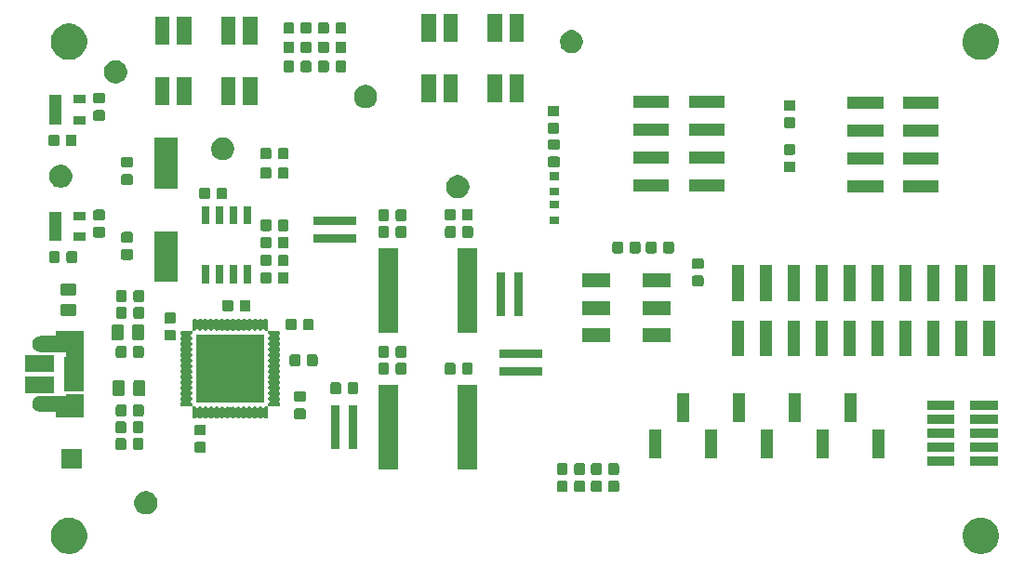
<source format=gbr>
G04 #@! TF.GenerationSoftware,KiCad,Pcbnew,5.1.6~rc1+dfsg1-1+b1*
G04 #@! TF.CreationDate,2020-05-08T22:32:15-07:00*
G04 #@! TF.ProjectId,board,626f6172-642e-46b6-9963-61645f706362,rev?*
G04 #@! TF.SameCoordinates,Original*
G04 #@! TF.FileFunction,Soldermask,Top*
G04 #@! TF.FilePolarity,Negative*
%FSLAX46Y46*%
G04 Gerber Fmt 4.6, Leading zero omitted, Abs format (unit mm)*
G04 Created by KiCad (PCBNEW 5.1.6~rc1+dfsg1-1+b1) date 2020-05-08 22:32:15*
%MOMM*%
%LPD*%
G01*
G04 APERTURE LIST*
%ADD10C,0.100000*%
G04 APERTURE END LIST*
D10*
G36*
X175375256Y-126391298D02*
G01*
X175481579Y-126412447D01*
X175782042Y-126536903D01*
X176052451Y-126717585D01*
X176282415Y-126947549D01*
X176463097Y-127217958D01*
X176587553Y-127518421D01*
X176651000Y-127837391D01*
X176651000Y-128162609D01*
X176587553Y-128481579D01*
X176463097Y-128782042D01*
X176282415Y-129052451D01*
X176052451Y-129282415D01*
X175782042Y-129463097D01*
X175481579Y-129587553D01*
X175375256Y-129608702D01*
X175162611Y-129651000D01*
X174837389Y-129651000D01*
X174624744Y-129608702D01*
X174518421Y-129587553D01*
X174217958Y-129463097D01*
X173947549Y-129282415D01*
X173717585Y-129052451D01*
X173536903Y-128782042D01*
X173412447Y-128481579D01*
X173349000Y-128162609D01*
X173349000Y-127837391D01*
X173412447Y-127518421D01*
X173536903Y-127217958D01*
X173717585Y-126947549D01*
X173947549Y-126717585D01*
X174217958Y-126536903D01*
X174518421Y-126412447D01*
X174624744Y-126391298D01*
X174837389Y-126349000D01*
X175162611Y-126349000D01*
X175375256Y-126391298D01*
G37*
G36*
X92375256Y-126391298D02*
G01*
X92481579Y-126412447D01*
X92782042Y-126536903D01*
X93052451Y-126717585D01*
X93282415Y-126947549D01*
X93463097Y-127217958D01*
X93587553Y-127518421D01*
X93651000Y-127837391D01*
X93651000Y-128162609D01*
X93587553Y-128481579D01*
X93463097Y-128782042D01*
X93282415Y-129052451D01*
X93052451Y-129282415D01*
X92782042Y-129463097D01*
X92481579Y-129587553D01*
X92375256Y-129608702D01*
X92162611Y-129651000D01*
X91837389Y-129651000D01*
X91624744Y-129608702D01*
X91518421Y-129587553D01*
X91217958Y-129463097D01*
X90947549Y-129282415D01*
X90717585Y-129052451D01*
X90536903Y-128782042D01*
X90412447Y-128481579D01*
X90349000Y-128162609D01*
X90349000Y-127837391D01*
X90412447Y-127518421D01*
X90536903Y-127217958D01*
X90717585Y-126947549D01*
X90947549Y-126717585D01*
X91217958Y-126536903D01*
X91518421Y-126412447D01*
X91624744Y-126391298D01*
X91837389Y-126349000D01*
X92162611Y-126349000D01*
X92375256Y-126391298D01*
G37*
G36*
X99306564Y-123989389D02*
G01*
X99497833Y-124068615D01*
X99497835Y-124068616D01*
X99669973Y-124183635D01*
X99816365Y-124330027D01*
X99931385Y-124502167D01*
X100010611Y-124693436D01*
X100051000Y-124896484D01*
X100051000Y-125103516D01*
X100010611Y-125306564D01*
X99931385Y-125497833D01*
X99931384Y-125497835D01*
X99816365Y-125669973D01*
X99669973Y-125816365D01*
X99497835Y-125931384D01*
X99497834Y-125931385D01*
X99497833Y-125931385D01*
X99306564Y-126010611D01*
X99103516Y-126051000D01*
X98896484Y-126051000D01*
X98693436Y-126010611D01*
X98502167Y-125931385D01*
X98502166Y-125931385D01*
X98502165Y-125931384D01*
X98330027Y-125816365D01*
X98183635Y-125669973D01*
X98068616Y-125497835D01*
X98068615Y-125497833D01*
X97989389Y-125306564D01*
X97949000Y-125103516D01*
X97949000Y-124896484D01*
X97989389Y-124693436D01*
X98068615Y-124502167D01*
X98183635Y-124330027D01*
X98330027Y-124183635D01*
X98502165Y-124068616D01*
X98502167Y-124068615D01*
X98693436Y-123989389D01*
X98896484Y-123949000D01*
X99103516Y-123949000D01*
X99306564Y-123989389D01*
G37*
G36*
X137247891Y-122972885D02*
G01*
X137281869Y-122983193D01*
X137313190Y-122999934D01*
X137340639Y-123022461D01*
X137363166Y-123049910D01*
X137379907Y-123081231D01*
X137390215Y-123115209D01*
X137394300Y-123156690D01*
X137394300Y-123832910D01*
X137390215Y-123874391D01*
X137379907Y-123908369D01*
X137363166Y-123939690D01*
X137340639Y-123967139D01*
X137313190Y-123989666D01*
X137281869Y-124006407D01*
X137247891Y-124016715D01*
X137206410Y-124020800D01*
X136605190Y-124020800D01*
X136563709Y-124016715D01*
X136529731Y-124006407D01*
X136498410Y-123989666D01*
X136470961Y-123967139D01*
X136448434Y-123939690D01*
X136431693Y-123908369D01*
X136421385Y-123874391D01*
X136417300Y-123832910D01*
X136417300Y-123156690D01*
X136421385Y-123115209D01*
X136431693Y-123081231D01*
X136448434Y-123049910D01*
X136470961Y-123022461D01*
X136498410Y-122999934D01*
X136529731Y-122983193D01*
X136563709Y-122972885D01*
X136605190Y-122968800D01*
X137206410Y-122968800D01*
X137247891Y-122972885D01*
G37*
G36*
X141921891Y-122972885D02*
G01*
X141955869Y-122983193D01*
X141987190Y-122999934D01*
X142014639Y-123022461D01*
X142037166Y-123049910D01*
X142053907Y-123081231D01*
X142064215Y-123115209D01*
X142068300Y-123156690D01*
X142068300Y-123832910D01*
X142064215Y-123874391D01*
X142053907Y-123908369D01*
X142037166Y-123939690D01*
X142014639Y-123967139D01*
X141987190Y-123989666D01*
X141955869Y-124006407D01*
X141921891Y-124016715D01*
X141880410Y-124020800D01*
X141279190Y-124020800D01*
X141237709Y-124016715D01*
X141203731Y-124006407D01*
X141172410Y-123989666D01*
X141144961Y-123967139D01*
X141122434Y-123939690D01*
X141105693Y-123908369D01*
X141095385Y-123874391D01*
X141091300Y-123832910D01*
X141091300Y-123156690D01*
X141095385Y-123115209D01*
X141105693Y-123081231D01*
X141122434Y-123049910D01*
X141144961Y-123022461D01*
X141172410Y-122999934D01*
X141203731Y-122983193D01*
X141237709Y-122972885D01*
X141279190Y-122968800D01*
X141880410Y-122968800D01*
X141921891Y-122972885D01*
G37*
G36*
X140346891Y-122972885D02*
G01*
X140380869Y-122983193D01*
X140412190Y-122999934D01*
X140439639Y-123022461D01*
X140462166Y-123049910D01*
X140478907Y-123081231D01*
X140489215Y-123115209D01*
X140493300Y-123156690D01*
X140493300Y-123832910D01*
X140489215Y-123874391D01*
X140478907Y-123908369D01*
X140462166Y-123939690D01*
X140439639Y-123967139D01*
X140412190Y-123989666D01*
X140380869Y-124006407D01*
X140346891Y-124016715D01*
X140305410Y-124020800D01*
X139704190Y-124020800D01*
X139662709Y-124016715D01*
X139628731Y-124006407D01*
X139597410Y-123989666D01*
X139569961Y-123967139D01*
X139547434Y-123939690D01*
X139530693Y-123908369D01*
X139520385Y-123874391D01*
X139516300Y-123832910D01*
X139516300Y-123156690D01*
X139520385Y-123115209D01*
X139530693Y-123081231D01*
X139547434Y-123049910D01*
X139569961Y-123022461D01*
X139597410Y-122999934D01*
X139628731Y-122983193D01*
X139662709Y-122972885D01*
X139704190Y-122968800D01*
X140305410Y-122968800D01*
X140346891Y-122972885D01*
G37*
G36*
X138822891Y-122972885D02*
G01*
X138856869Y-122983193D01*
X138888190Y-122999934D01*
X138915639Y-123022461D01*
X138938166Y-123049910D01*
X138954907Y-123081231D01*
X138965215Y-123115209D01*
X138969300Y-123156690D01*
X138969300Y-123832910D01*
X138965215Y-123874391D01*
X138954907Y-123908369D01*
X138938166Y-123939690D01*
X138915639Y-123967139D01*
X138888190Y-123989666D01*
X138856869Y-124006407D01*
X138822891Y-124016715D01*
X138781410Y-124020800D01*
X138180190Y-124020800D01*
X138138709Y-124016715D01*
X138104731Y-124006407D01*
X138073410Y-123989666D01*
X138045961Y-123967139D01*
X138023434Y-123939690D01*
X138006693Y-123908369D01*
X137996385Y-123874391D01*
X137992300Y-123832910D01*
X137992300Y-123156690D01*
X137996385Y-123115209D01*
X138006693Y-123081231D01*
X138023434Y-123049910D01*
X138045961Y-123022461D01*
X138073410Y-122999934D01*
X138104731Y-122983193D01*
X138138709Y-122972885D01*
X138180190Y-122968800D01*
X138781410Y-122968800D01*
X138822891Y-122972885D01*
G37*
G36*
X140346891Y-121398085D02*
G01*
X140380869Y-121408393D01*
X140412190Y-121425134D01*
X140439639Y-121447661D01*
X140462166Y-121475110D01*
X140478907Y-121506431D01*
X140489215Y-121540409D01*
X140493300Y-121581890D01*
X140493300Y-122258110D01*
X140489215Y-122299591D01*
X140478907Y-122333569D01*
X140462166Y-122364890D01*
X140439639Y-122392339D01*
X140412190Y-122414866D01*
X140380869Y-122431607D01*
X140346891Y-122441915D01*
X140305410Y-122446000D01*
X139704190Y-122446000D01*
X139662709Y-122441915D01*
X139628731Y-122431607D01*
X139597410Y-122414866D01*
X139569961Y-122392339D01*
X139547434Y-122364890D01*
X139530693Y-122333569D01*
X139520385Y-122299591D01*
X139516300Y-122258110D01*
X139516300Y-121581890D01*
X139520385Y-121540409D01*
X139530693Y-121506431D01*
X139547434Y-121475110D01*
X139569961Y-121447661D01*
X139597410Y-121425134D01*
X139628731Y-121408393D01*
X139662709Y-121398085D01*
X139704190Y-121394000D01*
X140305410Y-121394000D01*
X140346891Y-121398085D01*
G37*
G36*
X141921891Y-121398085D02*
G01*
X141955869Y-121408393D01*
X141987190Y-121425134D01*
X142014639Y-121447661D01*
X142037166Y-121475110D01*
X142053907Y-121506431D01*
X142064215Y-121540409D01*
X142068300Y-121581890D01*
X142068300Y-122258110D01*
X142064215Y-122299591D01*
X142053907Y-122333569D01*
X142037166Y-122364890D01*
X142014639Y-122392339D01*
X141987190Y-122414866D01*
X141955869Y-122431607D01*
X141921891Y-122441915D01*
X141880410Y-122446000D01*
X141279190Y-122446000D01*
X141237709Y-122441915D01*
X141203731Y-122431607D01*
X141172410Y-122414866D01*
X141144961Y-122392339D01*
X141122434Y-122364890D01*
X141105693Y-122333569D01*
X141095385Y-122299591D01*
X141091300Y-122258110D01*
X141091300Y-121581890D01*
X141095385Y-121540409D01*
X141105693Y-121506431D01*
X141122434Y-121475110D01*
X141144961Y-121447661D01*
X141172410Y-121425134D01*
X141203731Y-121408393D01*
X141237709Y-121398085D01*
X141279190Y-121394000D01*
X141880410Y-121394000D01*
X141921891Y-121398085D01*
G37*
G36*
X138822891Y-121398085D02*
G01*
X138856869Y-121408393D01*
X138888190Y-121425134D01*
X138915639Y-121447661D01*
X138938166Y-121475110D01*
X138954907Y-121506431D01*
X138965215Y-121540409D01*
X138969300Y-121581890D01*
X138969300Y-122258110D01*
X138965215Y-122299591D01*
X138954907Y-122333569D01*
X138938166Y-122364890D01*
X138915639Y-122392339D01*
X138888190Y-122414866D01*
X138856869Y-122431607D01*
X138822891Y-122441915D01*
X138781410Y-122446000D01*
X138180190Y-122446000D01*
X138138709Y-122441915D01*
X138104731Y-122431607D01*
X138073410Y-122414866D01*
X138045961Y-122392339D01*
X138023434Y-122364890D01*
X138006693Y-122333569D01*
X137996385Y-122299591D01*
X137992300Y-122258110D01*
X137992300Y-121581890D01*
X137996385Y-121540409D01*
X138006693Y-121506431D01*
X138023434Y-121475110D01*
X138045961Y-121447661D01*
X138073410Y-121425134D01*
X138104731Y-121408393D01*
X138138709Y-121398085D01*
X138180190Y-121394000D01*
X138781410Y-121394000D01*
X138822891Y-121398085D01*
G37*
G36*
X137247891Y-121398085D02*
G01*
X137281869Y-121408393D01*
X137313190Y-121425134D01*
X137340639Y-121447661D01*
X137363166Y-121475110D01*
X137379907Y-121506431D01*
X137390215Y-121540409D01*
X137394300Y-121581890D01*
X137394300Y-122258110D01*
X137390215Y-122299591D01*
X137379907Y-122333569D01*
X137363166Y-122364890D01*
X137340639Y-122392339D01*
X137313190Y-122414866D01*
X137281869Y-122431607D01*
X137247891Y-122441915D01*
X137206410Y-122446000D01*
X136605190Y-122446000D01*
X136563709Y-122441915D01*
X136529731Y-122431607D01*
X136498410Y-122414866D01*
X136470961Y-122392339D01*
X136448434Y-122364890D01*
X136431693Y-122333569D01*
X136421385Y-122299591D01*
X136417300Y-122258110D01*
X136417300Y-121581890D01*
X136421385Y-121540409D01*
X136431693Y-121506431D01*
X136448434Y-121475110D01*
X136470961Y-121447661D01*
X136498410Y-121425134D01*
X136529731Y-121408393D01*
X136563709Y-121398085D01*
X136605190Y-121394000D01*
X137206410Y-121394000D01*
X137247891Y-121398085D01*
G37*
G36*
X121996000Y-121950000D02*
G01*
X120144000Y-121950000D01*
X120144000Y-114248000D01*
X121996000Y-114248000D01*
X121996000Y-121950000D01*
G37*
G36*
X129196000Y-121950000D02*
G01*
X127344000Y-121950000D01*
X127344000Y-114248000D01*
X129196000Y-114248000D01*
X129196000Y-121950000D01*
G37*
G36*
X93151000Y-121901000D02*
G01*
X91349000Y-121901000D01*
X91349000Y-120099000D01*
X93151000Y-120099000D01*
X93151000Y-121901000D01*
G37*
G36*
X176530600Y-121604400D02*
G01*
X174028600Y-121604400D01*
X174028600Y-120762400D01*
X176530600Y-120762400D01*
X176530600Y-121604400D01*
G37*
G36*
X172630600Y-121604400D02*
G01*
X170128600Y-121604400D01*
X170128600Y-120762400D01*
X172630600Y-120762400D01*
X172630600Y-121604400D01*
G37*
G36*
X166235200Y-120944000D02*
G01*
X165133200Y-120944000D01*
X165133200Y-118332000D01*
X166235200Y-118332000D01*
X166235200Y-120944000D01*
G37*
G36*
X161155200Y-120944000D02*
G01*
X160053200Y-120944000D01*
X160053200Y-118332000D01*
X161155200Y-118332000D01*
X161155200Y-120944000D01*
G37*
G36*
X145915200Y-120944000D02*
G01*
X144813200Y-120944000D01*
X144813200Y-118332000D01*
X145915200Y-118332000D01*
X145915200Y-120944000D01*
G37*
G36*
X156075200Y-120944000D02*
G01*
X154973200Y-120944000D01*
X154973200Y-118332000D01*
X156075200Y-118332000D01*
X156075200Y-120944000D01*
G37*
G36*
X150995200Y-120944000D02*
G01*
X149893200Y-120944000D01*
X149893200Y-118332000D01*
X150995200Y-118332000D01*
X150995200Y-120944000D01*
G37*
G36*
X104316391Y-119454585D02*
G01*
X104350369Y-119464893D01*
X104381690Y-119481634D01*
X104409139Y-119504161D01*
X104431666Y-119531610D01*
X104448407Y-119562931D01*
X104458715Y-119596909D01*
X104462800Y-119638390D01*
X104462800Y-120239610D01*
X104458715Y-120281091D01*
X104448407Y-120315069D01*
X104431666Y-120346390D01*
X104409139Y-120373839D01*
X104381690Y-120396366D01*
X104350369Y-120413107D01*
X104316391Y-120423415D01*
X104274910Y-120427500D01*
X103598690Y-120427500D01*
X103557209Y-120423415D01*
X103523231Y-120413107D01*
X103491910Y-120396366D01*
X103464461Y-120373839D01*
X103441934Y-120346390D01*
X103425193Y-120315069D01*
X103414885Y-120281091D01*
X103410800Y-120239610D01*
X103410800Y-119638390D01*
X103414885Y-119596909D01*
X103425193Y-119562931D01*
X103441934Y-119531610D01*
X103464461Y-119504161D01*
X103491910Y-119481634D01*
X103523231Y-119464893D01*
X103557209Y-119454585D01*
X103598690Y-119450500D01*
X104274910Y-119450500D01*
X104316391Y-119454585D01*
G37*
G36*
X176530600Y-120334400D02*
G01*
X174028600Y-120334400D01*
X174028600Y-119492400D01*
X176530600Y-119492400D01*
X176530600Y-120334400D01*
G37*
G36*
X172630600Y-120334400D02*
G01*
X170128600Y-120334400D01*
X170128600Y-119492400D01*
X172630600Y-119492400D01*
X172630600Y-120334400D01*
G37*
G36*
X98640091Y-119112085D02*
G01*
X98674069Y-119122393D01*
X98705390Y-119139134D01*
X98732839Y-119161661D01*
X98755366Y-119189110D01*
X98772107Y-119220431D01*
X98782415Y-119254409D01*
X98786500Y-119295890D01*
X98786500Y-119972110D01*
X98782415Y-120013591D01*
X98772107Y-120047569D01*
X98755366Y-120078890D01*
X98732839Y-120106339D01*
X98705390Y-120128866D01*
X98674069Y-120145607D01*
X98640091Y-120155915D01*
X98598610Y-120160000D01*
X97997390Y-120160000D01*
X97955909Y-120155915D01*
X97921931Y-120145607D01*
X97890610Y-120128866D01*
X97863161Y-120106339D01*
X97840634Y-120078890D01*
X97823893Y-120047569D01*
X97813585Y-120013591D01*
X97809500Y-119972110D01*
X97809500Y-119295890D01*
X97813585Y-119254409D01*
X97823893Y-119220431D01*
X97840634Y-119189110D01*
X97863161Y-119161661D01*
X97890610Y-119139134D01*
X97921931Y-119122393D01*
X97955909Y-119112085D01*
X97997390Y-119108000D01*
X98598610Y-119108000D01*
X98640091Y-119112085D01*
G37*
G36*
X97065091Y-119112085D02*
G01*
X97099069Y-119122393D01*
X97130390Y-119139134D01*
X97157839Y-119161661D01*
X97180366Y-119189110D01*
X97197107Y-119220431D01*
X97207415Y-119254409D01*
X97211500Y-119295890D01*
X97211500Y-119972110D01*
X97207415Y-120013591D01*
X97197107Y-120047569D01*
X97180366Y-120078890D01*
X97157839Y-120106339D01*
X97130390Y-120128866D01*
X97099069Y-120145607D01*
X97065091Y-120155915D01*
X97023610Y-120160000D01*
X96422390Y-120160000D01*
X96380909Y-120155915D01*
X96346931Y-120145607D01*
X96315610Y-120128866D01*
X96288161Y-120106339D01*
X96265634Y-120078890D01*
X96248893Y-120047569D01*
X96238585Y-120013591D01*
X96234500Y-119972110D01*
X96234500Y-119295890D01*
X96238585Y-119254409D01*
X96248893Y-119220431D01*
X96265634Y-119189110D01*
X96288161Y-119161661D01*
X96315610Y-119139134D01*
X96346931Y-119122393D01*
X96380909Y-119112085D01*
X96422390Y-119108000D01*
X97023610Y-119108000D01*
X97065091Y-119112085D01*
G37*
G36*
X118207000Y-120093000D02*
G01*
X117505000Y-120093000D01*
X117505000Y-116151000D01*
X118207000Y-116151000D01*
X118207000Y-120093000D01*
G37*
G36*
X116607000Y-120093000D02*
G01*
X115905000Y-120093000D01*
X115905000Y-116151000D01*
X116607000Y-116151000D01*
X116607000Y-120093000D01*
G37*
G36*
X172630600Y-119064400D02*
G01*
X170128600Y-119064400D01*
X170128600Y-118222400D01*
X172630600Y-118222400D01*
X172630600Y-119064400D01*
G37*
G36*
X176530600Y-119064400D02*
G01*
X174028600Y-119064400D01*
X174028600Y-118222400D01*
X176530600Y-118222400D01*
X176530600Y-119064400D01*
G37*
G36*
X104316391Y-117879585D02*
G01*
X104350369Y-117889893D01*
X104381690Y-117906634D01*
X104409139Y-117929161D01*
X104431666Y-117956610D01*
X104448407Y-117987931D01*
X104458715Y-118021909D01*
X104462800Y-118063390D01*
X104462800Y-118664610D01*
X104458715Y-118706091D01*
X104448407Y-118740069D01*
X104431666Y-118771390D01*
X104409139Y-118798839D01*
X104381690Y-118821366D01*
X104350369Y-118838107D01*
X104316391Y-118848415D01*
X104274910Y-118852500D01*
X103598690Y-118852500D01*
X103557209Y-118848415D01*
X103523231Y-118838107D01*
X103491910Y-118821366D01*
X103464461Y-118798839D01*
X103441934Y-118771390D01*
X103425193Y-118740069D01*
X103414885Y-118706091D01*
X103410800Y-118664610D01*
X103410800Y-118063390D01*
X103414885Y-118021909D01*
X103425193Y-117987931D01*
X103441934Y-117956610D01*
X103464461Y-117929161D01*
X103491910Y-117906634D01*
X103523231Y-117889893D01*
X103557209Y-117879585D01*
X103598690Y-117875500D01*
X104274910Y-117875500D01*
X104316391Y-117879585D01*
G37*
G36*
X97065091Y-117588085D02*
G01*
X97099069Y-117598393D01*
X97130390Y-117615134D01*
X97157839Y-117637661D01*
X97180366Y-117665110D01*
X97197107Y-117696431D01*
X97207415Y-117730409D01*
X97211500Y-117771890D01*
X97211500Y-118448110D01*
X97207415Y-118489591D01*
X97197107Y-118523569D01*
X97180366Y-118554890D01*
X97157839Y-118582339D01*
X97130390Y-118604866D01*
X97099069Y-118621607D01*
X97065091Y-118631915D01*
X97023610Y-118636000D01*
X96422390Y-118636000D01*
X96380909Y-118631915D01*
X96346931Y-118621607D01*
X96315610Y-118604866D01*
X96288161Y-118582339D01*
X96265634Y-118554890D01*
X96248893Y-118523569D01*
X96238585Y-118489591D01*
X96234500Y-118448110D01*
X96234500Y-117771890D01*
X96238585Y-117730409D01*
X96248893Y-117696431D01*
X96265634Y-117665110D01*
X96288161Y-117637661D01*
X96315610Y-117615134D01*
X96346931Y-117598393D01*
X96380909Y-117588085D01*
X96422390Y-117584000D01*
X97023610Y-117584000D01*
X97065091Y-117588085D01*
G37*
G36*
X98640091Y-117588085D02*
G01*
X98674069Y-117598393D01*
X98705390Y-117615134D01*
X98732839Y-117637661D01*
X98755366Y-117665110D01*
X98772107Y-117696431D01*
X98782415Y-117730409D01*
X98786500Y-117771890D01*
X98786500Y-118448110D01*
X98782415Y-118489591D01*
X98772107Y-118523569D01*
X98755366Y-118554890D01*
X98732839Y-118582339D01*
X98705390Y-118604866D01*
X98674069Y-118621607D01*
X98640091Y-118631915D01*
X98598610Y-118636000D01*
X97997390Y-118636000D01*
X97955909Y-118631915D01*
X97921931Y-118621607D01*
X97890610Y-118604866D01*
X97863161Y-118582339D01*
X97840634Y-118554890D01*
X97823893Y-118523569D01*
X97813585Y-118489591D01*
X97809500Y-118448110D01*
X97809500Y-117771890D01*
X97813585Y-117730409D01*
X97823893Y-117696431D01*
X97840634Y-117665110D01*
X97863161Y-117637661D01*
X97890610Y-117615134D01*
X97921931Y-117598393D01*
X97955909Y-117588085D01*
X97997390Y-117584000D01*
X98598610Y-117584000D01*
X98640091Y-117588085D01*
G37*
G36*
X176530600Y-117794400D02*
G01*
X174028600Y-117794400D01*
X174028600Y-116952400D01*
X176530600Y-116952400D01*
X176530600Y-117794400D01*
G37*
G36*
X172630600Y-117794400D02*
G01*
X170128600Y-117794400D01*
X170128600Y-116952400D01*
X172630600Y-116952400D01*
X172630600Y-117794400D01*
G37*
G36*
X163695200Y-117634000D02*
G01*
X162593200Y-117634000D01*
X162593200Y-115022000D01*
X163695200Y-115022000D01*
X163695200Y-117634000D01*
G37*
G36*
X148455200Y-117634000D02*
G01*
X147353200Y-117634000D01*
X147353200Y-115022000D01*
X148455200Y-115022000D01*
X148455200Y-117634000D01*
G37*
G36*
X153535200Y-117634000D02*
G01*
X152433200Y-117634000D01*
X152433200Y-115022000D01*
X153535200Y-115022000D01*
X153535200Y-117634000D01*
G37*
G36*
X158615200Y-117634000D02*
G01*
X157513200Y-117634000D01*
X157513200Y-115022000D01*
X158615200Y-115022000D01*
X158615200Y-117634000D01*
G37*
G36*
X113409591Y-116406585D02*
G01*
X113443569Y-116416893D01*
X113474890Y-116433634D01*
X113502339Y-116456161D01*
X113524866Y-116483610D01*
X113541607Y-116514931D01*
X113551915Y-116548909D01*
X113556000Y-116590390D01*
X113556000Y-117191610D01*
X113551915Y-117233091D01*
X113541607Y-117267069D01*
X113524866Y-117298390D01*
X113502339Y-117325839D01*
X113474890Y-117348366D01*
X113443569Y-117365107D01*
X113409591Y-117375415D01*
X113368110Y-117379500D01*
X112691890Y-117379500D01*
X112650409Y-117375415D01*
X112616431Y-117365107D01*
X112585110Y-117348366D01*
X112557661Y-117325839D01*
X112535134Y-117298390D01*
X112518393Y-117267069D01*
X112508085Y-117233091D01*
X112504000Y-117191610D01*
X112504000Y-116590390D01*
X112508085Y-116548909D01*
X112518393Y-116514931D01*
X112535134Y-116483610D01*
X112557661Y-116456161D01*
X112585110Y-116433634D01*
X112616431Y-116416893D01*
X112650409Y-116406585D01*
X112691890Y-116402500D01*
X113368110Y-116402500D01*
X113409591Y-116406585D01*
G37*
G36*
X109964501Y-108227547D02*
G01*
X109997677Y-108237611D01*
X110028253Y-108253954D01*
X110055054Y-108275948D01*
X110077046Y-108302746D01*
X110085151Y-108317910D01*
X110093389Y-108333322D01*
X110103453Y-108366498D01*
X110106000Y-108392359D01*
X110106000Y-109159641D01*
X110103453Y-109185502D01*
X110098599Y-109201504D01*
X110093820Y-109225531D01*
X110093820Y-109250035D01*
X110098600Y-109274069D01*
X110107978Y-109296707D01*
X110121592Y-109317082D01*
X110138919Y-109334409D01*
X110159293Y-109348022D01*
X110181932Y-109357400D01*
X110205965Y-109362180D01*
X110230469Y-109362180D01*
X110254496Y-109357401D01*
X110270498Y-109352547D01*
X110296359Y-109350000D01*
X111063641Y-109350000D01*
X111089502Y-109352547D01*
X111122678Y-109362611D01*
X111153254Y-109378954D01*
X111180053Y-109400947D01*
X111202046Y-109427746D01*
X111218389Y-109458322D01*
X111228453Y-109491498D01*
X111231851Y-109526000D01*
X111228453Y-109560502D01*
X111218389Y-109593678D01*
X111202046Y-109624254D01*
X111180053Y-109651053D01*
X111145543Y-109679374D01*
X111128215Y-109696701D01*
X111114602Y-109717076D01*
X111105224Y-109739715D01*
X111100444Y-109763748D01*
X111100444Y-109788252D01*
X111105224Y-109812285D01*
X111114602Y-109834924D01*
X111128215Y-109855298D01*
X111145543Y-109872626D01*
X111180053Y-109900947D01*
X111202046Y-109927746D01*
X111218389Y-109958322D01*
X111228453Y-109991498D01*
X111231851Y-110026000D01*
X111228453Y-110060502D01*
X111218389Y-110093678D01*
X111202046Y-110124254D01*
X111180053Y-110151053D01*
X111145543Y-110179374D01*
X111128215Y-110196701D01*
X111114602Y-110217076D01*
X111105224Y-110239715D01*
X111100444Y-110263748D01*
X111100444Y-110288252D01*
X111105224Y-110312285D01*
X111114602Y-110334924D01*
X111128215Y-110355298D01*
X111145543Y-110372626D01*
X111180053Y-110400947D01*
X111202046Y-110427746D01*
X111218389Y-110458322D01*
X111228453Y-110491498D01*
X111231851Y-110526000D01*
X111228453Y-110560502D01*
X111218389Y-110593678D01*
X111202046Y-110624254D01*
X111180053Y-110651053D01*
X111145543Y-110679374D01*
X111128215Y-110696701D01*
X111114602Y-110717076D01*
X111105224Y-110739715D01*
X111100444Y-110763748D01*
X111100444Y-110788252D01*
X111105224Y-110812285D01*
X111114602Y-110834924D01*
X111128215Y-110855298D01*
X111145543Y-110872626D01*
X111180053Y-110900947D01*
X111202046Y-110927746D01*
X111218389Y-110958322D01*
X111228453Y-110991498D01*
X111231851Y-111026000D01*
X111228453Y-111060502D01*
X111218389Y-111093678D01*
X111202046Y-111124254D01*
X111180053Y-111151053D01*
X111145543Y-111179374D01*
X111128215Y-111196701D01*
X111114602Y-111217076D01*
X111105224Y-111239715D01*
X111100444Y-111263748D01*
X111100444Y-111288252D01*
X111105224Y-111312285D01*
X111114602Y-111334924D01*
X111128215Y-111355298D01*
X111145543Y-111372626D01*
X111180053Y-111400947D01*
X111202046Y-111427746D01*
X111218389Y-111458322D01*
X111228453Y-111491498D01*
X111231851Y-111526000D01*
X111228453Y-111560502D01*
X111218389Y-111593678D01*
X111202046Y-111624254D01*
X111180053Y-111651053D01*
X111145543Y-111679374D01*
X111128215Y-111696701D01*
X111114602Y-111717076D01*
X111105224Y-111739715D01*
X111100444Y-111763748D01*
X111100444Y-111788252D01*
X111105224Y-111812285D01*
X111114602Y-111834924D01*
X111128215Y-111855298D01*
X111145543Y-111872626D01*
X111180053Y-111900947D01*
X111202046Y-111927746D01*
X111218389Y-111958322D01*
X111228453Y-111991498D01*
X111231851Y-112026000D01*
X111228453Y-112060502D01*
X111218389Y-112093678D01*
X111202046Y-112124254D01*
X111180053Y-112151053D01*
X111145543Y-112179374D01*
X111128215Y-112196701D01*
X111114602Y-112217076D01*
X111105224Y-112239715D01*
X111100444Y-112263748D01*
X111100444Y-112288252D01*
X111105224Y-112312285D01*
X111114602Y-112334924D01*
X111128215Y-112355298D01*
X111145543Y-112372626D01*
X111180053Y-112400947D01*
X111202046Y-112427746D01*
X111218389Y-112458322D01*
X111228453Y-112491498D01*
X111231851Y-112526000D01*
X111228453Y-112560502D01*
X111218389Y-112593678D01*
X111202046Y-112624254D01*
X111180053Y-112651053D01*
X111145543Y-112679374D01*
X111128215Y-112696701D01*
X111114602Y-112717076D01*
X111105224Y-112739715D01*
X111100444Y-112763748D01*
X111100444Y-112788252D01*
X111105224Y-112812285D01*
X111114602Y-112834924D01*
X111128215Y-112855298D01*
X111145543Y-112872626D01*
X111180053Y-112900947D01*
X111202046Y-112927746D01*
X111218389Y-112958322D01*
X111228453Y-112991498D01*
X111231851Y-113026000D01*
X111228453Y-113060502D01*
X111218389Y-113093678D01*
X111202046Y-113124254D01*
X111180053Y-113151053D01*
X111145543Y-113179374D01*
X111128215Y-113196701D01*
X111114602Y-113217076D01*
X111105224Y-113239715D01*
X111100444Y-113263748D01*
X111100444Y-113288252D01*
X111105224Y-113312285D01*
X111114602Y-113334924D01*
X111128215Y-113355298D01*
X111145543Y-113372626D01*
X111180053Y-113400947D01*
X111202046Y-113427746D01*
X111218389Y-113458322D01*
X111228453Y-113491498D01*
X111231851Y-113526000D01*
X111228453Y-113560502D01*
X111218389Y-113593678D01*
X111202046Y-113624254D01*
X111180053Y-113651053D01*
X111145543Y-113679374D01*
X111128215Y-113696701D01*
X111114602Y-113717076D01*
X111105224Y-113739715D01*
X111100444Y-113763748D01*
X111100444Y-113788252D01*
X111105224Y-113812285D01*
X111114602Y-113834924D01*
X111128215Y-113855298D01*
X111145543Y-113872626D01*
X111180053Y-113900947D01*
X111202046Y-113927746D01*
X111218389Y-113958322D01*
X111228453Y-113991498D01*
X111231851Y-114026000D01*
X111228453Y-114060502D01*
X111218389Y-114093678D01*
X111202046Y-114124254D01*
X111180053Y-114151053D01*
X111145543Y-114179374D01*
X111128215Y-114196701D01*
X111114602Y-114217076D01*
X111105224Y-114239715D01*
X111100444Y-114263748D01*
X111100444Y-114288252D01*
X111105224Y-114312285D01*
X111114602Y-114334924D01*
X111128215Y-114355298D01*
X111145543Y-114372626D01*
X111180053Y-114400947D01*
X111202046Y-114427746D01*
X111218389Y-114458322D01*
X111228453Y-114491498D01*
X111231851Y-114526000D01*
X111228453Y-114560502D01*
X111218389Y-114593678D01*
X111202046Y-114624254D01*
X111180053Y-114651053D01*
X111145543Y-114679374D01*
X111128215Y-114696701D01*
X111114602Y-114717076D01*
X111105224Y-114739715D01*
X111100444Y-114763748D01*
X111100444Y-114788252D01*
X111105224Y-114812285D01*
X111114602Y-114834924D01*
X111128215Y-114855298D01*
X111145543Y-114872626D01*
X111180053Y-114900947D01*
X111202046Y-114927746D01*
X111218389Y-114958322D01*
X111228453Y-114991498D01*
X111231851Y-115026000D01*
X111228453Y-115060502D01*
X111218389Y-115093678D01*
X111202046Y-115124254D01*
X111180053Y-115151053D01*
X111145543Y-115179374D01*
X111128215Y-115196701D01*
X111114602Y-115217076D01*
X111105224Y-115239715D01*
X111100444Y-115263748D01*
X111100444Y-115288252D01*
X111105224Y-115312285D01*
X111114602Y-115334924D01*
X111128215Y-115355298D01*
X111145543Y-115372626D01*
X111180053Y-115400947D01*
X111202046Y-115427746D01*
X111218389Y-115458322D01*
X111228453Y-115491498D01*
X111231851Y-115526000D01*
X111228453Y-115560502D01*
X111218389Y-115593678D01*
X111202046Y-115624254D01*
X111180053Y-115651053D01*
X111145543Y-115679374D01*
X111128215Y-115696701D01*
X111114602Y-115717076D01*
X111105224Y-115739715D01*
X111100444Y-115763748D01*
X111100444Y-115788252D01*
X111105224Y-115812285D01*
X111114602Y-115834924D01*
X111128215Y-115855298D01*
X111145543Y-115872626D01*
X111180053Y-115900947D01*
X111202046Y-115927746D01*
X111218389Y-115958322D01*
X111228453Y-115991498D01*
X111231851Y-116026000D01*
X111228453Y-116060502D01*
X111218389Y-116093678D01*
X111202046Y-116124254D01*
X111180053Y-116151053D01*
X111153254Y-116173046D01*
X111122678Y-116189389D01*
X111089502Y-116199453D01*
X111063641Y-116202000D01*
X110296359Y-116202000D01*
X110270498Y-116199453D01*
X110254496Y-116194599D01*
X110230469Y-116189820D01*
X110205965Y-116189820D01*
X110181931Y-116194600D01*
X110159293Y-116203978D01*
X110138918Y-116217592D01*
X110121591Y-116234919D01*
X110107978Y-116255293D01*
X110098600Y-116277932D01*
X110093820Y-116301965D01*
X110093820Y-116326469D01*
X110098599Y-116350496D01*
X110103453Y-116366498D01*
X110103453Y-116366500D01*
X110106000Y-116392359D01*
X110106000Y-117159641D01*
X110103453Y-117185502D01*
X110093389Y-117218678D01*
X110077046Y-117249254D01*
X110055053Y-117276053D01*
X110028254Y-117298046D01*
X110009704Y-117307961D01*
X109997678Y-117314389D01*
X109964502Y-117324453D01*
X109930000Y-117327851D01*
X109895499Y-117324453D01*
X109862323Y-117314389D01*
X109831747Y-117298046D01*
X109804946Y-117276051D01*
X109776627Y-117241543D01*
X109759301Y-117224215D01*
X109738926Y-117210601D01*
X109716288Y-117201224D01*
X109692254Y-117196443D01*
X109667750Y-117196443D01*
X109643717Y-117201223D01*
X109621078Y-117210600D01*
X109600704Y-117224214D01*
X109583376Y-117241541D01*
X109566181Y-117262493D01*
X109555053Y-117276053D01*
X109540333Y-117288132D01*
X109528254Y-117298046D01*
X109509704Y-117307961D01*
X109497678Y-117314389D01*
X109464502Y-117324453D01*
X109430000Y-117327851D01*
X109395499Y-117324453D01*
X109362323Y-117314389D01*
X109331747Y-117298046D01*
X109304946Y-117276051D01*
X109276627Y-117241543D01*
X109259301Y-117224215D01*
X109238926Y-117210601D01*
X109216288Y-117201224D01*
X109192254Y-117196443D01*
X109167750Y-117196443D01*
X109143717Y-117201223D01*
X109121078Y-117210600D01*
X109100704Y-117224214D01*
X109083376Y-117241541D01*
X109066181Y-117262493D01*
X109055053Y-117276053D01*
X109040333Y-117288132D01*
X109028254Y-117298046D01*
X108997678Y-117314389D01*
X108964502Y-117324453D01*
X108930000Y-117327851D01*
X108895499Y-117324453D01*
X108862323Y-117314389D01*
X108850297Y-117307961D01*
X108831747Y-117298046D01*
X108804946Y-117276051D01*
X108776627Y-117241543D01*
X108759301Y-117224215D01*
X108738926Y-117210601D01*
X108716288Y-117201224D01*
X108692254Y-117196443D01*
X108667750Y-117196443D01*
X108643717Y-117201223D01*
X108621078Y-117210600D01*
X108600704Y-117224214D01*
X108583376Y-117241541D01*
X108566181Y-117262493D01*
X108555053Y-117276053D01*
X108540333Y-117288132D01*
X108528254Y-117298046D01*
X108509704Y-117307961D01*
X108497678Y-117314389D01*
X108464502Y-117324453D01*
X108430000Y-117327851D01*
X108395499Y-117324453D01*
X108362323Y-117314389D01*
X108331747Y-117298046D01*
X108304946Y-117276051D01*
X108276627Y-117241543D01*
X108259301Y-117224215D01*
X108238926Y-117210601D01*
X108216288Y-117201224D01*
X108192254Y-117196443D01*
X108167750Y-117196443D01*
X108143717Y-117201223D01*
X108121078Y-117210600D01*
X108100704Y-117224214D01*
X108083376Y-117241541D01*
X108066181Y-117262493D01*
X108055053Y-117276053D01*
X108040333Y-117288132D01*
X108028254Y-117298046D01*
X108009704Y-117307961D01*
X107997678Y-117314389D01*
X107964502Y-117324453D01*
X107930000Y-117327851D01*
X107895499Y-117324453D01*
X107862323Y-117314389D01*
X107831747Y-117298046D01*
X107804946Y-117276051D01*
X107776627Y-117241543D01*
X107759301Y-117224215D01*
X107738926Y-117210601D01*
X107716288Y-117201224D01*
X107692254Y-117196443D01*
X107667750Y-117196443D01*
X107643717Y-117201223D01*
X107621078Y-117210600D01*
X107600704Y-117224214D01*
X107583376Y-117241541D01*
X107566181Y-117262493D01*
X107555053Y-117276053D01*
X107540333Y-117288132D01*
X107528254Y-117298046D01*
X107509704Y-117307961D01*
X107497678Y-117314389D01*
X107464502Y-117324453D01*
X107430000Y-117327851D01*
X107395499Y-117324453D01*
X107362323Y-117314389D01*
X107331747Y-117298046D01*
X107304946Y-117276051D01*
X107276627Y-117241543D01*
X107259301Y-117224215D01*
X107238926Y-117210601D01*
X107216288Y-117201224D01*
X107192254Y-117196443D01*
X107167750Y-117196443D01*
X107143717Y-117201223D01*
X107121078Y-117210600D01*
X107100704Y-117224214D01*
X107083376Y-117241541D01*
X107066181Y-117262493D01*
X107055053Y-117276053D01*
X107040333Y-117288132D01*
X107028254Y-117298046D01*
X107009704Y-117307961D01*
X106997678Y-117314389D01*
X106964502Y-117324453D01*
X106930000Y-117327851D01*
X106895499Y-117324453D01*
X106862323Y-117314389D01*
X106831747Y-117298046D01*
X106804946Y-117276051D01*
X106776627Y-117241543D01*
X106759301Y-117224215D01*
X106738926Y-117210601D01*
X106716288Y-117201224D01*
X106692254Y-117196443D01*
X106667750Y-117196443D01*
X106643717Y-117201223D01*
X106621078Y-117210600D01*
X106600704Y-117224214D01*
X106583376Y-117241541D01*
X106566181Y-117262493D01*
X106555053Y-117276053D01*
X106540333Y-117288132D01*
X106528254Y-117298046D01*
X106509704Y-117307961D01*
X106497678Y-117314389D01*
X106464502Y-117324453D01*
X106430000Y-117327851D01*
X106395499Y-117324453D01*
X106362323Y-117314389D01*
X106331747Y-117298046D01*
X106304946Y-117276051D01*
X106276627Y-117241543D01*
X106259301Y-117224215D01*
X106238926Y-117210601D01*
X106216288Y-117201224D01*
X106192254Y-117196443D01*
X106167750Y-117196443D01*
X106143717Y-117201223D01*
X106121078Y-117210600D01*
X106100704Y-117224214D01*
X106083376Y-117241541D01*
X106066181Y-117262493D01*
X106055053Y-117276053D01*
X106040333Y-117288132D01*
X106028254Y-117298046D01*
X105997678Y-117314389D01*
X105964502Y-117324453D01*
X105930000Y-117327851D01*
X105895499Y-117324453D01*
X105862323Y-117314389D01*
X105850297Y-117307961D01*
X105831747Y-117298046D01*
X105804946Y-117276051D01*
X105776627Y-117241543D01*
X105759301Y-117224215D01*
X105738926Y-117210601D01*
X105716288Y-117201224D01*
X105692254Y-117196443D01*
X105667750Y-117196443D01*
X105643717Y-117201223D01*
X105621078Y-117210600D01*
X105600704Y-117224214D01*
X105583376Y-117241541D01*
X105566181Y-117262493D01*
X105555053Y-117276053D01*
X105540333Y-117288132D01*
X105528254Y-117298046D01*
X105509704Y-117307961D01*
X105497678Y-117314389D01*
X105464502Y-117324453D01*
X105430000Y-117327851D01*
X105395499Y-117324453D01*
X105362323Y-117314389D01*
X105331747Y-117298046D01*
X105304946Y-117276051D01*
X105276627Y-117241543D01*
X105259301Y-117224215D01*
X105238926Y-117210601D01*
X105216288Y-117201224D01*
X105192254Y-117196443D01*
X105167750Y-117196443D01*
X105143717Y-117201223D01*
X105121078Y-117210600D01*
X105100704Y-117224214D01*
X105083376Y-117241541D01*
X105066181Y-117262493D01*
X105055053Y-117276053D01*
X105040333Y-117288132D01*
X105028254Y-117298046D01*
X104997678Y-117314389D01*
X104964502Y-117324453D01*
X104930000Y-117327851D01*
X104895499Y-117324453D01*
X104862323Y-117314389D01*
X104850297Y-117307961D01*
X104831747Y-117298046D01*
X104804946Y-117276051D01*
X104776627Y-117241543D01*
X104759301Y-117224215D01*
X104738926Y-117210601D01*
X104716288Y-117201224D01*
X104692254Y-117196443D01*
X104667750Y-117196443D01*
X104643717Y-117201223D01*
X104621078Y-117210600D01*
X104600704Y-117224214D01*
X104583376Y-117241541D01*
X104566181Y-117262493D01*
X104555053Y-117276053D01*
X104540333Y-117288132D01*
X104528254Y-117298046D01*
X104497678Y-117314389D01*
X104464502Y-117324453D01*
X104430000Y-117327851D01*
X104395499Y-117324453D01*
X104362323Y-117314389D01*
X104350297Y-117307961D01*
X104331747Y-117298046D01*
X104304946Y-117276051D01*
X104276627Y-117241543D01*
X104259301Y-117224215D01*
X104238926Y-117210601D01*
X104216288Y-117201224D01*
X104192254Y-117196443D01*
X104167750Y-117196443D01*
X104143717Y-117201223D01*
X104121078Y-117210600D01*
X104100704Y-117224214D01*
X104083376Y-117241541D01*
X104066181Y-117262493D01*
X104055053Y-117276053D01*
X104040333Y-117288132D01*
X104028254Y-117298046D01*
X103997678Y-117314389D01*
X103964502Y-117324453D01*
X103930000Y-117327851D01*
X103895499Y-117324453D01*
X103862323Y-117314389D01*
X103850297Y-117307961D01*
X103831747Y-117298046D01*
X103804946Y-117276051D01*
X103776627Y-117241543D01*
X103759301Y-117224215D01*
X103738926Y-117210601D01*
X103716288Y-117201224D01*
X103692254Y-117196443D01*
X103667750Y-117196443D01*
X103643717Y-117201223D01*
X103621078Y-117210600D01*
X103600704Y-117224214D01*
X103583376Y-117241541D01*
X103566181Y-117262493D01*
X103555053Y-117276053D01*
X103540333Y-117288132D01*
X103528254Y-117298046D01*
X103497678Y-117314389D01*
X103464502Y-117324453D01*
X103430000Y-117327851D01*
X103395499Y-117324453D01*
X103362323Y-117314389D01*
X103350297Y-117307961D01*
X103331747Y-117298046D01*
X103304948Y-117276053D01*
X103282955Y-117249254D01*
X103266612Y-117218678D01*
X103256548Y-117185502D01*
X103254001Y-117159641D01*
X103254000Y-116392360D01*
X103256547Y-116366499D01*
X103261400Y-116350501D01*
X103266180Y-116326468D01*
X103266180Y-116301963D01*
X103261399Y-116277930D01*
X103252022Y-116255292D01*
X103238408Y-116234917D01*
X103221080Y-116217591D01*
X103200706Y-116203977D01*
X103178067Y-116194600D01*
X103154034Y-116189820D01*
X103129529Y-116189820D01*
X103105504Y-116194599D01*
X103089502Y-116199453D01*
X103063641Y-116202000D01*
X102296359Y-116202000D01*
X102270498Y-116199453D01*
X102237322Y-116189389D01*
X102206746Y-116173046D01*
X102179947Y-116151053D01*
X102157954Y-116124254D01*
X102141611Y-116093678D01*
X102131547Y-116060502D01*
X102128149Y-116026000D01*
X102131547Y-115991498D01*
X102141611Y-115958322D01*
X102157954Y-115927746D01*
X102179947Y-115900947D01*
X102214457Y-115872626D01*
X102231785Y-115855299D01*
X102245398Y-115834924D01*
X102254776Y-115812285D01*
X102259556Y-115788252D01*
X102259556Y-115763748D01*
X102254776Y-115739715D01*
X102245398Y-115717076D01*
X102231785Y-115696702D01*
X102214457Y-115679374D01*
X102179947Y-115651053D01*
X102157954Y-115624254D01*
X102141611Y-115593678D01*
X102131547Y-115560502D01*
X102128149Y-115526000D01*
X102131547Y-115491498D01*
X102141611Y-115458322D01*
X102157954Y-115427746D01*
X102179947Y-115400947D01*
X102214457Y-115372626D01*
X102231785Y-115355299D01*
X102245398Y-115334924D01*
X102254776Y-115312285D01*
X102259556Y-115288252D01*
X102259556Y-115263748D01*
X102254776Y-115239715D01*
X102245398Y-115217076D01*
X102231785Y-115196702D01*
X102214457Y-115179374D01*
X102179947Y-115151053D01*
X102157954Y-115124254D01*
X102141611Y-115093678D01*
X102131547Y-115060502D01*
X102128149Y-115026000D01*
X102131547Y-114991498D01*
X102141611Y-114958322D01*
X102157954Y-114927746D01*
X102179947Y-114900947D01*
X102214457Y-114872626D01*
X102231785Y-114855299D01*
X102245398Y-114834924D01*
X102254776Y-114812285D01*
X102259556Y-114788252D01*
X102259556Y-114763748D01*
X102254776Y-114739715D01*
X102245398Y-114717076D01*
X102231785Y-114696702D01*
X102214457Y-114679374D01*
X102179947Y-114651053D01*
X102157954Y-114624254D01*
X102141611Y-114593678D01*
X102131547Y-114560502D01*
X102128149Y-114526000D01*
X102131547Y-114491498D01*
X102141611Y-114458322D01*
X102157954Y-114427746D01*
X102179947Y-114400947D01*
X102214457Y-114372626D01*
X102231785Y-114355299D01*
X102245398Y-114334924D01*
X102254776Y-114312285D01*
X102259556Y-114288252D01*
X102259556Y-114263748D01*
X102254776Y-114239715D01*
X102245398Y-114217076D01*
X102231785Y-114196702D01*
X102214457Y-114179374D01*
X102179947Y-114151053D01*
X102157954Y-114124254D01*
X102141611Y-114093678D01*
X102131547Y-114060502D01*
X102128149Y-114026000D01*
X102131547Y-113991498D01*
X102141611Y-113958322D01*
X102157954Y-113927746D01*
X102179947Y-113900947D01*
X102214457Y-113872626D01*
X102231785Y-113855299D01*
X102245398Y-113834924D01*
X102254776Y-113812285D01*
X102259556Y-113788252D01*
X102259556Y-113763748D01*
X102254776Y-113739715D01*
X102245398Y-113717076D01*
X102231785Y-113696702D01*
X102214457Y-113679374D01*
X102179947Y-113651053D01*
X102157954Y-113624254D01*
X102141611Y-113593678D01*
X102131547Y-113560502D01*
X102128149Y-113526000D01*
X102131547Y-113491498D01*
X102141611Y-113458322D01*
X102157954Y-113427746D01*
X102179947Y-113400947D01*
X102214457Y-113372626D01*
X102231785Y-113355299D01*
X102245398Y-113334924D01*
X102254776Y-113312285D01*
X102259556Y-113288252D01*
X102259556Y-113263748D01*
X102254776Y-113239715D01*
X102245398Y-113217076D01*
X102231785Y-113196702D01*
X102214457Y-113179374D01*
X102179947Y-113151053D01*
X102157954Y-113124254D01*
X102141611Y-113093678D01*
X102131547Y-113060502D01*
X102128149Y-113026000D01*
X102131547Y-112991498D01*
X102141611Y-112958322D01*
X102157954Y-112927746D01*
X102179947Y-112900947D01*
X102214457Y-112872626D01*
X102231785Y-112855299D01*
X102245398Y-112834924D01*
X102254776Y-112812285D01*
X102259556Y-112788252D01*
X102259556Y-112763748D01*
X102254776Y-112739715D01*
X102245398Y-112717076D01*
X102231785Y-112696702D01*
X102214457Y-112679374D01*
X102179947Y-112651053D01*
X102157954Y-112624254D01*
X102141611Y-112593678D01*
X102131547Y-112560502D01*
X102128149Y-112526000D01*
X102131547Y-112491498D01*
X102141611Y-112458322D01*
X102157954Y-112427746D01*
X102179947Y-112400947D01*
X102214457Y-112372626D01*
X102231785Y-112355299D01*
X102245398Y-112334924D01*
X102254776Y-112312285D01*
X102259556Y-112288252D01*
X102259556Y-112263748D01*
X102254776Y-112239715D01*
X102245398Y-112217076D01*
X102231785Y-112196702D01*
X102214457Y-112179374D01*
X102179947Y-112151053D01*
X102157954Y-112124254D01*
X102141611Y-112093678D01*
X102131547Y-112060502D01*
X102128149Y-112026000D01*
X102131547Y-111991498D01*
X102141611Y-111958322D01*
X102157954Y-111927746D01*
X102179947Y-111900947D01*
X102214457Y-111872626D01*
X102231785Y-111855299D01*
X102245398Y-111834924D01*
X102254776Y-111812285D01*
X102259556Y-111788252D01*
X102259556Y-111763748D01*
X102254776Y-111739715D01*
X102245398Y-111717076D01*
X102231785Y-111696702D01*
X102214457Y-111679374D01*
X102179947Y-111651053D01*
X102157954Y-111624254D01*
X102141611Y-111593678D01*
X102131547Y-111560502D01*
X102128149Y-111526000D01*
X102131547Y-111491498D01*
X102141611Y-111458322D01*
X102157954Y-111427746D01*
X102179947Y-111400947D01*
X102214457Y-111372626D01*
X102231785Y-111355299D01*
X102245398Y-111334924D01*
X102254776Y-111312285D01*
X102259556Y-111288252D01*
X102259556Y-111263748D01*
X102254776Y-111239715D01*
X102245398Y-111217076D01*
X102231785Y-111196702D01*
X102214457Y-111179374D01*
X102179947Y-111151053D01*
X102157954Y-111124254D01*
X102141611Y-111093678D01*
X102131547Y-111060502D01*
X102128149Y-111026000D01*
X102131547Y-110991498D01*
X102141611Y-110958322D01*
X102157954Y-110927746D01*
X102179947Y-110900947D01*
X102214457Y-110872626D01*
X102231785Y-110855299D01*
X102245398Y-110834924D01*
X102254776Y-110812285D01*
X102259556Y-110788252D01*
X102259556Y-110763748D01*
X102254776Y-110739715D01*
X102245398Y-110717076D01*
X102231785Y-110696702D01*
X102214457Y-110679374D01*
X102179947Y-110651053D01*
X102157954Y-110624254D01*
X102141611Y-110593678D01*
X102131547Y-110560502D01*
X102128149Y-110526000D01*
X102131547Y-110491498D01*
X102141611Y-110458322D01*
X102157954Y-110427746D01*
X102179947Y-110400947D01*
X102214457Y-110372626D01*
X102231785Y-110355299D01*
X102245398Y-110334924D01*
X102254776Y-110312285D01*
X102259556Y-110288252D01*
X102259556Y-110263748D01*
X102254776Y-110239715D01*
X102245398Y-110217076D01*
X102231785Y-110196702D01*
X102214457Y-110179374D01*
X102179947Y-110151053D01*
X102157954Y-110124254D01*
X102141611Y-110093678D01*
X102131547Y-110060502D01*
X102128149Y-110026000D01*
X102131547Y-109991498D01*
X102141611Y-109958322D01*
X102157954Y-109927746D01*
X102179947Y-109900947D01*
X102214457Y-109872626D01*
X102231785Y-109855299D01*
X102245398Y-109834924D01*
X102254776Y-109812285D01*
X102259556Y-109788252D01*
X102259556Y-109763748D01*
X103100444Y-109763748D01*
X103100444Y-109788252D01*
X103105224Y-109812285D01*
X103114602Y-109834924D01*
X103128215Y-109855298D01*
X103145543Y-109872626D01*
X103180053Y-109900947D01*
X103202046Y-109927746D01*
X103218389Y-109958322D01*
X103228453Y-109991498D01*
X103231851Y-110026000D01*
X103228453Y-110060502D01*
X103218389Y-110093678D01*
X103202046Y-110124254D01*
X103180053Y-110151053D01*
X103145543Y-110179374D01*
X103128215Y-110196701D01*
X103114602Y-110217076D01*
X103105224Y-110239715D01*
X103100444Y-110263748D01*
X103100444Y-110288252D01*
X103105224Y-110312285D01*
X103114602Y-110334924D01*
X103128215Y-110355298D01*
X103145543Y-110372626D01*
X103180053Y-110400947D01*
X103202046Y-110427746D01*
X103218389Y-110458322D01*
X103228453Y-110491498D01*
X103231851Y-110526000D01*
X103228453Y-110560502D01*
X103218389Y-110593678D01*
X103202046Y-110624254D01*
X103180053Y-110651053D01*
X103145543Y-110679374D01*
X103128215Y-110696701D01*
X103114602Y-110717076D01*
X103105224Y-110739715D01*
X103100444Y-110763748D01*
X103100444Y-110788252D01*
X103105224Y-110812285D01*
X103114602Y-110834924D01*
X103128215Y-110855298D01*
X103145543Y-110872626D01*
X103180053Y-110900947D01*
X103202046Y-110927746D01*
X103218389Y-110958322D01*
X103228453Y-110991498D01*
X103231851Y-111026000D01*
X103228453Y-111060502D01*
X103218389Y-111093678D01*
X103202046Y-111124254D01*
X103180053Y-111151053D01*
X103145543Y-111179374D01*
X103128215Y-111196701D01*
X103114602Y-111217076D01*
X103105224Y-111239715D01*
X103100444Y-111263748D01*
X103100444Y-111288252D01*
X103105224Y-111312285D01*
X103114602Y-111334924D01*
X103128215Y-111355298D01*
X103145543Y-111372626D01*
X103180053Y-111400947D01*
X103202046Y-111427746D01*
X103218389Y-111458322D01*
X103228453Y-111491498D01*
X103231851Y-111526000D01*
X103228453Y-111560502D01*
X103218389Y-111593678D01*
X103202046Y-111624254D01*
X103180053Y-111651053D01*
X103145543Y-111679374D01*
X103128215Y-111696701D01*
X103114602Y-111717076D01*
X103105224Y-111739715D01*
X103100444Y-111763748D01*
X103100444Y-111788252D01*
X103105224Y-111812285D01*
X103114602Y-111834924D01*
X103128215Y-111855298D01*
X103145543Y-111872626D01*
X103180053Y-111900947D01*
X103202046Y-111927746D01*
X103218389Y-111958322D01*
X103228453Y-111991498D01*
X103231851Y-112026000D01*
X103228453Y-112060502D01*
X103218389Y-112093678D01*
X103202046Y-112124254D01*
X103180053Y-112151053D01*
X103145543Y-112179374D01*
X103128215Y-112196701D01*
X103114602Y-112217076D01*
X103105224Y-112239715D01*
X103100444Y-112263748D01*
X103100444Y-112288252D01*
X103105224Y-112312285D01*
X103114602Y-112334924D01*
X103128215Y-112355298D01*
X103145543Y-112372626D01*
X103180053Y-112400947D01*
X103202046Y-112427746D01*
X103218389Y-112458322D01*
X103228453Y-112491498D01*
X103231851Y-112526000D01*
X103228453Y-112560502D01*
X103218389Y-112593678D01*
X103202046Y-112624254D01*
X103180053Y-112651053D01*
X103145543Y-112679374D01*
X103128215Y-112696701D01*
X103114602Y-112717076D01*
X103105224Y-112739715D01*
X103100444Y-112763748D01*
X103100444Y-112788252D01*
X103105224Y-112812285D01*
X103114602Y-112834924D01*
X103128215Y-112855298D01*
X103145543Y-112872626D01*
X103180053Y-112900947D01*
X103202046Y-112927746D01*
X103218389Y-112958322D01*
X103228453Y-112991498D01*
X103231851Y-113026000D01*
X103228453Y-113060502D01*
X103218389Y-113093678D01*
X103202046Y-113124254D01*
X103180053Y-113151053D01*
X103145543Y-113179374D01*
X103128215Y-113196701D01*
X103114602Y-113217076D01*
X103105224Y-113239715D01*
X103100444Y-113263748D01*
X103100444Y-113288252D01*
X103105224Y-113312285D01*
X103114602Y-113334924D01*
X103128215Y-113355298D01*
X103145543Y-113372626D01*
X103180053Y-113400947D01*
X103202046Y-113427746D01*
X103218389Y-113458322D01*
X103228453Y-113491498D01*
X103231851Y-113526000D01*
X103228453Y-113560502D01*
X103218389Y-113593678D01*
X103202046Y-113624254D01*
X103180053Y-113651053D01*
X103145543Y-113679374D01*
X103128215Y-113696701D01*
X103114602Y-113717076D01*
X103105224Y-113739715D01*
X103100444Y-113763748D01*
X103100444Y-113788252D01*
X103105224Y-113812285D01*
X103114602Y-113834924D01*
X103128215Y-113855298D01*
X103145543Y-113872626D01*
X103180053Y-113900947D01*
X103202046Y-113927746D01*
X103218389Y-113958322D01*
X103228453Y-113991498D01*
X103231851Y-114026000D01*
X103228453Y-114060502D01*
X103218389Y-114093678D01*
X103202046Y-114124254D01*
X103180053Y-114151053D01*
X103145543Y-114179374D01*
X103128215Y-114196701D01*
X103114602Y-114217076D01*
X103105224Y-114239715D01*
X103100444Y-114263748D01*
X103100444Y-114288252D01*
X103105224Y-114312285D01*
X103114602Y-114334924D01*
X103128215Y-114355298D01*
X103145543Y-114372626D01*
X103180053Y-114400947D01*
X103202046Y-114427746D01*
X103218389Y-114458322D01*
X103228453Y-114491498D01*
X103231851Y-114526000D01*
X103228453Y-114560502D01*
X103218389Y-114593678D01*
X103202046Y-114624254D01*
X103180053Y-114651053D01*
X103145543Y-114679374D01*
X103128215Y-114696701D01*
X103114602Y-114717076D01*
X103105224Y-114739715D01*
X103100444Y-114763748D01*
X103100444Y-114788252D01*
X103105224Y-114812285D01*
X103114602Y-114834924D01*
X103128215Y-114855298D01*
X103145543Y-114872626D01*
X103180053Y-114900947D01*
X103202046Y-114927746D01*
X103218389Y-114958322D01*
X103228453Y-114991498D01*
X103231851Y-115026000D01*
X103228453Y-115060502D01*
X103218389Y-115093678D01*
X103202046Y-115124254D01*
X103180053Y-115151053D01*
X103145543Y-115179374D01*
X103128215Y-115196701D01*
X103114602Y-115217076D01*
X103105224Y-115239715D01*
X103100444Y-115263748D01*
X103100444Y-115288252D01*
X103105224Y-115312285D01*
X103114602Y-115334924D01*
X103128215Y-115355298D01*
X103145543Y-115372626D01*
X103180053Y-115400947D01*
X103202046Y-115427746D01*
X103218389Y-115458322D01*
X103228453Y-115491498D01*
X103231851Y-115526000D01*
X103228453Y-115560502D01*
X103218389Y-115593678D01*
X103202046Y-115624254D01*
X103180053Y-115651053D01*
X103145543Y-115679374D01*
X103128215Y-115696701D01*
X103114602Y-115717076D01*
X103105224Y-115739715D01*
X103100444Y-115763748D01*
X103100444Y-115788252D01*
X103105224Y-115812285D01*
X103114602Y-115834924D01*
X103128215Y-115855298D01*
X103145543Y-115872626D01*
X103180053Y-115900947D01*
X103202046Y-115927746D01*
X103218389Y-115958322D01*
X103228453Y-115991498D01*
X103231851Y-116026000D01*
X103228453Y-116060502D01*
X103223599Y-116076504D01*
X103218820Y-116100531D01*
X103218820Y-116125035D01*
X103223600Y-116149069D01*
X103232978Y-116171707D01*
X103246592Y-116192082D01*
X103263919Y-116209409D01*
X103284293Y-116223022D01*
X103306932Y-116232400D01*
X103330965Y-116237180D01*
X103355469Y-116237180D01*
X103379496Y-116232401D01*
X103395498Y-116227547D01*
X103430000Y-116224149D01*
X103464501Y-116227547D01*
X103497677Y-116237611D01*
X103528253Y-116253954D01*
X103555056Y-116275950D01*
X103583374Y-116310457D01*
X103600700Y-116327785D01*
X103621075Y-116341399D01*
X103643713Y-116350776D01*
X103667747Y-116355557D01*
X103692251Y-116355557D01*
X103716284Y-116350777D01*
X103738923Y-116341400D01*
X103759297Y-116327786D01*
X103776626Y-116310457D01*
X103804945Y-116275949D01*
X103831746Y-116253954D01*
X103862322Y-116237611D01*
X103895498Y-116227547D01*
X103930000Y-116224149D01*
X103964501Y-116227547D01*
X103997677Y-116237611D01*
X104028253Y-116253954D01*
X104055056Y-116275950D01*
X104083374Y-116310457D01*
X104100700Y-116327785D01*
X104121075Y-116341399D01*
X104143713Y-116350776D01*
X104167747Y-116355557D01*
X104192251Y-116355557D01*
X104216284Y-116350777D01*
X104238923Y-116341400D01*
X104259297Y-116327786D01*
X104276626Y-116310457D01*
X104304945Y-116275949D01*
X104331746Y-116253954D01*
X104362322Y-116237611D01*
X104395498Y-116227547D01*
X104430000Y-116224149D01*
X104464501Y-116227547D01*
X104497677Y-116237611D01*
X104528253Y-116253954D01*
X104555056Y-116275950D01*
X104583374Y-116310457D01*
X104600700Y-116327785D01*
X104621075Y-116341399D01*
X104643713Y-116350776D01*
X104667747Y-116355557D01*
X104692251Y-116355557D01*
X104716284Y-116350777D01*
X104738923Y-116341400D01*
X104759297Y-116327786D01*
X104776626Y-116310457D01*
X104804945Y-116275949D01*
X104831746Y-116253954D01*
X104862322Y-116237611D01*
X104895498Y-116227547D01*
X104930000Y-116224149D01*
X104964501Y-116227547D01*
X104997677Y-116237611D01*
X105028253Y-116253954D01*
X105055056Y-116275950D01*
X105083374Y-116310457D01*
X105100700Y-116327785D01*
X105121075Y-116341399D01*
X105143713Y-116350776D01*
X105167747Y-116355557D01*
X105192251Y-116355557D01*
X105216284Y-116350777D01*
X105238923Y-116341400D01*
X105259297Y-116327786D01*
X105276626Y-116310457D01*
X105304945Y-116275949D01*
X105331746Y-116253954D01*
X105362322Y-116237611D01*
X105395498Y-116227547D01*
X105430000Y-116224149D01*
X105464501Y-116227547D01*
X105497677Y-116237611D01*
X105528253Y-116253954D01*
X105555056Y-116275950D01*
X105583374Y-116310457D01*
X105600700Y-116327785D01*
X105621075Y-116341399D01*
X105643713Y-116350776D01*
X105667747Y-116355557D01*
X105692251Y-116355557D01*
X105716284Y-116350777D01*
X105738923Y-116341400D01*
X105759297Y-116327786D01*
X105776626Y-116310457D01*
X105804945Y-116275949D01*
X105831746Y-116253954D01*
X105862322Y-116237611D01*
X105895498Y-116227547D01*
X105930000Y-116224149D01*
X105964501Y-116227547D01*
X105997677Y-116237611D01*
X106028253Y-116253954D01*
X106055056Y-116275950D01*
X106083374Y-116310457D01*
X106100700Y-116327785D01*
X106121075Y-116341399D01*
X106143713Y-116350776D01*
X106167747Y-116355557D01*
X106192251Y-116355557D01*
X106216284Y-116350777D01*
X106238923Y-116341400D01*
X106259297Y-116327786D01*
X106276626Y-116310457D01*
X106304945Y-116275949D01*
X106331746Y-116253954D01*
X106362322Y-116237611D01*
X106395498Y-116227547D01*
X106430000Y-116224149D01*
X106464501Y-116227547D01*
X106497677Y-116237611D01*
X106528253Y-116253954D01*
X106555056Y-116275950D01*
X106583374Y-116310457D01*
X106600700Y-116327785D01*
X106621075Y-116341399D01*
X106643713Y-116350776D01*
X106667747Y-116355557D01*
X106692251Y-116355557D01*
X106716284Y-116350777D01*
X106738923Y-116341400D01*
X106759297Y-116327786D01*
X106776626Y-116310457D01*
X106804945Y-116275949D01*
X106831746Y-116253954D01*
X106862322Y-116237611D01*
X106895498Y-116227547D01*
X106930000Y-116224149D01*
X106964501Y-116227547D01*
X106997677Y-116237611D01*
X107028253Y-116253954D01*
X107055056Y-116275950D01*
X107083374Y-116310457D01*
X107100700Y-116327785D01*
X107121075Y-116341399D01*
X107143713Y-116350776D01*
X107167747Y-116355557D01*
X107192251Y-116355557D01*
X107216284Y-116350777D01*
X107238923Y-116341400D01*
X107259297Y-116327786D01*
X107276626Y-116310457D01*
X107304945Y-116275949D01*
X107331746Y-116253954D01*
X107362322Y-116237611D01*
X107395498Y-116227547D01*
X107430000Y-116224149D01*
X107464501Y-116227547D01*
X107497677Y-116237611D01*
X107528253Y-116253954D01*
X107555056Y-116275950D01*
X107583374Y-116310457D01*
X107600700Y-116327785D01*
X107621075Y-116341399D01*
X107643713Y-116350776D01*
X107667747Y-116355557D01*
X107692251Y-116355557D01*
X107716284Y-116350777D01*
X107738923Y-116341400D01*
X107759297Y-116327786D01*
X107776626Y-116310457D01*
X107804945Y-116275949D01*
X107831746Y-116253954D01*
X107862322Y-116237611D01*
X107895498Y-116227547D01*
X107930000Y-116224149D01*
X107964501Y-116227547D01*
X107997677Y-116237611D01*
X108028253Y-116253954D01*
X108055056Y-116275950D01*
X108083374Y-116310457D01*
X108100700Y-116327785D01*
X108121075Y-116341399D01*
X108143713Y-116350776D01*
X108167747Y-116355557D01*
X108192251Y-116355557D01*
X108216284Y-116350777D01*
X108238923Y-116341400D01*
X108259297Y-116327786D01*
X108276626Y-116310457D01*
X108304945Y-116275949D01*
X108331746Y-116253954D01*
X108362322Y-116237611D01*
X108395498Y-116227547D01*
X108430000Y-116224149D01*
X108464501Y-116227547D01*
X108497677Y-116237611D01*
X108528253Y-116253954D01*
X108555056Y-116275950D01*
X108583374Y-116310457D01*
X108600700Y-116327785D01*
X108621075Y-116341399D01*
X108643713Y-116350776D01*
X108667747Y-116355557D01*
X108692251Y-116355557D01*
X108716284Y-116350777D01*
X108738923Y-116341400D01*
X108759297Y-116327786D01*
X108776626Y-116310457D01*
X108804945Y-116275949D01*
X108831746Y-116253954D01*
X108862322Y-116237611D01*
X108895498Y-116227547D01*
X108930000Y-116224149D01*
X108964501Y-116227547D01*
X108997677Y-116237611D01*
X109028253Y-116253954D01*
X109055056Y-116275950D01*
X109083374Y-116310457D01*
X109100700Y-116327785D01*
X109121075Y-116341399D01*
X109143713Y-116350776D01*
X109167747Y-116355557D01*
X109192251Y-116355557D01*
X109216284Y-116350777D01*
X109238923Y-116341400D01*
X109259297Y-116327786D01*
X109276626Y-116310457D01*
X109304945Y-116275949D01*
X109331746Y-116253954D01*
X109362322Y-116237611D01*
X109395498Y-116227547D01*
X109430000Y-116224149D01*
X109464501Y-116227547D01*
X109497677Y-116237611D01*
X109528253Y-116253954D01*
X109555056Y-116275950D01*
X109583374Y-116310457D01*
X109600700Y-116327785D01*
X109621075Y-116341399D01*
X109643713Y-116350776D01*
X109667747Y-116355557D01*
X109692251Y-116355557D01*
X109716284Y-116350777D01*
X109738923Y-116341400D01*
X109759297Y-116327786D01*
X109776626Y-116310457D01*
X109804945Y-116275949D01*
X109831746Y-116253954D01*
X109862322Y-116237611D01*
X109895498Y-116227547D01*
X109930000Y-116224149D01*
X109964501Y-116227547D01*
X109980499Y-116232400D01*
X110004532Y-116237180D01*
X110029037Y-116237180D01*
X110053070Y-116232399D01*
X110075708Y-116223022D01*
X110096083Y-116209408D01*
X110113409Y-116192080D01*
X110127023Y-116171706D01*
X110136400Y-116149067D01*
X110141180Y-116125034D01*
X110141180Y-116100529D01*
X110136401Y-116076504D01*
X110131547Y-116060502D01*
X110128149Y-116026000D01*
X110131547Y-115991498D01*
X110141611Y-115958322D01*
X110157954Y-115927746D01*
X110179947Y-115900947D01*
X110214457Y-115872626D01*
X110231785Y-115855299D01*
X110245398Y-115834924D01*
X110254776Y-115812285D01*
X110259556Y-115788252D01*
X110259556Y-115763748D01*
X110254776Y-115739715D01*
X110245398Y-115717076D01*
X110231785Y-115696702D01*
X110214457Y-115679374D01*
X110179947Y-115651053D01*
X110157954Y-115624254D01*
X110141611Y-115593678D01*
X110131547Y-115560502D01*
X110128149Y-115526000D01*
X110131547Y-115491498D01*
X110141611Y-115458322D01*
X110157954Y-115427746D01*
X110179947Y-115400947D01*
X110214457Y-115372626D01*
X110231785Y-115355299D01*
X110245398Y-115334924D01*
X110254776Y-115312285D01*
X110259556Y-115288252D01*
X110259556Y-115263748D01*
X110254776Y-115239715D01*
X110245398Y-115217076D01*
X110231785Y-115196702D01*
X110214457Y-115179374D01*
X110179947Y-115151053D01*
X110157954Y-115124254D01*
X110141611Y-115093678D01*
X110131547Y-115060502D01*
X110128149Y-115026000D01*
X110131547Y-114991498D01*
X110141611Y-114958322D01*
X110157954Y-114927746D01*
X110179947Y-114900947D01*
X110214457Y-114872626D01*
X110231785Y-114855299D01*
X110245398Y-114834924D01*
X110254776Y-114812285D01*
X110259556Y-114788252D01*
X110259556Y-114763748D01*
X110254776Y-114739715D01*
X110245398Y-114717076D01*
X110231785Y-114696702D01*
X110214457Y-114679374D01*
X110179947Y-114651053D01*
X110157954Y-114624254D01*
X110141611Y-114593678D01*
X110131547Y-114560502D01*
X110128149Y-114526000D01*
X110131547Y-114491498D01*
X110141611Y-114458322D01*
X110157954Y-114427746D01*
X110179947Y-114400947D01*
X110214457Y-114372626D01*
X110231785Y-114355299D01*
X110245398Y-114334924D01*
X110254776Y-114312285D01*
X110259556Y-114288252D01*
X110259556Y-114263748D01*
X110254776Y-114239715D01*
X110245398Y-114217076D01*
X110231785Y-114196702D01*
X110214457Y-114179374D01*
X110179947Y-114151053D01*
X110157954Y-114124254D01*
X110141611Y-114093678D01*
X110131547Y-114060502D01*
X110128149Y-114026000D01*
X110131547Y-113991498D01*
X110141611Y-113958322D01*
X110157954Y-113927746D01*
X110179947Y-113900947D01*
X110214457Y-113872626D01*
X110231785Y-113855299D01*
X110245398Y-113834924D01*
X110254776Y-113812285D01*
X110259556Y-113788252D01*
X110259556Y-113763748D01*
X110254776Y-113739715D01*
X110245398Y-113717076D01*
X110231785Y-113696702D01*
X110214457Y-113679374D01*
X110179947Y-113651053D01*
X110157954Y-113624254D01*
X110141611Y-113593678D01*
X110131547Y-113560502D01*
X110128149Y-113526000D01*
X110131547Y-113491498D01*
X110141611Y-113458322D01*
X110157954Y-113427746D01*
X110179947Y-113400947D01*
X110214457Y-113372626D01*
X110231785Y-113355299D01*
X110245398Y-113334924D01*
X110254776Y-113312285D01*
X110259556Y-113288252D01*
X110259556Y-113263748D01*
X110254776Y-113239715D01*
X110245398Y-113217076D01*
X110231785Y-113196702D01*
X110214457Y-113179374D01*
X110179947Y-113151053D01*
X110157954Y-113124254D01*
X110141611Y-113093678D01*
X110131547Y-113060502D01*
X110128149Y-113026000D01*
X110131547Y-112991498D01*
X110141611Y-112958322D01*
X110157954Y-112927746D01*
X110179947Y-112900947D01*
X110214457Y-112872626D01*
X110231785Y-112855299D01*
X110245398Y-112834924D01*
X110254776Y-112812285D01*
X110259556Y-112788252D01*
X110259556Y-112763748D01*
X110254776Y-112739715D01*
X110245398Y-112717076D01*
X110231785Y-112696702D01*
X110214457Y-112679374D01*
X110179947Y-112651053D01*
X110157954Y-112624254D01*
X110141611Y-112593678D01*
X110131547Y-112560502D01*
X110128149Y-112526000D01*
X110131547Y-112491498D01*
X110141611Y-112458322D01*
X110157954Y-112427746D01*
X110179947Y-112400947D01*
X110214457Y-112372626D01*
X110231785Y-112355299D01*
X110245398Y-112334924D01*
X110254776Y-112312285D01*
X110259556Y-112288252D01*
X110259556Y-112263748D01*
X110254776Y-112239715D01*
X110245398Y-112217076D01*
X110231785Y-112196702D01*
X110214457Y-112179374D01*
X110179947Y-112151053D01*
X110157954Y-112124254D01*
X110141611Y-112093678D01*
X110131547Y-112060502D01*
X110128149Y-112026000D01*
X110131547Y-111991498D01*
X110141611Y-111958322D01*
X110157954Y-111927746D01*
X110179947Y-111900947D01*
X110214457Y-111872626D01*
X110231785Y-111855299D01*
X110245398Y-111834924D01*
X110254776Y-111812285D01*
X110259556Y-111788252D01*
X110259556Y-111763748D01*
X110254776Y-111739715D01*
X110245398Y-111717076D01*
X110231785Y-111696702D01*
X110214457Y-111679374D01*
X110179947Y-111651053D01*
X110157954Y-111624254D01*
X110141611Y-111593678D01*
X110131547Y-111560502D01*
X110128149Y-111526000D01*
X110131547Y-111491498D01*
X110141611Y-111458322D01*
X110157954Y-111427746D01*
X110179947Y-111400947D01*
X110214457Y-111372626D01*
X110231785Y-111355299D01*
X110245398Y-111334924D01*
X110254776Y-111312285D01*
X110259556Y-111288252D01*
X110259556Y-111263748D01*
X110254776Y-111239715D01*
X110245398Y-111217076D01*
X110231785Y-111196702D01*
X110214457Y-111179374D01*
X110179947Y-111151053D01*
X110157954Y-111124254D01*
X110141611Y-111093678D01*
X110131547Y-111060502D01*
X110128149Y-111026000D01*
X110131547Y-110991498D01*
X110141611Y-110958322D01*
X110157954Y-110927746D01*
X110179947Y-110900947D01*
X110214457Y-110872626D01*
X110231785Y-110855299D01*
X110245398Y-110834924D01*
X110254776Y-110812285D01*
X110259556Y-110788252D01*
X110259556Y-110763748D01*
X110254776Y-110739715D01*
X110245398Y-110717076D01*
X110231785Y-110696702D01*
X110214457Y-110679374D01*
X110179947Y-110651053D01*
X110157954Y-110624254D01*
X110141611Y-110593678D01*
X110131547Y-110560502D01*
X110128149Y-110526000D01*
X110131547Y-110491498D01*
X110141611Y-110458322D01*
X110157954Y-110427746D01*
X110179947Y-110400947D01*
X110214457Y-110372626D01*
X110231785Y-110355299D01*
X110245398Y-110334924D01*
X110254776Y-110312285D01*
X110259556Y-110288252D01*
X110259556Y-110263748D01*
X110254776Y-110239715D01*
X110245398Y-110217076D01*
X110231785Y-110196702D01*
X110214457Y-110179374D01*
X110179947Y-110151053D01*
X110157954Y-110124254D01*
X110141611Y-110093678D01*
X110131547Y-110060502D01*
X110128149Y-110026000D01*
X110131547Y-109991498D01*
X110141611Y-109958322D01*
X110157954Y-109927746D01*
X110179947Y-109900947D01*
X110214457Y-109872626D01*
X110231785Y-109855299D01*
X110245398Y-109834924D01*
X110254776Y-109812285D01*
X110259556Y-109788252D01*
X110259556Y-109763748D01*
X110254776Y-109739715D01*
X110245398Y-109717076D01*
X110231785Y-109696702D01*
X110214457Y-109679374D01*
X110179947Y-109651053D01*
X110157954Y-109624254D01*
X110141611Y-109593678D01*
X110131547Y-109560502D01*
X110128149Y-109526000D01*
X110131547Y-109491500D01*
X110131547Y-109491498D01*
X110136401Y-109475496D01*
X110141180Y-109451469D01*
X110141180Y-109426965D01*
X110136400Y-109402931D01*
X110127022Y-109380293D01*
X110113408Y-109359918D01*
X110096081Y-109342591D01*
X110075707Y-109328978D01*
X110053068Y-109319600D01*
X110029035Y-109314820D01*
X110004531Y-109314820D01*
X109980504Y-109319599D01*
X109964502Y-109324453D01*
X109930000Y-109327851D01*
X109895499Y-109324453D01*
X109862323Y-109314389D01*
X109856056Y-109311039D01*
X109831747Y-109298046D01*
X109804946Y-109276051D01*
X109776627Y-109241543D01*
X109759301Y-109224215D01*
X109738926Y-109210601D01*
X109716288Y-109201224D01*
X109692254Y-109196443D01*
X109667750Y-109196443D01*
X109643717Y-109201223D01*
X109621078Y-109210600D01*
X109600704Y-109224214D01*
X109583376Y-109241541D01*
X109566181Y-109262493D01*
X109555053Y-109276053D01*
X109540333Y-109288132D01*
X109528254Y-109298046D01*
X109497678Y-109314389D01*
X109464502Y-109324453D01*
X109430000Y-109327851D01*
X109395499Y-109324453D01*
X109362323Y-109314389D01*
X109356056Y-109311039D01*
X109331747Y-109298046D01*
X109304946Y-109276051D01*
X109276627Y-109241543D01*
X109259301Y-109224215D01*
X109238926Y-109210601D01*
X109216288Y-109201224D01*
X109192254Y-109196443D01*
X109167750Y-109196443D01*
X109143717Y-109201223D01*
X109121078Y-109210600D01*
X109100704Y-109224214D01*
X109083376Y-109241541D01*
X109066181Y-109262493D01*
X109055053Y-109276053D01*
X109040333Y-109288132D01*
X109028254Y-109298046D01*
X108997678Y-109314389D01*
X108964502Y-109324453D01*
X108930000Y-109327851D01*
X108895499Y-109324453D01*
X108862323Y-109314389D01*
X108856056Y-109311039D01*
X108831747Y-109298046D01*
X108804946Y-109276051D01*
X108776627Y-109241543D01*
X108759301Y-109224215D01*
X108738926Y-109210601D01*
X108716288Y-109201224D01*
X108692254Y-109196443D01*
X108667750Y-109196443D01*
X108643717Y-109201223D01*
X108621078Y-109210600D01*
X108600704Y-109224214D01*
X108583376Y-109241541D01*
X108566181Y-109262493D01*
X108555053Y-109276053D01*
X108540333Y-109288132D01*
X108528254Y-109298046D01*
X108497678Y-109314389D01*
X108464502Y-109324453D01*
X108430000Y-109327851D01*
X108395499Y-109324453D01*
X108362323Y-109314389D01*
X108356056Y-109311039D01*
X108331747Y-109298046D01*
X108304946Y-109276051D01*
X108276627Y-109241543D01*
X108259301Y-109224215D01*
X108238926Y-109210601D01*
X108216288Y-109201224D01*
X108192254Y-109196443D01*
X108167750Y-109196443D01*
X108143717Y-109201223D01*
X108121078Y-109210600D01*
X108100704Y-109224214D01*
X108083376Y-109241541D01*
X108066181Y-109262493D01*
X108055053Y-109276053D01*
X108040333Y-109288132D01*
X108028254Y-109298046D01*
X107997678Y-109314389D01*
X107964502Y-109324453D01*
X107930000Y-109327851D01*
X107895499Y-109324453D01*
X107862323Y-109314389D01*
X107856056Y-109311039D01*
X107831747Y-109298046D01*
X107804946Y-109276051D01*
X107776627Y-109241543D01*
X107759301Y-109224215D01*
X107738926Y-109210601D01*
X107716288Y-109201224D01*
X107692254Y-109196443D01*
X107667750Y-109196443D01*
X107643717Y-109201223D01*
X107621078Y-109210600D01*
X107600704Y-109224214D01*
X107583376Y-109241541D01*
X107566181Y-109262493D01*
X107555053Y-109276053D01*
X107540333Y-109288132D01*
X107528254Y-109298046D01*
X107497678Y-109314389D01*
X107464502Y-109324453D01*
X107430000Y-109327851D01*
X107395499Y-109324453D01*
X107362323Y-109314389D01*
X107356056Y-109311039D01*
X107331747Y-109298046D01*
X107304946Y-109276051D01*
X107276627Y-109241543D01*
X107259301Y-109224215D01*
X107238926Y-109210601D01*
X107216288Y-109201224D01*
X107192254Y-109196443D01*
X107167750Y-109196443D01*
X107143717Y-109201223D01*
X107121078Y-109210600D01*
X107100704Y-109224214D01*
X107083376Y-109241541D01*
X107066181Y-109262493D01*
X107055053Y-109276053D01*
X107040333Y-109288132D01*
X107028254Y-109298046D01*
X106997678Y-109314389D01*
X106964502Y-109324453D01*
X106930000Y-109327851D01*
X106895499Y-109324453D01*
X106862323Y-109314389D01*
X106856056Y-109311039D01*
X106831747Y-109298046D01*
X106804946Y-109276051D01*
X106776627Y-109241543D01*
X106759301Y-109224215D01*
X106738926Y-109210601D01*
X106716288Y-109201224D01*
X106692254Y-109196443D01*
X106667750Y-109196443D01*
X106643717Y-109201223D01*
X106621078Y-109210600D01*
X106600704Y-109224214D01*
X106583376Y-109241541D01*
X106566181Y-109262493D01*
X106555053Y-109276053D01*
X106540333Y-109288132D01*
X106528254Y-109298046D01*
X106497678Y-109314389D01*
X106464502Y-109324453D01*
X106430000Y-109327851D01*
X106395499Y-109324453D01*
X106362323Y-109314389D01*
X106356056Y-109311039D01*
X106331747Y-109298046D01*
X106304946Y-109276051D01*
X106276627Y-109241543D01*
X106259301Y-109224215D01*
X106238926Y-109210601D01*
X106216288Y-109201224D01*
X106192254Y-109196443D01*
X106167750Y-109196443D01*
X106143717Y-109201223D01*
X106121078Y-109210600D01*
X106100704Y-109224214D01*
X106083376Y-109241541D01*
X106066181Y-109262493D01*
X106055053Y-109276053D01*
X106040333Y-109288132D01*
X106028254Y-109298046D01*
X105997678Y-109314389D01*
X105964502Y-109324453D01*
X105930000Y-109327851D01*
X105895499Y-109324453D01*
X105862323Y-109314389D01*
X105856056Y-109311039D01*
X105831747Y-109298046D01*
X105804946Y-109276051D01*
X105776627Y-109241543D01*
X105759301Y-109224215D01*
X105738926Y-109210601D01*
X105716288Y-109201224D01*
X105692254Y-109196443D01*
X105667750Y-109196443D01*
X105643717Y-109201223D01*
X105621078Y-109210600D01*
X105600704Y-109224214D01*
X105583376Y-109241541D01*
X105566181Y-109262493D01*
X105555053Y-109276053D01*
X105540333Y-109288132D01*
X105528254Y-109298046D01*
X105497678Y-109314389D01*
X105464502Y-109324453D01*
X105430000Y-109327851D01*
X105395499Y-109324453D01*
X105362323Y-109314389D01*
X105356056Y-109311039D01*
X105331747Y-109298046D01*
X105304946Y-109276051D01*
X105276627Y-109241543D01*
X105259301Y-109224215D01*
X105238926Y-109210601D01*
X105216288Y-109201224D01*
X105192254Y-109196443D01*
X105167750Y-109196443D01*
X105143717Y-109201223D01*
X105121078Y-109210600D01*
X105100704Y-109224214D01*
X105083376Y-109241541D01*
X105066181Y-109262493D01*
X105055053Y-109276053D01*
X105040333Y-109288132D01*
X105028254Y-109298046D01*
X104997678Y-109314389D01*
X104964502Y-109324453D01*
X104930000Y-109327851D01*
X104895499Y-109324453D01*
X104862323Y-109314389D01*
X104856056Y-109311039D01*
X104831747Y-109298046D01*
X104804946Y-109276051D01*
X104776627Y-109241543D01*
X104759301Y-109224215D01*
X104738926Y-109210601D01*
X104716288Y-109201224D01*
X104692254Y-109196443D01*
X104667750Y-109196443D01*
X104643717Y-109201223D01*
X104621078Y-109210600D01*
X104600704Y-109224214D01*
X104583376Y-109241541D01*
X104566181Y-109262493D01*
X104555053Y-109276053D01*
X104540333Y-109288132D01*
X104528254Y-109298046D01*
X104497678Y-109314389D01*
X104464502Y-109324453D01*
X104430000Y-109327851D01*
X104395499Y-109324453D01*
X104362323Y-109314389D01*
X104356056Y-109311039D01*
X104331747Y-109298046D01*
X104304946Y-109276051D01*
X104276627Y-109241543D01*
X104259301Y-109224215D01*
X104238926Y-109210601D01*
X104216288Y-109201224D01*
X104192254Y-109196443D01*
X104167750Y-109196443D01*
X104143717Y-109201223D01*
X104121078Y-109210600D01*
X104100704Y-109224214D01*
X104083376Y-109241541D01*
X104066181Y-109262493D01*
X104055053Y-109276053D01*
X104040333Y-109288132D01*
X104028254Y-109298046D01*
X104003945Y-109311039D01*
X103997678Y-109314389D01*
X103964502Y-109324453D01*
X103930000Y-109327851D01*
X103895499Y-109324453D01*
X103862323Y-109314389D01*
X103831747Y-109298046D01*
X103804946Y-109276051D01*
X103776627Y-109241543D01*
X103759301Y-109224215D01*
X103738926Y-109210601D01*
X103716288Y-109201224D01*
X103692254Y-109196443D01*
X103667750Y-109196443D01*
X103643717Y-109201223D01*
X103621078Y-109210600D01*
X103600704Y-109224214D01*
X103583376Y-109241541D01*
X103566181Y-109262493D01*
X103555053Y-109276053D01*
X103540333Y-109288132D01*
X103528254Y-109298046D01*
X103497678Y-109314389D01*
X103464502Y-109324453D01*
X103430000Y-109327851D01*
X103395499Y-109324453D01*
X103379501Y-109319600D01*
X103355468Y-109314820D01*
X103330963Y-109314820D01*
X103306930Y-109319601D01*
X103284292Y-109328978D01*
X103263917Y-109342592D01*
X103246591Y-109359920D01*
X103232977Y-109380294D01*
X103223600Y-109402933D01*
X103218820Y-109426966D01*
X103218820Y-109451471D01*
X103223599Y-109475496D01*
X103228453Y-109491498D01*
X103228453Y-109491500D01*
X103231851Y-109526000D01*
X103228453Y-109560502D01*
X103218389Y-109593678D01*
X103202046Y-109624254D01*
X103180053Y-109651053D01*
X103145543Y-109679374D01*
X103128215Y-109696701D01*
X103114602Y-109717076D01*
X103105224Y-109739715D01*
X103100444Y-109763748D01*
X102259556Y-109763748D01*
X102254776Y-109739715D01*
X102245398Y-109717076D01*
X102231785Y-109696702D01*
X102214457Y-109679374D01*
X102179947Y-109651053D01*
X102157954Y-109624254D01*
X102141611Y-109593678D01*
X102131547Y-109560502D01*
X102128149Y-109526000D01*
X102131547Y-109491498D01*
X102141611Y-109458322D01*
X102157954Y-109427746D01*
X102179947Y-109400947D01*
X102206746Y-109378954D01*
X102237322Y-109362611D01*
X102270498Y-109352547D01*
X102296359Y-109350000D01*
X103063641Y-109350000D01*
X103089502Y-109352547D01*
X103105500Y-109357400D01*
X103129533Y-109362180D01*
X103154038Y-109362180D01*
X103178071Y-109357399D01*
X103200709Y-109348022D01*
X103221084Y-109334408D01*
X103238410Y-109317080D01*
X103252024Y-109296706D01*
X103261401Y-109274067D01*
X103266181Y-109250034D01*
X103266181Y-109225529D01*
X103261402Y-109201504D01*
X103256548Y-109185502D01*
X103254001Y-109159641D01*
X103254000Y-108392360D01*
X103256547Y-108366499D01*
X103266611Y-108333323D01*
X103269571Y-108327785D01*
X103282954Y-108302747D01*
X103304948Y-108275946D01*
X103331746Y-108253954D01*
X103362322Y-108237611D01*
X103395498Y-108227547D01*
X103430000Y-108224149D01*
X103464501Y-108227547D01*
X103497677Y-108237611D01*
X103528253Y-108253954D01*
X103555056Y-108275950D01*
X103583374Y-108310457D01*
X103600700Y-108327785D01*
X103621075Y-108341399D01*
X103643713Y-108350776D01*
X103667747Y-108355557D01*
X103692251Y-108355557D01*
X103716284Y-108350777D01*
X103738923Y-108341400D01*
X103759297Y-108327786D01*
X103776626Y-108310457D01*
X103804945Y-108275949D01*
X103831746Y-108253954D01*
X103862322Y-108237611D01*
X103895498Y-108227547D01*
X103930000Y-108224149D01*
X103964501Y-108227547D01*
X103997677Y-108237611D01*
X104028253Y-108253954D01*
X104055056Y-108275950D01*
X104083374Y-108310457D01*
X104100700Y-108327785D01*
X104121075Y-108341399D01*
X104143713Y-108350776D01*
X104167747Y-108355557D01*
X104192251Y-108355557D01*
X104216284Y-108350777D01*
X104238923Y-108341400D01*
X104259297Y-108327786D01*
X104276626Y-108310457D01*
X104304945Y-108275949D01*
X104331746Y-108253954D01*
X104362322Y-108237611D01*
X104395498Y-108227547D01*
X104430000Y-108224149D01*
X104464501Y-108227547D01*
X104497677Y-108237611D01*
X104528253Y-108253954D01*
X104555056Y-108275950D01*
X104583374Y-108310457D01*
X104600700Y-108327785D01*
X104621075Y-108341399D01*
X104643713Y-108350776D01*
X104667747Y-108355557D01*
X104692251Y-108355557D01*
X104716284Y-108350777D01*
X104738923Y-108341400D01*
X104759297Y-108327786D01*
X104776626Y-108310457D01*
X104804945Y-108275949D01*
X104831746Y-108253954D01*
X104862322Y-108237611D01*
X104895498Y-108227547D01*
X104930000Y-108224149D01*
X104964501Y-108227547D01*
X104997677Y-108237611D01*
X105028253Y-108253954D01*
X105055056Y-108275950D01*
X105083374Y-108310457D01*
X105100700Y-108327785D01*
X105121075Y-108341399D01*
X105143713Y-108350776D01*
X105167747Y-108355557D01*
X105192251Y-108355557D01*
X105216284Y-108350777D01*
X105238923Y-108341400D01*
X105259297Y-108327786D01*
X105276626Y-108310457D01*
X105304945Y-108275949D01*
X105331746Y-108253954D01*
X105362322Y-108237611D01*
X105395498Y-108227547D01*
X105430000Y-108224149D01*
X105464501Y-108227547D01*
X105497677Y-108237611D01*
X105528253Y-108253954D01*
X105555056Y-108275950D01*
X105583374Y-108310457D01*
X105600700Y-108327785D01*
X105621075Y-108341399D01*
X105643713Y-108350776D01*
X105667747Y-108355557D01*
X105692251Y-108355557D01*
X105716284Y-108350777D01*
X105738923Y-108341400D01*
X105759297Y-108327786D01*
X105776626Y-108310457D01*
X105804945Y-108275949D01*
X105831746Y-108253954D01*
X105862322Y-108237611D01*
X105895498Y-108227547D01*
X105930000Y-108224149D01*
X105964501Y-108227547D01*
X105997677Y-108237611D01*
X106028253Y-108253954D01*
X106055056Y-108275950D01*
X106083374Y-108310457D01*
X106100700Y-108327785D01*
X106121075Y-108341399D01*
X106143713Y-108350776D01*
X106167747Y-108355557D01*
X106192251Y-108355557D01*
X106216284Y-108350777D01*
X106238923Y-108341400D01*
X106259297Y-108327786D01*
X106276626Y-108310457D01*
X106304945Y-108275949D01*
X106331746Y-108253954D01*
X106362322Y-108237611D01*
X106395498Y-108227547D01*
X106430000Y-108224149D01*
X106464501Y-108227547D01*
X106497677Y-108237611D01*
X106528253Y-108253954D01*
X106555056Y-108275950D01*
X106583374Y-108310457D01*
X106600700Y-108327785D01*
X106621075Y-108341399D01*
X106643713Y-108350776D01*
X106667747Y-108355557D01*
X106692251Y-108355557D01*
X106716284Y-108350777D01*
X106738923Y-108341400D01*
X106759297Y-108327786D01*
X106776626Y-108310457D01*
X106804945Y-108275949D01*
X106831746Y-108253954D01*
X106862322Y-108237611D01*
X106895498Y-108227547D01*
X106930000Y-108224149D01*
X106964501Y-108227547D01*
X106997677Y-108237611D01*
X107028253Y-108253954D01*
X107055056Y-108275950D01*
X107083374Y-108310457D01*
X107100700Y-108327785D01*
X107121075Y-108341399D01*
X107143713Y-108350776D01*
X107167747Y-108355557D01*
X107192251Y-108355557D01*
X107216284Y-108350777D01*
X107238923Y-108341400D01*
X107259297Y-108327786D01*
X107276626Y-108310457D01*
X107304945Y-108275949D01*
X107331746Y-108253954D01*
X107362322Y-108237611D01*
X107395498Y-108227547D01*
X107430000Y-108224149D01*
X107464501Y-108227547D01*
X107497677Y-108237611D01*
X107528253Y-108253954D01*
X107555056Y-108275950D01*
X107583374Y-108310457D01*
X107600700Y-108327785D01*
X107621075Y-108341399D01*
X107643713Y-108350776D01*
X107667747Y-108355557D01*
X107692251Y-108355557D01*
X107716284Y-108350777D01*
X107738923Y-108341400D01*
X107759297Y-108327786D01*
X107776626Y-108310457D01*
X107804945Y-108275949D01*
X107831746Y-108253954D01*
X107862322Y-108237611D01*
X107895498Y-108227547D01*
X107930000Y-108224149D01*
X107964501Y-108227547D01*
X107997677Y-108237611D01*
X108028253Y-108253954D01*
X108055056Y-108275950D01*
X108083374Y-108310457D01*
X108100700Y-108327785D01*
X108121075Y-108341399D01*
X108143713Y-108350776D01*
X108167747Y-108355557D01*
X108192251Y-108355557D01*
X108216284Y-108350777D01*
X108238923Y-108341400D01*
X108259297Y-108327786D01*
X108276626Y-108310457D01*
X108304945Y-108275949D01*
X108331746Y-108253954D01*
X108362322Y-108237611D01*
X108395498Y-108227547D01*
X108430000Y-108224149D01*
X108464501Y-108227547D01*
X108497677Y-108237611D01*
X108528253Y-108253954D01*
X108555056Y-108275950D01*
X108583374Y-108310457D01*
X108600700Y-108327785D01*
X108621075Y-108341399D01*
X108643713Y-108350776D01*
X108667747Y-108355557D01*
X108692251Y-108355557D01*
X108716284Y-108350777D01*
X108738923Y-108341400D01*
X108759297Y-108327786D01*
X108776626Y-108310457D01*
X108804945Y-108275949D01*
X108831746Y-108253954D01*
X108862322Y-108237611D01*
X108895498Y-108227547D01*
X108930000Y-108224149D01*
X108964501Y-108227547D01*
X108997677Y-108237611D01*
X109028253Y-108253954D01*
X109055056Y-108275950D01*
X109083374Y-108310457D01*
X109100700Y-108327785D01*
X109121075Y-108341399D01*
X109143713Y-108350776D01*
X109167747Y-108355557D01*
X109192251Y-108355557D01*
X109216284Y-108350777D01*
X109238923Y-108341400D01*
X109259297Y-108327786D01*
X109276626Y-108310457D01*
X109304945Y-108275949D01*
X109331746Y-108253954D01*
X109362322Y-108237611D01*
X109395498Y-108227547D01*
X109430000Y-108224149D01*
X109464501Y-108227547D01*
X109497677Y-108237611D01*
X109528253Y-108253954D01*
X109555056Y-108275950D01*
X109583374Y-108310457D01*
X109600700Y-108327785D01*
X109621075Y-108341399D01*
X109643713Y-108350776D01*
X109667747Y-108355557D01*
X109692251Y-108355557D01*
X109716284Y-108350777D01*
X109738923Y-108341400D01*
X109759297Y-108327786D01*
X109776626Y-108310457D01*
X109804945Y-108275949D01*
X109831746Y-108253954D01*
X109862322Y-108237611D01*
X109895498Y-108227547D01*
X109930000Y-108224149D01*
X109964501Y-108227547D01*
G37*
G36*
X109731000Y-115827000D02*
G01*
X103629000Y-115827000D01*
X103629000Y-109725000D01*
X109731000Y-109725000D01*
X109731000Y-115827000D01*
G37*
G36*
X92880818Y-115086696D02*
G01*
X92933300Y-115102617D01*
X92957333Y-115107398D01*
X92969586Y-115108000D01*
X93364000Y-115108000D01*
X93364000Y-115643341D01*
X93364602Y-115655593D01*
X93366907Y-115679000D01*
X93364602Y-115702407D01*
X93364000Y-115714659D01*
X93364000Y-117210000D01*
X91768999Y-117210000D01*
X91744613Y-117212402D01*
X91721164Y-117219515D01*
X91715579Y-117222500D01*
X90842000Y-117222500D01*
X90842000Y-116859999D01*
X90839598Y-116835613D01*
X90832485Y-116812164D01*
X90820934Y-116790553D01*
X90805389Y-116771611D01*
X90786447Y-116756066D01*
X90764836Y-116744515D01*
X90741387Y-116737402D01*
X90717001Y-116735000D01*
X89388653Y-116735000D01*
X89386447Y-116733190D01*
X89364836Y-116721639D01*
X89341387Y-116714526D01*
X89329255Y-116712726D01*
X89245679Y-116704495D01*
X89108828Y-116662981D01*
X89108825Y-116662980D01*
X88982706Y-116595568D01*
X88872157Y-116504843D01*
X88781432Y-116394294D01*
X88714020Y-116268175D01*
X88709706Y-116253954D01*
X88672505Y-116131321D01*
X88658488Y-115989000D01*
X88672505Y-115846679D01*
X88714019Y-115709828D01*
X88714020Y-115709825D01*
X88781432Y-115583706D01*
X88872157Y-115473157D01*
X88982706Y-115382432D01*
X89108825Y-115315020D01*
X89141856Y-115305000D01*
X89245679Y-115273505D01*
X89316787Y-115266502D01*
X89352340Y-115263000D01*
X89773660Y-115263000D01*
X89880322Y-115273505D01*
X89893876Y-115277617D01*
X89917909Y-115282398D01*
X89930162Y-115283000D01*
X91637001Y-115283000D01*
X91661387Y-115280598D01*
X91684836Y-115273485D01*
X91706447Y-115261934D01*
X91725389Y-115246389D01*
X91740934Y-115227447D01*
X91752485Y-115205836D01*
X91759598Y-115182387D01*
X91762000Y-115158001D01*
X91762000Y-115108000D01*
X92156414Y-115108000D01*
X92180800Y-115105598D01*
X92192700Y-115102617D01*
X92245182Y-115086696D01*
X92333481Y-115078000D01*
X92792519Y-115078000D01*
X92880818Y-115086696D01*
G37*
G36*
X98665591Y-116064085D02*
G01*
X98699569Y-116074393D01*
X98730890Y-116091134D01*
X98758339Y-116113661D01*
X98780866Y-116141110D01*
X98797607Y-116172431D01*
X98807915Y-116206409D01*
X98812000Y-116247890D01*
X98812000Y-116924110D01*
X98807915Y-116965591D01*
X98797607Y-116999569D01*
X98780866Y-117030890D01*
X98758339Y-117058339D01*
X98730890Y-117080866D01*
X98699569Y-117097607D01*
X98665591Y-117107915D01*
X98624110Y-117112000D01*
X98022890Y-117112000D01*
X97981409Y-117107915D01*
X97947431Y-117097607D01*
X97916110Y-117080866D01*
X97888661Y-117058339D01*
X97866134Y-117030890D01*
X97849393Y-116999569D01*
X97839085Y-116965591D01*
X97835000Y-116924110D01*
X97835000Y-116247890D01*
X97839085Y-116206409D01*
X97849393Y-116172431D01*
X97866134Y-116141110D01*
X97888661Y-116113661D01*
X97916110Y-116091134D01*
X97947431Y-116074393D01*
X97981409Y-116064085D01*
X98022890Y-116060000D01*
X98624110Y-116060000D01*
X98665591Y-116064085D01*
G37*
G36*
X97090591Y-116064085D02*
G01*
X97124569Y-116074393D01*
X97155890Y-116091134D01*
X97183339Y-116113661D01*
X97205866Y-116141110D01*
X97222607Y-116172431D01*
X97232915Y-116206409D01*
X97237000Y-116247890D01*
X97237000Y-116924110D01*
X97232915Y-116965591D01*
X97222607Y-116999569D01*
X97205866Y-117030890D01*
X97183339Y-117058339D01*
X97155890Y-117080866D01*
X97124569Y-117097607D01*
X97090591Y-117107915D01*
X97049110Y-117112000D01*
X96447890Y-117112000D01*
X96406409Y-117107915D01*
X96372431Y-117097607D01*
X96341110Y-117080866D01*
X96313661Y-117058339D01*
X96291134Y-117030890D01*
X96274393Y-116999569D01*
X96264085Y-116965591D01*
X96260000Y-116924110D01*
X96260000Y-116247890D01*
X96264085Y-116206409D01*
X96274393Y-116172431D01*
X96291134Y-116141110D01*
X96313661Y-116113661D01*
X96341110Y-116091134D01*
X96372431Y-116074393D01*
X96406409Y-116064085D01*
X96447890Y-116060000D01*
X97049110Y-116060000D01*
X97090591Y-116064085D01*
G37*
G36*
X172630600Y-116524400D02*
G01*
X170128600Y-116524400D01*
X170128600Y-115682400D01*
X172630600Y-115682400D01*
X172630600Y-116524400D01*
G37*
G36*
X176530600Y-116524400D02*
G01*
X174028600Y-116524400D01*
X174028600Y-115682400D01*
X176530600Y-115682400D01*
X176530600Y-116524400D01*
G37*
G36*
X113409591Y-114831585D02*
G01*
X113443569Y-114841893D01*
X113474890Y-114858634D01*
X113502339Y-114881161D01*
X113524866Y-114908610D01*
X113541607Y-114939931D01*
X113551915Y-114973909D01*
X113556000Y-115015390D01*
X113556000Y-115616610D01*
X113551915Y-115658091D01*
X113541607Y-115692069D01*
X113524866Y-115723390D01*
X113502339Y-115750839D01*
X113474890Y-115773366D01*
X113443569Y-115790107D01*
X113409591Y-115800415D01*
X113368110Y-115804500D01*
X112691890Y-115804500D01*
X112650409Y-115800415D01*
X112616431Y-115790107D01*
X112585110Y-115773366D01*
X112557661Y-115750839D01*
X112535134Y-115723390D01*
X112518393Y-115692069D01*
X112508085Y-115658091D01*
X112504000Y-115616610D01*
X112504000Y-115015390D01*
X112508085Y-114973909D01*
X112518393Y-114939931D01*
X112535134Y-114908610D01*
X112557661Y-114881161D01*
X112585110Y-114858634D01*
X112616431Y-114841893D01*
X112650409Y-114831585D01*
X112691890Y-114827500D01*
X113368110Y-114827500D01*
X113409591Y-114831585D01*
G37*
G36*
X98766968Y-113807565D02*
G01*
X98805638Y-113819296D01*
X98841277Y-113838346D01*
X98872517Y-113863983D01*
X98898154Y-113895223D01*
X98917204Y-113930862D01*
X98928935Y-113969532D01*
X98933500Y-114015888D01*
X98933500Y-115092112D01*
X98928935Y-115138468D01*
X98917204Y-115177138D01*
X98898154Y-115212777D01*
X98872517Y-115244017D01*
X98841277Y-115269654D01*
X98805638Y-115288704D01*
X98766968Y-115300435D01*
X98720612Y-115305000D01*
X98069388Y-115305000D01*
X98023032Y-115300435D01*
X97984362Y-115288704D01*
X97948723Y-115269654D01*
X97917483Y-115244017D01*
X97891846Y-115212777D01*
X97872796Y-115177138D01*
X97861065Y-115138468D01*
X97856500Y-115092112D01*
X97856500Y-114015888D01*
X97861065Y-113969532D01*
X97872796Y-113930862D01*
X97891846Y-113895223D01*
X97917483Y-113863983D01*
X97948723Y-113838346D01*
X97984362Y-113819296D01*
X98023032Y-113807565D01*
X98069388Y-113803000D01*
X98720612Y-113803000D01*
X98766968Y-113807565D01*
G37*
G36*
X96891968Y-113807565D02*
G01*
X96930638Y-113819296D01*
X96966277Y-113838346D01*
X96997517Y-113863983D01*
X97023154Y-113895223D01*
X97042204Y-113930862D01*
X97053935Y-113969532D01*
X97058500Y-114015888D01*
X97058500Y-115092112D01*
X97053935Y-115138468D01*
X97042204Y-115177138D01*
X97023154Y-115212777D01*
X96997517Y-115244017D01*
X96966277Y-115269654D01*
X96930638Y-115288704D01*
X96891968Y-115300435D01*
X96845612Y-115305000D01*
X96194388Y-115305000D01*
X96148032Y-115300435D01*
X96109362Y-115288704D01*
X96073723Y-115269654D01*
X96042483Y-115244017D01*
X96016846Y-115212777D01*
X95997796Y-115177138D01*
X95986065Y-115138468D01*
X95981500Y-115092112D01*
X95981500Y-114015888D01*
X95986065Y-113969532D01*
X95997796Y-113930862D01*
X96016846Y-113895223D01*
X96042483Y-113863983D01*
X96073723Y-113838346D01*
X96109362Y-113819296D01*
X96148032Y-113807565D01*
X96194388Y-113803000D01*
X96845612Y-113803000D01*
X96891968Y-113807565D01*
G37*
G36*
X116623091Y-114032085D02*
G01*
X116657069Y-114042393D01*
X116688390Y-114059134D01*
X116715839Y-114081661D01*
X116738366Y-114109110D01*
X116755107Y-114140431D01*
X116765415Y-114174409D01*
X116769500Y-114215890D01*
X116769500Y-114892110D01*
X116765415Y-114933591D01*
X116755107Y-114967569D01*
X116738366Y-114998890D01*
X116715839Y-115026339D01*
X116688390Y-115048866D01*
X116657069Y-115065607D01*
X116623091Y-115075915D01*
X116581610Y-115080000D01*
X115980390Y-115080000D01*
X115938909Y-115075915D01*
X115904931Y-115065607D01*
X115873610Y-115048866D01*
X115846161Y-115026339D01*
X115823634Y-114998890D01*
X115806893Y-114967569D01*
X115796585Y-114933591D01*
X115792500Y-114892110D01*
X115792500Y-114215890D01*
X115796585Y-114174409D01*
X115806893Y-114140431D01*
X115823634Y-114109110D01*
X115846161Y-114081661D01*
X115873610Y-114059134D01*
X115904931Y-114042393D01*
X115938909Y-114032085D01*
X115980390Y-114028000D01*
X116581610Y-114028000D01*
X116623091Y-114032085D01*
G37*
G36*
X118198091Y-114032085D02*
G01*
X118232069Y-114042393D01*
X118263390Y-114059134D01*
X118290839Y-114081661D01*
X118313366Y-114109110D01*
X118330107Y-114140431D01*
X118340415Y-114174409D01*
X118344500Y-114215890D01*
X118344500Y-114892110D01*
X118340415Y-114933591D01*
X118330107Y-114967569D01*
X118313366Y-114998890D01*
X118290839Y-115026339D01*
X118263390Y-115048866D01*
X118232069Y-115065607D01*
X118198091Y-115075915D01*
X118156610Y-115080000D01*
X117555390Y-115080000D01*
X117513909Y-115075915D01*
X117479931Y-115065607D01*
X117448610Y-115048866D01*
X117421161Y-115026339D01*
X117398634Y-114998890D01*
X117381893Y-114967569D01*
X117371585Y-114933591D01*
X117367500Y-114892110D01*
X117367500Y-114215890D01*
X117371585Y-114174409D01*
X117381893Y-114140431D01*
X117398634Y-114109110D01*
X117421161Y-114081661D01*
X117448610Y-114059134D01*
X117479931Y-114042393D01*
X117513909Y-114032085D01*
X117555390Y-114028000D01*
X118156610Y-114028000D01*
X118198091Y-114032085D01*
G37*
G36*
X90594000Y-114985000D02*
G01*
X87992000Y-114985000D01*
X87992000Y-113453000D01*
X90594000Y-113453000D01*
X90594000Y-114985000D01*
G37*
G36*
X91721164Y-109348485D02*
G01*
X91744613Y-109355598D01*
X91768999Y-109358000D01*
X93344000Y-109358000D01*
X93344000Y-110665379D01*
X93346402Y-110689765D01*
X93349383Y-110701665D01*
X93355304Y-110721182D01*
X93366907Y-110839000D01*
X93355304Y-110956818D01*
X93349383Y-110976335D01*
X93344602Y-111000368D01*
X93344000Y-111012621D01*
X93344000Y-111510759D01*
X93340066Y-111515553D01*
X93328515Y-111537164D01*
X93321402Y-111560613D01*
X93319000Y-111584999D01*
X93319000Y-114810000D01*
X91567000Y-114810000D01*
X91567000Y-111708000D01*
X91617001Y-111708000D01*
X91641387Y-111705598D01*
X91664836Y-111698485D01*
X91686447Y-111686934D01*
X91705389Y-111671389D01*
X91720934Y-111652447D01*
X91732485Y-111630836D01*
X91739598Y-111607387D01*
X91742000Y-111583001D01*
X91742000Y-111397499D01*
X91739598Y-111373113D01*
X91732485Y-111349664D01*
X91720934Y-111328053D01*
X91705389Y-111309111D01*
X91686447Y-111293566D01*
X91664836Y-111282015D01*
X91641387Y-111274902D01*
X91617001Y-111272500D01*
X90779775Y-111272500D01*
X90764836Y-111264515D01*
X90741387Y-111257402D01*
X90717001Y-111255000D01*
X89342950Y-111255000D01*
X89341387Y-111254526D01*
X89329255Y-111252726D01*
X89245679Y-111244495D01*
X89108828Y-111202981D01*
X89108825Y-111202980D01*
X88982706Y-111135568D01*
X88872157Y-111044843D01*
X88781432Y-110934294D01*
X88714020Y-110808175D01*
X88713697Y-110807110D01*
X88672505Y-110671321D01*
X88658488Y-110529000D01*
X88672505Y-110386679D01*
X88714019Y-110249828D01*
X88714020Y-110249825D01*
X88781432Y-110123706D01*
X88872157Y-110013157D01*
X88982706Y-109922432D01*
X89108825Y-109855020D01*
X89116977Y-109852547D01*
X89245679Y-109813505D01*
X89329254Y-109805274D01*
X89340686Y-109803000D01*
X90717001Y-109803000D01*
X90741387Y-109800598D01*
X90764836Y-109793485D01*
X90786447Y-109781934D01*
X90805389Y-109766389D01*
X90820934Y-109747447D01*
X90832485Y-109725836D01*
X90839598Y-109702387D01*
X90842000Y-109678001D01*
X90842000Y-109345500D01*
X91715579Y-109345500D01*
X91721164Y-109348485D01*
G37*
G36*
X135117800Y-113368200D02*
G01*
X131175800Y-113368200D01*
X131175800Y-112666200D01*
X135117800Y-112666200D01*
X135117800Y-113368200D01*
G37*
G36*
X122567091Y-112254085D02*
G01*
X122601069Y-112264393D01*
X122632390Y-112281134D01*
X122659839Y-112303661D01*
X122682366Y-112331110D01*
X122699107Y-112362431D01*
X122709415Y-112396409D01*
X122713500Y-112437890D01*
X122713500Y-113114110D01*
X122709415Y-113155591D01*
X122699107Y-113189569D01*
X122682366Y-113220890D01*
X122659839Y-113248339D01*
X122632390Y-113270866D01*
X122601069Y-113287607D01*
X122567091Y-113297915D01*
X122525610Y-113302000D01*
X121924390Y-113302000D01*
X121882909Y-113297915D01*
X121848931Y-113287607D01*
X121817610Y-113270866D01*
X121790161Y-113248339D01*
X121767634Y-113220890D01*
X121750893Y-113189569D01*
X121740585Y-113155591D01*
X121736500Y-113114110D01*
X121736500Y-112437890D01*
X121740585Y-112396409D01*
X121750893Y-112362431D01*
X121767634Y-112331110D01*
X121790161Y-112303661D01*
X121817610Y-112281134D01*
X121848931Y-112264393D01*
X121882909Y-112254085D01*
X121924390Y-112250000D01*
X122525610Y-112250000D01*
X122567091Y-112254085D01*
G37*
G36*
X128612091Y-112254085D02*
G01*
X128646069Y-112264393D01*
X128677390Y-112281134D01*
X128704839Y-112303661D01*
X128727366Y-112331110D01*
X128744107Y-112362431D01*
X128754415Y-112396409D01*
X128758500Y-112437890D01*
X128758500Y-113114110D01*
X128754415Y-113155591D01*
X128744107Y-113189569D01*
X128727366Y-113220890D01*
X128704839Y-113248339D01*
X128677390Y-113270866D01*
X128646069Y-113287607D01*
X128612091Y-113297915D01*
X128570610Y-113302000D01*
X127969390Y-113302000D01*
X127927909Y-113297915D01*
X127893931Y-113287607D01*
X127862610Y-113270866D01*
X127835161Y-113248339D01*
X127812634Y-113220890D01*
X127795893Y-113189569D01*
X127785585Y-113155591D01*
X127781500Y-113114110D01*
X127781500Y-112437890D01*
X127785585Y-112396409D01*
X127795893Y-112362431D01*
X127812634Y-112331110D01*
X127835161Y-112303661D01*
X127862610Y-112281134D01*
X127893931Y-112264393D01*
X127927909Y-112254085D01*
X127969390Y-112250000D01*
X128570610Y-112250000D01*
X128612091Y-112254085D01*
G37*
G36*
X127037091Y-112254085D02*
G01*
X127071069Y-112264393D01*
X127102390Y-112281134D01*
X127129839Y-112303661D01*
X127152366Y-112331110D01*
X127169107Y-112362431D01*
X127179415Y-112396409D01*
X127183500Y-112437890D01*
X127183500Y-113114110D01*
X127179415Y-113155591D01*
X127169107Y-113189569D01*
X127152366Y-113220890D01*
X127129839Y-113248339D01*
X127102390Y-113270866D01*
X127071069Y-113287607D01*
X127037091Y-113297915D01*
X126995610Y-113302000D01*
X126394390Y-113302000D01*
X126352909Y-113297915D01*
X126318931Y-113287607D01*
X126287610Y-113270866D01*
X126260161Y-113248339D01*
X126237634Y-113220890D01*
X126220893Y-113189569D01*
X126210585Y-113155591D01*
X126206500Y-113114110D01*
X126206500Y-112437890D01*
X126210585Y-112396409D01*
X126220893Y-112362431D01*
X126237634Y-112331110D01*
X126260161Y-112303661D01*
X126287610Y-112281134D01*
X126318931Y-112264393D01*
X126352909Y-112254085D01*
X126394390Y-112250000D01*
X126995610Y-112250000D01*
X127037091Y-112254085D01*
G37*
G36*
X120992091Y-112254085D02*
G01*
X121026069Y-112264393D01*
X121057390Y-112281134D01*
X121084839Y-112303661D01*
X121107366Y-112331110D01*
X121124107Y-112362431D01*
X121134415Y-112396409D01*
X121138500Y-112437890D01*
X121138500Y-113114110D01*
X121134415Y-113155591D01*
X121124107Y-113189569D01*
X121107366Y-113220890D01*
X121084839Y-113248339D01*
X121057390Y-113270866D01*
X121026069Y-113287607D01*
X120992091Y-113297915D01*
X120950610Y-113302000D01*
X120349390Y-113302000D01*
X120307909Y-113297915D01*
X120273931Y-113287607D01*
X120242610Y-113270866D01*
X120215161Y-113248339D01*
X120192634Y-113220890D01*
X120175893Y-113189569D01*
X120165585Y-113155591D01*
X120161500Y-113114110D01*
X120161500Y-112437890D01*
X120165585Y-112396409D01*
X120175893Y-112362431D01*
X120192634Y-112331110D01*
X120215161Y-112303661D01*
X120242610Y-112281134D01*
X120273931Y-112264393D01*
X120307909Y-112254085D01*
X120349390Y-112250000D01*
X120950610Y-112250000D01*
X120992091Y-112254085D01*
G37*
G36*
X90594000Y-113065000D02*
G01*
X87992000Y-113065000D01*
X87992000Y-111533000D01*
X90594000Y-111533000D01*
X90594000Y-113065000D01*
G37*
G36*
X114489891Y-111492085D02*
G01*
X114523869Y-111502393D01*
X114555190Y-111519134D01*
X114582639Y-111541661D01*
X114605166Y-111569110D01*
X114621907Y-111600431D01*
X114632215Y-111634409D01*
X114636300Y-111675890D01*
X114636300Y-112352110D01*
X114632215Y-112393591D01*
X114621907Y-112427569D01*
X114605166Y-112458890D01*
X114582639Y-112486339D01*
X114555190Y-112508866D01*
X114523869Y-112525607D01*
X114489891Y-112535915D01*
X114448410Y-112540000D01*
X113847190Y-112540000D01*
X113805709Y-112535915D01*
X113771731Y-112525607D01*
X113740410Y-112508866D01*
X113712961Y-112486339D01*
X113690434Y-112458890D01*
X113673693Y-112427569D01*
X113663385Y-112393591D01*
X113659300Y-112352110D01*
X113659300Y-111675890D01*
X113663385Y-111634409D01*
X113673693Y-111600431D01*
X113690434Y-111569110D01*
X113712961Y-111541661D01*
X113740410Y-111519134D01*
X113771731Y-111502393D01*
X113805709Y-111492085D01*
X113847190Y-111488000D01*
X114448410Y-111488000D01*
X114489891Y-111492085D01*
G37*
G36*
X112914891Y-111492085D02*
G01*
X112948869Y-111502393D01*
X112980190Y-111519134D01*
X113007639Y-111541661D01*
X113030166Y-111569110D01*
X113046907Y-111600431D01*
X113057215Y-111634409D01*
X113061300Y-111675890D01*
X113061300Y-112352110D01*
X113057215Y-112393591D01*
X113046907Y-112427569D01*
X113030166Y-112458890D01*
X113007639Y-112486339D01*
X112980190Y-112508866D01*
X112948869Y-112525607D01*
X112914891Y-112535915D01*
X112873410Y-112540000D01*
X112272190Y-112540000D01*
X112230709Y-112535915D01*
X112196731Y-112525607D01*
X112165410Y-112508866D01*
X112137961Y-112486339D01*
X112115434Y-112458890D01*
X112098693Y-112427569D01*
X112088385Y-112393591D01*
X112084300Y-112352110D01*
X112084300Y-111675890D01*
X112088385Y-111634409D01*
X112098693Y-111600431D01*
X112115434Y-111569110D01*
X112137961Y-111541661D01*
X112165410Y-111519134D01*
X112196731Y-111502393D01*
X112230709Y-111492085D01*
X112272190Y-111488000D01*
X112873410Y-111488000D01*
X112914891Y-111492085D01*
G37*
G36*
X98665591Y-110730085D02*
G01*
X98699569Y-110740393D01*
X98730890Y-110757134D01*
X98758339Y-110779661D01*
X98780866Y-110807110D01*
X98797607Y-110838431D01*
X98807915Y-110872409D01*
X98812000Y-110913890D01*
X98812000Y-111590110D01*
X98807915Y-111631591D01*
X98797607Y-111665569D01*
X98780866Y-111696890D01*
X98758339Y-111724339D01*
X98730890Y-111746866D01*
X98699569Y-111763607D01*
X98665591Y-111773915D01*
X98624110Y-111778000D01*
X98022890Y-111778000D01*
X97981409Y-111773915D01*
X97947431Y-111763607D01*
X97916110Y-111746866D01*
X97888661Y-111724339D01*
X97866134Y-111696890D01*
X97849393Y-111665569D01*
X97839085Y-111631591D01*
X97835000Y-111590110D01*
X97835000Y-110913890D01*
X97839085Y-110872409D01*
X97849393Y-110838431D01*
X97866134Y-110807110D01*
X97888661Y-110779661D01*
X97916110Y-110757134D01*
X97947431Y-110740393D01*
X97981409Y-110730085D01*
X98022890Y-110726000D01*
X98624110Y-110726000D01*
X98665591Y-110730085D01*
G37*
G36*
X120992091Y-110730085D02*
G01*
X121026069Y-110740393D01*
X121057390Y-110757134D01*
X121084839Y-110779661D01*
X121107366Y-110807110D01*
X121124107Y-110838431D01*
X121134415Y-110872409D01*
X121138500Y-110913890D01*
X121138500Y-111590110D01*
X121134415Y-111631591D01*
X121124107Y-111665569D01*
X121107366Y-111696890D01*
X121084839Y-111724339D01*
X121057390Y-111746866D01*
X121026069Y-111763607D01*
X120992091Y-111773915D01*
X120950610Y-111778000D01*
X120349390Y-111778000D01*
X120307909Y-111773915D01*
X120273931Y-111763607D01*
X120242610Y-111746866D01*
X120215161Y-111724339D01*
X120192634Y-111696890D01*
X120175893Y-111665569D01*
X120165585Y-111631591D01*
X120161500Y-111590110D01*
X120161500Y-110913890D01*
X120165585Y-110872409D01*
X120175893Y-110838431D01*
X120192634Y-110807110D01*
X120215161Y-110779661D01*
X120242610Y-110757134D01*
X120273931Y-110740393D01*
X120307909Y-110730085D01*
X120349390Y-110726000D01*
X120950610Y-110726000D01*
X120992091Y-110730085D01*
G37*
G36*
X97090591Y-110730085D02*
G01*
X97124569Y-110740393D01*
X97155890Y-110757134D01*
X97183339Y-110779661D01*
X97205866Y-110807110D01*
X97222607Y-110838431D01*
X97232915Y-110872409D01*
X97237000Y-110913890D01*
X97237000Y-111590110D01*
X97232915Y-111631591D01*
X97222607Y-111665569D01*
X97205866Y-111696890D01*
X97183339Y-111724339D01*
X97155890Y-111746866D01*
X97124569Y-111763607D01*
X97090591Y-111773915D01*
X97049110Y-111778000D01*
X96447890Y-111778000D01*
X96406409Y-111773915D01*
X96372431Y-111763607D01*
X96341110Y-111746866D01*
X96313661Y-111724339D01*
X96291134Y-111696890D01*
X96274393Y-111665569D01*
X96264085Y-111631591D01*
X96260000Y-111590110D01*
X96260000Y-110913890D01*
X96264085Y-110872409D01*
X96274393Y-110838431D01*
X96291134Y-110807110D01*
X96313661Y-110779661D01*
X96341110Y-110757134D01*
X96372431Y-110740393D01*
X96406409Y-110730085D01*
X96447890Y-110726000D01*
X97049110Y-110726000D01*
X97090591Y-110730085D01*
G37*
G36*
X122567091Y-110730085D02*
G01*
X122601069Y-110740393D01*
X122632390Y-110757134D01*
X122659839Y-110779661D01*
X122682366Y-110807110D01*
X122699107Y-110838431D01*
X122709415Y-110872409D01*
X122713500Y-110913890D01*
X122713500Y-111590110D01*
X122709415Y-111631591D01*
X122699107Y-111665569D01*
X122682366Y-111696890D01*
X122659839Y-111724339D01*
X122632390Y-111746866D01*
X122601069Y-111763607D01*
X122567091Y-111773915D01*
X122525610Y-111778000D01*
X121924390Y-111778000D01*
X121882909Y-111773915D01*
X121848931Y-111763607D01*
X121817610Y-111746866D01*
X121790161Y-111724339D01*
X121767634Y-111696890D01*
X121750893Y-111665569D01*
X121740585Y-111631591D01*
X121736500Y-111590110D01*
X121736500Y-110913890D01*
X121740585Y-110872409D01*
X121750893Y-110838431D01*
X121767634Y-110807110D01*
X121790161Y-110779661D01*
X121817610Y-110757134D01*
X121848931Y-110740393D01*
X121882909Y-110730085D01*
X121924390Y-110726000D01*
X122525610Y-110726000D01*
X122567091Y-110730085D01*
G37*
G36*
X135117800Y-111768200D02*
G01*
X131175800Y-111768200D01*
X131175800Y-111066200D01*
X135117800Y-111066200D01*
X135117800Y-111768200D01*
G37*
G36*
X166133600Y-111669200D02*
G01*
X165031600Y-111669200D01*
X165031600Y-108417200D01*
X166133600Y-108417200D01*
X166133600Y-111669200D01*
G37*
G36*
X163593600Y-111669200D02*
G01*
X162491600Y-111669200D01*
X162491600Y-108417200D01*
X163593600Y-108417200D01*
X163593600Y-111669200D01*
G37*
G36*
X173753600Y-111669200D02*
G01*
X172651600Y-111669200D01*
X172651600Y-108417200D01*
X173753600Y-108417200D01*
X173753600Y-111669200D01*
G37*
G36*
X176293600Y-111669200D02*
G01*
X175191600Y-111669200D01*
X175191600Y-108417200D01*
X176293600Y-108417200D01*
X176293600Y-111669200D01*
G37*
G36*
X171213600Y-111669200D02*
G01*
X170111600Y-111669200D01*
X170111600Y-108417200D01*
X171213600Y-108417200D01*
X171213600Y-111669200D01*
G37*
G36*
X168673600Y-111669200D02*
G01*
X167571600Y-111669200D01*
X167571600Y-108417200D01*
X168673600Y-108417200D01*
X168673600Y-111669200D01*
G37*
G36*
X161053600Y-111669200D02*
G01*
X159951600Y-111669200D01*
X159951600Y-108417200D01*
X161053600Y-108417200D01*
X161053600Y-111669200D01*
G37*
G36*
X153433600Y-111669200D02*
G01*
X152331600Y-111669200D01*
X152331600Y-108417200D01*
X153433600Y-108417200D01*
X153433600Y-111669200D01*
G37*
G36*
X155973600Y-111669200D02*
G01*
X154871600Y-111669200D01*
X154871600Y-108417200D01*
X155973600Y-108417200D01*
X155973600Y-111669200D01*
G37*
G36*
X158513600Y-111669200D02*
G01*
X157411600Y-111669200D01*
X157411600Y-108417200D01*
X158513600Y-108417200D01*
X158513600Y-111669200D01*
G37*
G36*
X141301000Y-110401000D02*
G01*
X138699000Y-110401000D01*
X138699000Y-109099000D01*
X141301000Y-109099000D01*
X141301000Y-110401000D01*
G37*
G36*
X146801000Y-110401000D02*
G01*
X144199000Y-110401000D01*
X144199000Y-109099000D01*
X146801000Y-109099000D01*
X146801000Y-110401000D01*
G37*
G36*
X98669968Y-108727565D02*
G01*
X98708638Y-108739296D01*
X98744277Y-108758346D01*
X98775517Y-108783983D01*
X98801154Y-108815223D01*
X98820204Y-108850862D01*
X98831935Y-108889532D01*
X98836500Y-108935888D01*
X98836500Y-110012112D01*
X98831935Y-110058468D01*
X98820204Y-110097138D01*
X98801154Y-110132777D01*
X98775517Y-110164017D01*
X98744277Y-110189654D01*
X98708638Y-110208704D01*
X98669968Y-110220435D01*
X98623612Y-110225000D01*
X97972388Y-110225000D01*
X97926032Y-110220435D01*
X97887362Y-110208704D01*
X97851723Y-110189654D01*
X97820483Y-110164017D01*
X97794846Y-110132777D01*
X97775796Y-110097138D01*
X97764065Y-110058468D01*
X97759500Y-110012112D01*
X97759500Y-108935888D01*
X97764065Y-108889532D01*
X97775796Y-108850862D01*
X97794846Y-108815223D01*
X97820483Y-108783983D01*
X97851723Y-108758346D01*
X97887362Y-108739296D01*
X97926032Y-108727565D01*
X97972388Y-108723000D01*
X98623612Y-108723000D01*
X98669968Y-108727565D01*
G37*
G36*
X96794968Y-108727565D02*
G01*
X96833638Y-108739296D01*
X96869277Y-108758346D01*
X96900517Y-108783983D01*
X96926154Y-108815223D01*
X96945204Y-108850862D01*
X96956935Y-108889532D01*
X96961500Y-108935888D01*
X96961500Y-110012112D01*
X96956935Y-110058468D01*
X96945204Y-110097138D01*
X96926154Y-110132777D01*
X96900517Y-110164017D01*
X96869277Y-110189654D01*
X96833638Y-110208704D01*
X96794968Y-110220435D01*
X96748612Y-110225000D01*
X96097388Y-110225000D01*
X96051032Y-110220435D01*
X96012362Y-110208704D01*
X95976723Y-110189654D01*
X95945483Y-110164017D01*
X95919846Y-110132777D01*
X95900796Y-110097138D01*
X95889065Y-110058468D01*
X95884500Y-110012112D01*
X95884500Y-108935888D01*
X95889065Y-108889532D01*
X95900796Y-108850862D01*
X95919846Y-108815223D01*
X95945483Y-108783983D01*
X95976723Y-108758346D01*
X96012362Y-108739296D01*
X96051032Y-108727565D01*
X96097388Y-108723000D01*
X96748612Y-108723000D01*
X96794968Y-108727565D01*
G37*
G36*
X101573191Y-109243585D02*
G01*
X101607169Y-109253893D01*
X101638490Y-109270634D01*
X101665939Y-109293161D01*
X101688466Y-109320610D01*
X101705207Y-109351931D01*
X101715515Y-109385909D01*
X101719600Y-109427390D01*
X101719600Y-110028610D01*
X101715515Y-110070091D01*
X101705207Y-110104069D01*
X101688466Y-110135390D01*
X101665939Y-110162839D01*
X101638490Y-110185366D01*
X101607169Y-110202107D01*
X101573191Y-110212415D01*
X101531710Y-110216500D01*
X100855490Y-110216500D01*
X100814009Y-110212415D01*
X100780031Y-110202107D01*
X100748710Y-110185366D01*
X100721261Y-110162839D01*
X100698734Y-110135390D01*
X100681993Y-110104069D01*
X100671685Y-110070091D01*
X100667600Y-110028610D01*
X100667600Y-109427390D01*
X100671685Y-109385909D01*
X100681993Y-109351931D01*
X100698734Y-109320610D01*
X100721261Y-109293161D01*
X100748710Y-109270634D01*
X100780031Y-109253893D01*
X100814009Y-109243585D01*
X100855490Y-109239500D01*
X101531710Y-109239500D01*
X101573191Y-109243585D01*
G37*
G36*
X121996000Y-109474000D02*
G01*
X120144000Y-109474000D01*
X120144000Y-101772000D01*
X121996000Y-101772000D01*
X121996000Y-109474000D01*
G37*
G36*
X129196000Y-109474000D02*
G01*
X127344000Y-109474000D01*
X127344000Y-101772000D01*
X129196000Y-101772000D01*
X129196000Y-109474000D01*
G37*
G36*
X114134291Y-108240885D02*
G01*
X114168269Y-108251193D01*
X114199590Y-108267934D01*
X114227039Y-108290461D01*
X114249566Y-108317910D01*
X114266307Y-108349231D01*
X114276615Y-108383209D01*
X114280700Y-108424690D01*
X114280700Y-109100910D01*
X114276615Y-109142391D01*
X114266307Y-109176369D01*
X114249566Y-109207690D01*
X114227039Y-109235139D01*
X114199590Y-109257666D01*
X114168269Y-109274407D01*
X114134291Y-109284715D01*
X114092810Y-109288800D01*
X113491590Y-109288800D01*
X113450109Y-109284715D01*
X113416131Y-109274407D01*
X113384810Y-109257666D01*
X113357361Y-109235139D01*
X113334834Y-109207690D01*
X113318093Y-109176369D01*
X113307785Y-109142391D01*
X113303700Y-109100910D01*
X113303700Y-108424690D01*
X113307785Y-108383209D01*
X113318093Y-108349231D01*
X113334834Y-108317910D01*
X113357361Y-108290461D01*
X113384810Y-108267934D01*
X113416131Y-108251193D01*
X113450109Y-108240885D01*
X113491590Y-108236800D01*
X114092810Y-108236800D01*
X114134291Y-108240885D01*
G37*
G36*
X112559291Y-108240885D02*
G01*
X112593269Y-108251193D01*
X112624590Y-108267934D01*
X112652039Y-108290461D01*
X112674566Y-108317910D01*
X112691307Y-108349231D01*
X112701615Y-108383209D01*
X112705700Y-108424690D01*
X112705700Y-109100910D01*
X112701615Y-109142391D01*
X112691307Y-109176369D01*
X112674566Y-109207690D01*
X112652039Y-109235139D01*
X112624590Y-109257666D01*
X112593269Y-109274407D01*
X112559291Y-109284715D01*
X112517810Y-109288800D01*
X111916590Y-109288800D01*
X111875109Y-109284715D01*
X111841131Y-109274407D01*
X111809810Y-109257666D01*
X111782361Y-109235139D01*
X111759834Y-109207690D01*
X111743093Y-109176369D01*
X111732785Y-109142391D01*
X111728700Y-109100910D01*
X111728700Y-108424690D01*
X111732785Y-108383209D01*
X111743093Y-108349231D01*
X111759834Y-108317910D01*
X111782361Y-108290461D01*
X111809810Y-108267934D01*
X111841131Y-108251193D01*
X111875109Y-108240885D01*
X111916590Y-108236800D01*
X112517810Y-108236800D01*
X112559291Y-108240885D01*
G37*
G36*
X101573191Y-107668585D02*
G01*
X101607169Y-107678893D01*
X101638490Y-107695634D01*
X101665939Y-107718161D01*
X101688466Y-107745610D01*
X101705207Y-107776931D01*
X101715515Y-107810909D01*
X101719600Y-107852390D01*
X101719600Y-108453610D01*
X101715515Y-108495091D01*
X101705207Y-108529069D01*
X101688466Y-108560390D01*
X101665939Y-108587839D01*
X101638490Y-108610366D01*
X101607169Y-108627107D01*
X101573191Y-108637415D01*
X101531710Y-108641500D01*
X100855490Y-108641500D01*
X100814009Y-108637415D01*
X100780031Y-108627107D01*
X100748710Y-108610366D01*
X100721261Y-108587839D01*
X100698734Y-108560390D01*
X100681993Y-108529069D01*
X100671685Y-108495091D01*
X100667600Y-108453610D01*
X100667600Y-107852390D01*
X100671685Y-107810909D01*
X100681993Y-107776931D01*
X100698734Y-107745610D01*
X100721261Y-107718161D01*
X100748710Y-107695634D01*
X100780031Y-107678893D01*
X100814009Y-107668585D01*
X100855490Y-107664500D01*
X101531710Y-107664500D01*
X101573191Y-107668585D01*
G37*
G36*
X98691091Y-107174085D02*
G01*
X98725069Y-107184393D01*
X98756390Y-107201134D01*
X98783839Y-107223661D01*
X98806366Y-107251110D01*
X98823107Y-107282431D01*
X98833415Y-107316409D01*
X98837500Y-107357890D01*
X98837500Y-108034110D01*
X98833415Y-108075591D01*
X98823107Y-108109569D01*
X98806366Y-108140890D01*
X98783839Y-108168339D01*
X98756390Y-108190866D01*
X98725069Y-108207607D01*
X98691091Y-108217915D01*
X98649610Y-108222000D01*
X98048390Y-108222000D01*
X98006909Y-108217915D01*
X97972931Y-108207607D01*
X97941610Y-108190866D01*
X97914161Y-108168339D01*
X97891634Y-108140890D01*
X97874893Y-108109569D01*
X97864585Y-108075591D01*
X97860500Y-108034110D01*
X97860500Y-107357890D01*
X97864585Y-107316409D01*
X97874893Y-107282431D01*
X97891634Y-107251110D01*
X97914161Y-107223661D01*
X97941610Y-107201134D01*
X97972931Y-107184393D01*
X98006909Y-107174085D01*
X98048390Y-107170000D01*
X98649610Y-107170000D01*
X98691091Y-107174085D01*
G37*
G36*
X97116091Y-107174085D02*
G01*
X97150069Y-107184393D01*
X97181390Y-107201134D01*
X97208839Y-107223661D01*
X97231366Y-107251110D01*
X97248107Y-107282431D01*
X97258415Y-107316409D01*
X97262500Y-107357890D01*
X97262500Y-108034110D01*
X97258415Y-108075591D01*
X97248107Y-108109569D01*
X97231366Y-108140890D01*
X97208839Y-108168339D01*
X97181390Y-108190866D01*
X97150069Y-108207607D01*
X97116091Y-108217915D01*
X97074610Y-108222000D01*
X96473390Y-108222000D01*
X96431909Y-108217915D01*
X96397931Y-108207607D01*
X96366610Y-108190866D01*
X96339161Y-108168339D01*
X96316634Y-108140890D01*
X96299893Y-108109569D01*
X96289585Y-108075591D01*
X96285500Y-108034110D01*
X96285500Y-107357890D01*
X96289585Y-107316409D01*
X96299893Y-107282431D01*
X96316634Y-107251110D01*
X96339161Y-107223661D01*
X96366610Y-107201134D01*
X96397931Y-107184393D01*
X96431909Y-107174085D01*
X96473390Y-107170000D01*
X97074610Y-107170000D01*
X97116091Y-107174085D01*
G37*
G36*
X131669000Y-107986600D02*
G01*
X130967000Y-107986600D01*
X130967000Y-104044600D01*
X131669000Y-104044600D01*
X131669000Y-107986600D01*
G37*
G36*
X133269000Y-107986600D02*
G01*
X132567000Y-107986600D01*
X132567000Y-104044600D01*
X133269000Y-104044600D01*
X133269000Y-107986600D01*
G37*
G36*
X92532468Y-106908065D02*
G01*
X92571138Y-106919796D01*
X92606777Y-106938846D01*
X92638017Y-106964483D01*
X92663654Y-106995723D01*
X92682704Y-107031362D01*
X92694435Y-107070032D01*
X92699000Y-107116388D01*
X92699000Y-107767612D01*
X92694435Y-107813968D01*
X92682704Y-107852638D01*
X92663654Y-107888277D01*
X92638017Y-107919517D01*
X92606777Y-107945154D01*
X92571138Y-107964204D01*
X92532468Y-107975935D01*
X92486112Y-107980500D01*
X91409888Y-107980500D01*
X91363532Y-107975935D01*
X91324862Y-107964204D01*
X91289223Y-107945154D01*
X91257983Y-107919517D01*
X91232346Y-107888277D01*
X91213296Y-107852638D01*
X91201565Y-107813968D01*
X91197000Y-107767612D01*
X91197000Y-107116388D01*
X91201565Y-107070032D01*
X91213296Y-107031362D01*
X91232346Y-106995723D01*
X91257983Y-106964483D01*
X91289223Y-106938846D01*
X91324862Y-106919796D01*
X91363532Y-106908065D01*
X91409888Y-106903500D01*
X92486112Y-106903500D01*
X92532468Y-106908065D01*
G37*
G36*
X141301000Y-107901000D02*
G01*
X138699000Y-107901000D01*
X138699000Y-106599000D01*
X141301000Y-106599000D01*
X141301000Y-107901000D01*
G37*
G36*
X146801000Y-107901000D02*
G01*
X144199000Y-107901000D01*
X144199000Y-106599000D01*
X146801000Y-106599000D01*
X146801000Y-107901000D01*
G37*
G36*
X106793391Y-106513685D02*
G01*
X106827369Y-106523993D01*
X106858690Y-106540734D01*
X106886139Y-106563261D01*
X106908666Y-106590710D01*
X106925407Y-106622031D01*
X106935715Y-106656009D01*
X106939800Y-106697489D01*
X106939800Y-107373710D01*
X106935715Y-107415191D01*
X106925407Y-107449169D01*
X106908666Y-107480490D01*
X106886139Y-107507939D01*
X106858690Y-107530466D01*
X106827369Y-107547207D01*
X106793391Y-107557515D01*
X106751910Y-107561600D01*
X106150690Y-107561600D01*
X106109209Y-107557515D01*
X106075231Y-107547207D01*
X106043910Y-107530466D01*
X106016461Y-107507939D01*
X105993934Y-107480490D01*
X105977193Y-107449169D01*
X105966885Y-107415191D01*
X105962800Y-107373710D01*
X105962800Y-106697489D01*
X105966885Y-106656009D01*
X105977193Y-106622031D01*
X105993934Y-106590710D01*
X106016461Y-106563261D01*
X106043910Y-106540734D01*
X106075231Y-106523993D01*
X106109209Y-106513685D01*
X106150690Y-106509600D01*
X106751910Y-106509600D01*
X106793391Y-106513685D01*
G37*
G36*
X108368391Y-106513685D02*
G01*
X108402369Y-106523993D01*
X108433690Y-106540734D01*
X108461139Y-106563261D01*
X108483666Y-106590710D01*
X108500407Y-106622031D01*
X108510715Y-106656009D01*
X108514800Y-106697489D01*
X108514800Y-107373710D01*
X108510715Y-107415191D01*
X108500407Y-107449169D01*
X108483666Y-107480490D01*
X108461139Y-107507939D01*
X108433690Y-107530466D01*
X108402369Y-107547207D01*
X108368391Y-107557515D01*
X108326910Y-107561600D01*
X107725690Y-107561600D01*
X107684209Y-107557515D01*
X107650231Y-107547207D01*
X107618910Y-107530466D01*
X107591461Y-107507939D01*
X107568934Y-107480490D01*
X107552193Y-107449169D01*
X107541885Y-107415191D01*
X107537800Y-107373710D01*
X107537800Y-106697489D01*
X107541885Y-106656009D01*
X107552193Y-106622031D01*
X107568934Y-106590710D01*
X107591461Y-106563261D01*
X107618910Y-106540734D01*
X107650231Y-106523993D01*
X107684209Y-106513685D01*
X107725690Y-106509600D01*
X108326910Y-106509600D01*
X108368391Y-106513685D01*
G37*
G36*
X98691091Y-105650085D02*
G01*
X98725069Y-105660393D01*
X98756390Y-105677134D01*
X98783839Y-105699661D01*
X98806366Y-105727110D01*
X98823107Y-105758431D01*
X98833415Y-105792409D01*
X98837500Y-105833890D01*
X98837500Y-106510110D01*
X98833415Y-106551591D01*
X98823107Y-106585569D01*
X98806366Y-106616890D01*
X98783839Y-106644339D01*
X98756390Y-106666866D01*
X98725069Y-106683607D01*
X98691091Y-106693915D01*
X98649610Y-106698000D01*
X98048390Y-106698000D01*
X98006909Y-106693915D01*
X97972931Y-106683607D01*
X97941610Y-106666866D01*
X97914161Y-106644339D01*
X97891634Y-106616890D01*
X97874893Y-106585569D01*
X97864585Y-106551591D01*
X97860500Y-106510110D01*
X97860500Y-105833890D01*
X97864585Y-105792409D01*
X97874893Y-105758431D01*
X97891634Y-105727110D01*
X97914161Y-105699661D01*
X97941610Y-105677134D01*
X97972931Y-105660393D01*
X98006909Y-105650085D01*
X98048390Y-105646000D01*
X98649610Y-105646000D01*
X98691091Y-105650085D01*
G37*
G36*
X97116091Y-105650085D02*
G01*
X97150069Y-105660393D01*
X97181390Y-105677134D01*
X97208839Y-105699661D01*
X97231366Y-105727110D01*
X97248107Y-105758431D01*
X97258415Y-105792409D01*
X97262500Y-105833890D01*
X97262500Y-106510110D01*
X97258415Y-106551591D01*
X97248107Y-106585569D01*
X97231366Y-106616890D01*
X97208839Y-106644339D01*
X97181390Y-106666866D01*
X97150069Y-106683607D01*
X97116091Y-106693915D01*
X97074610Y-106698000D01*
X96473390Y-106698000D01*
X96431909Y-106693915D01*
X96397931Y-106683607D01*
X96366610Y-106666866D01*
X96339161Y-106644339D01*
X96316634Y-106616890D01*
X96299893Y-106585569D01*
X96289585Y-106551591D01*
X96285500Y-106510110D01*
X96285500Y-105833890D01*
X96289585Y-105792409D01*
X96299893Y-105758431D01*
X96316634Y-105727110D01*
X96339161Y-105699661D01*
X96366610Y-105677134D01*
X96397931Y-105660393D01*
X96431909Y-105650085D01*
X96473390Y-105646000D01*
X97074610Y-105646000D01*
X97116091Y-105650085D01*
G37*
G36*
X163593600Y-106619200D02*
G01*
X162491600Y-106619200D01*
X162491600Y-103367200D01*
X163593600Y-103367200D01*
X163593600Y-106619200D01*
G37*
G36*
X176293600Y-106619200D02*
G01*
X175191600Y-106619200D01*
X175191600Y-103367200D01*
X176293600Y-103367200D01*
X176293600Y-106619200D01*
G37*
G36*
X171213600Y-106619200D02*
G01*
X170111600Y-106619200D01*
X170111600Y-103367200D01*
X171213600Y-103367200D01*
X171213600Y-106619200D01*
G37*
G36*
X168673600Y-106619200D02*
G01*
X167571600Y-106619200D01*
X167571600Y-103367200D01*
X168673600Y-103367200D01*
X168673600Y-106619200D01*
G37*
G36*
X166133600Y-106619200D02*
G01*
X165031600Y-106619200D01*
X165031600Y-103367200D01*
X166133600Y-103367200D01*
X166133600Y-106619200D01*
G37*
G36*
X161053600Y-106619200D02*
G01*
X159951600Y-106619200D01*
X159951600Y-103367200D01*
X161053600Y-103367200D01*
X161053600Y-106619200D01*
G37*
G36*
X158513600Y-106619200D02*
G01*
X157411600Y-106619200D01*
X157411600Y-103367200D01*
X158513600Y-103367200D01*
X158513600Y-106619200D01*
G37*
G36*
X155973600Y-106619200D02*
G01*
X154871600Y-106619200D01*
X154871600Y-103367200D01*
X155973600Y-103367200D01*
X155973600Y-106619200D01*
G37*
G36*
X153433600Y-106619200D02*
G01*
X152331600Y-106619200D01*
X152331600Y-103367200D01*
X153433600Y-103367200D01*
X153433600Y-106619200D01*
G37*
G36*
X173753600Y-106619200D02*
G01*
X172651600Y-106619200D01*
X172651600Y-103367200D01*
X173753600Y-103367200D01*
X173753600Y-106619200D01*
G37*
G36*
X92532468Y-105033065D02*
G01*
X92571138Y-105044796D01*
X92606777Y-105063846D01*
X92638017Y-105089483D01*
X92663654Y-105120723D01*
X92682704Y-105156362D01*
X92694435Y-105195032D01*
X92699000Y-105241388D01*
X92699000Y-105892612D01*
X92694435Y-105938968D01*
X92682704Y-105977638D01*
X92663654Y-106013277D01*
X92638017Y-106044517D01*
X92606777Y-106070154D01*
X92571138Y-106089204D01*
X92532468Y-106100935D01*
X92486112Y-106105500D01*
X91409888Y-106105500D01*
X91363532Y-106100935D01*
X91324862Y-106089204D01*
X91289223Y-106070154D01*
X91257983Y-106044517D01*
X91232346Y-106013277D01*
X91213296Y-105977638D01*
X91201565Y-105938968D01*
X91197000Y-105892612D01*
X91197000Y-105241388D01*
X91201565Y-105195032D01*
X91213296Y-105156362D01*
X91232346Y-105120723D01*
X91257983Y-105089483D01*
X91289223Y-105063846D01*
X91324862Y-105044796D01*
X91363532Y-105033065D01*
X91409888Y-105028500D01*
X92486112Y-105028500D01*
X92532468Y-105033065D01*
G37*
G36*
X146801000Y-105401000D02*
G01*
X144199000Y-105401000D01*
X144199000Y-104099000D01*
X146801000Y-104099000D01*
X146801000Y-105401000D01*
G37*
G36*
X141301000Y-105401000D02*
G01*
X138699000Y-105401000D01*
X138699000Y-104099000D01*
X141301000Y-104099000D01*
X141301000Y-105401000D01*
G37*
G36*
X149629591Y-104303085D02*
G01*
X149663569Y-104313393D01*
X149694890Y-104330134D01*
X149722339Y-104352661D01*
X149744866Y-104380110D01*
X149761607Y-104411431D01*
X149771915Y-104445409D01*
X149776000Y-104486890D01*
X149776000Y-105088110D01*
X149771915Y-105129591D01*
X149761607Y-105163569D01*
X149744866Y-105194890D01*
X149722339Y-105222339D01*
X149694890Y-105244866D01*
X149663569Y-105261607D01*
X149629591Y-105271915D01*
X149588110Y-105276000D01*
X148911890Y-105276000D01*
X148870409Y-105271915D01*
X148836431Y-105261607D01*
X148805110Y-105244866D01*
X148777661Y-105222339D01*
X148755134Y-105194890D01*
X148738393Y-105163569D01*
X148728085Y-105129591D01*
X148724000Y-105088110D01*
X148724000Y-104486890D01*
X148728085Y-104445409D01*
X148738393Y-104411431D01*
X148755134Y-104380110D01*
X148777661Y-104352661D01*
X148805110Y-104330134D01*
X148836431Y-104313393D01*
X148870409Y-104303085D01*
X148911890Y-104299000D01*
X149588110Y-104299000D01*
X149629591Y-104303085D01*
G37*
G36*
X110273291Y-103973685D02*
G01*
X110307269Y-103983993D01*
X110338590Y-104000734D01*
X110366039Y-104023261D01*
X110388566Y-104050710D01*
X110405307Y-104082031D01*
X110415615Y-104116009D01*
X110419700Y-104157490D01*
X110419700Y-104833710D01*
X110415615Y-104875191D01*
X110405307Y-104909169D01*
X110388566Y-104940490D01*
X110366039Y-104967939D01*
X110338590Y-104990466D01*
X110307269Y-105007207D01*
X110273291Y-105017515D01*
X110231810Y-105021600D01*
X109630590Y-105021600D01*
X109589109Y-105017515D01*
X109555131Y-105007207D01*
X109523810Y-104990466D01*
X109496361Y-104967939D01*
X109473834Y-104940490D01*
X109457093Y-104909169D01*
X109446785Y-104875191D01*
X109442700Y-104833710D01*
X109442700Y-104157490D01*
X109446785Y-104116009D01*
X109457093Y-104082031D01*
X109473834Y-104050710D01*
X109496361Y-104023261D01*
X109523810Y-104000734D01*
X109555131Y-103983993D01*
X109589109Y-103973685D01*
X109630590Y-103969600D01*
X110231810Y-103969600D01*
X110273291Y-103973685D01*
G37*
G36*
X111848291Y-103973685D02*
G01*
X111882269Y-103983993D01*
X111913590Y-104000734D01*
X111941039Y-104023261D01*
X111963566Y-104050710D01*
X111980307Y-104082031D01*
X111990615Y-104116009D01*
X111994700Y-104157490D01*
X111994700Y-104833710D01*
X111990615Y-104875191D01*
X111980307Y-104909169D01*
X111963566Y-104940490D01*
X111941039Y-104967939D01*
X111913590Y-104990466D01*
X111882269Y-105007207D01*
X111848291Y-105017515D01*
X111806810Y-105021600D01*
X111205590Y-105021600D01*
X111164109Y-105017515D01*
X111130131Y-105007207D01*
X111098810Y-104990466D01*
X111071361Y-104967939D01*
X111048834Y-104940490D01*
X111032093Y-104909169D01*
X111021785Y-104875191D01*
X111017700Y-104833710D01*
X111017700Y-104157490D01*
X111021785Y-104116009D01*
X111032093Y-104082031D01*
X111048834Y-104050710D01*
X111071361Y-104023261D01*
X111098810Y-104000734D01*
X111130131Y-103983993D01*
X111164109Y-103973685D01*
X111205590Y-103969600D01*
X111806810Y-103969600D01*
X111848291Y-103973685D01*
G37*
G36*
X104795800Y-105016800D02*
G01*
X104093800Y-105016800D01*
X104093800Y-103364800D01*
X104795800Y-103364800D01*
X104795800Y-105016800D01*
G37*
G36*
X106065800Y-105016800D02*
G01*
X105363800Y-105016800D01*
X105363800Y-103364800D01*
X106065800Y-103364800D01*
X106065800Y-105016800D01*
G37*
G36*
X108605800Y-105016800D02*
G01*
X107903800Y-105016800D01*
X107903800Y-103364800D01*
X108605800Y-103364800D01*
X108605800Y-105016800D01*
G37*
G36*
X107335800Y-105016800D02*
G01*
X106633800Y-105016800D01*
X106633800Y-103364800D01*
X107335800Y-103364800D01*
X107335800Y-105016800D01*
G37*
G36*
X101889000Y-104849000D02*
G01*
X99787000Y-104849000D01*
X99787000Y-100247000D01*
X101889000Y-100247000D01*
X101889000Y-104849000D01*
G37*
G36*
X149629591Y-102728085D02*
G01*
X149663569Y-102738393D01*
X149694890Y-102755134D01*
X149722339Y-102777661D01*
X149744866Y-102805110D01*
X149761607Y-102836431D01*
X149771915Y-102870409D01*
X149776000Y-102911890D01*
X149776000Y-103513110D01*
X149771915Y-103554591D01*
X149761607Y-103588569D01*
X149744866Y-103619890D01*
X149722339Y-103647339D01*
X149694890Y-103669866D01*
X149663569Y-103686607D01*
X149629591Y-103696915D01*
X149588110Y-103701000D01*
X148911890Y-103701000D01*
X148870409Y-103696915D01*
X148836431Y-103686607D01*
X148805110Y-103669866D01*
X148777661Y-103647339D01*
X148755134Y-103619890D01*
X148738393Y-103588569D01*
X148728085Y-103554591D01*
X148724000Y-103513110D01*
X148724000Y-102911890D01*
X148728085Y-102870409D01*
X148738393Y-102836431D01*
X148755134Y-102805110D01*
X148777661Y-102777661D01*
X148805110Y-102755134D01*
X148836431Y-102738393D01*
X148870409Y-102728085D01*
X148911890Y-102724000D01*
X149588110Y-102724000D01*
X149629591Y-102728085D01*
G37*
G36*
X111848091Y-102398885D02*
G01*
X111882069Y-102409193D01*
X111913390Y-102425934D01*
X111940839Y-102448461D01*
X111963366Y-102475910D01*
X111980107Y-102507231D01*
X111990415Y-102541209D01*
X111994500Y-102582690D01*
X111994500Y-103258910D01*
X111990415Y-103300391D01*
X111980107Y-103334369D01*
X111963366Y-103365690D01*
X111940839Y-103393139D01*
X111913390Y-103415666D01*
X111882069Y-103432407D01*
X111848091Y-103442715D01*
X111806610Y-103446800D01*
X111205390Y-103446800D01*
X111163909Y-103442715D01*
X111129931Y-103432407D01*
X111098610Y-103415666D01*
X111071161Y-103393139D01*
X111048634Y-103365690D01*
X111031893Y-103334369D01*
X111021585Y-103300391D01*
X111017500Y-103258910D01*
X111017500Y-102582690D01*
X111021585Y-102541209D01*
X111031893Y-102507231D01*
X111048634Y-102475910D01*
X111071161Y-102448461D01*
X111098610Y-102425934D01*
X111129931Y-102409193D01*
X111163909Y-102398885D01*
X111205390Y-102394800D01*
X111806610Y-102394800D01*
X111848091Y-102398885D01*
G37*
G36*
X110273091Y-102398885D02*
G01*
X110307069Y-102409193D01*
X110338390Y-102425934D01*
X110365839Y-102448461D01*
X110388366Y-102475910D01*
X110405107Y-102507231D01*
X110415415Y-102541209D01*
X110419500Y-102582690D01*
X110419500Y-103258910D01*
X110415415Y-103300391D01*
X110405107Y-103334369D01*
X110388366Y-103365690D01*
X110365839Y-103393139D01*
X110338390Y-103415666D01*
X110307069Y-103432407D01*
X110273091Y-103442715D01*
X110231610Y-103446800D01*
X109630390Y-103446800D01*
X109588909Y-103442715D01*
X109554931Y-103432407D01*
X109523610Y-103415666D01*
X109496161Y-103393139D01*
X109473634Y-103365690D01*
X109456893Y-103334369D01*
X109446585Y-103300391D01*
X109442500Y-103258910D01*
X109442500Y-102582690D01*
X109446585Y-102541209D01*
X109456893Y-102507231D01*
X109473634Y-102475910D01*
X109496161Y-102448461D01*
X109523610Y-102425934D01*
X109554931Y-102409193D01*
X109588909Y-102398885D01*
X109630390Y-102394800D01*
X110231610Y-102394800D01*
X110273091Y-102398885D01*
G37*
G36*
X92595091Y-102094085D02*
G01*
X92629069Y-102104393D01*
X92660390Y-102121134D01*
X92687839Y-102143661D01*
X92710366Y-102171110D01*
X92727107Y-102202431D01*
X92737415Y-102236409D01*
X92741500Y-102277890D01*
X92741500Y-102954110D01*
X92737415Y-102995591D01*
X92727107Y-103029569D01*
X92710366Y-103060890D01*
X92687839Y-103088339D01*
X92660390Y-103110866D01*
X92629069Y-103127607D01*
X92595091Y-103137915D01*
X92553610Y-103142000D01*
X91952390Y-103142000D01*
X91910909Y-103137915D01*
X91876931Y-103127607D01*
X91845610Y-103110866D01*
X91818161Y-103088339D01*
X91795634Y-103060890D01*
X91778893Y-103029569D01*
X91768585Y-102995591D01*
X91764500Y-102954110D01*
X91764500Y-102277890D01*
X91768585Y-102236409D01*
X91778893Y-102202431D01*
X91795634Y-102171110D01*
X91818161Y-102143661D01*
X91845610Y-102121134D01*
X91876931Y-102104393D01*
X91910909Y-102094085D01*
X91952390Y-102090000D01*
X92553610Y-102090000D01*
X92595091Y-102094085D01*
G37*
G36*
X91020091Y-102094085D02*
G01*
X91054069Y-102104393D01*
X91085390Y-102121134D01*
X91112839Y-102143661D01*
X91135366Y-102171110D01*
X91152107Y-102202431D01*
X91162415Y-102236409D01*
X91166500Y-102277890D01*
X91166500Y-102954110D01*
X91162415Y-102995591D01*
X91152107Y-103029569D01*
X91135366Y-103060890D01*
X91112839Y-103088339D01*
X91085390Y-103110866D01*
X91054069Y-103127607D01*
X91020091Y-103137915D01*
X90978610Y-103142000D01*
X90377390Y-103142000D01*
X90335909Y-103137915D01*
X90301931Y-103127607D01*
X90270610Y-103110866D01*
X90243161Y-103088339D01*
X90220634Y-103060890D01*
X90203893Y-103029569D01*
X90193585Y-102995591D01*
X90189500Y-102954110D01*
X90189500Y-102277890D01*
X90193585Y-102236409D01*
X90203893Y-102202431D01*
X90220634Y-102171110D01*
X90243161Y-102143661D01*
X90270610Y-102121134D01*
X90301931Y-102104393D01*
X90335909Y-102094085D01*
X90377390Y-102090000D01*
X90978610Y-102090000D01*
X91020091Y-102094085D01*
G37*
G36*
X97661591Y-101903085D02*
G01*
X97695569Y-101913393D01*
X97726890Y-101930134D01*
X97754339Y-101952661D01*
X97776866Y-101980110D01*
X97793607Y-102011431D01*
X97803915Y-102045409D01*
X97808000Y-102086890D01*
X97808000Y-102688110D01*
X97803915Y-102729591D01*
X97793607Y-102763569D01*
X97776866Y-102794890D01*
X97754339Y-102822339D01*
X97726890Y-102844866D01*
X97695569Y-102861607D01*
X97661591Y-102871915D01*
X97620110Y-102876000D01*
X96943890Y-102876000D01*
X96902409Y-102871915D01*
X96868431Y-102861607D01*
X96837110Y-102844866D01*
X96809661Y-102822339D01*
X96787134Y-102794890D01*
X96770393Y-102763569D01*
X96760085Y-102729591D01*
X96756000Y-102688110D01*
X96756000Y-102086890D01*
X96760085Y-102045409D01*
X96770393Y-102011431D01*
X96787134Y-101980110D01*
X96809661Y-101952661D01*
X96837110Y-101930134D01*
X96868431Y-101913393D01*
X96902409Y-101903085D01*
X96943890Y-101899000D01*
X97620110Y-101899000D01*
X97661591Y-101903085D01*
G37*
G36*
X146917091Y-101228085D02*
G01*
X146951069Y-101238393D01*
X146982390Y-101255134D01*
X147009839Y-101277661D01*
X147032366Y-101305110D01*
X147049107Y-101336431D01*
X147059415Y-101370409D01*
X147063500Y-101411890D01*
X147063500Y-102088110D01*
X147059415Y-102129591D01*
X147049107Y-102163569D01*
X147032366Y-102194890D01*
X147009839Y-102222339D01*
X146982390Y-102244866D01*
X146951069Y-102261607D01*
X146917091Y-102271915D01*
X146875610Y-102276000D01*
X146274390Y-102276000D01*
X146232909Y-102271915D01*
X146198931Y-102261607D01*
X146167610Y-102244866D01*
X146140161Y-102222339D01*
X146117634Y-102194890D01*
X146100893Y-102163569D01*
X146090585Y-102129591D01*
X146086500Y-102088110D01*
X146086500Y-101411890D01*
X146090585Y-101370409D01*
X146100893Y-101336431D01*
X146117634Y-101305110D01*
X146140161Y-101277661D01*
X146167610Y-101255134D01*
X146198931Y-101238393D01*
X146232909Y-101228085D01*
X146274390Y-101224000D01*
X146875610Y-101224000D01*
X146917091Y-101228085D01*
G37*
G36*
X143879591Y-101228085D02*
G01*
X143913569Y-101238393D01*
X143944890Y-101255134D01*
X143972339Y-101277661D01*
X143994866Y-101305110D01*
X144011607Y-101336431D01*
X144021915Y-101370409D01*
X144026000Y-101411890D01*
X144026000Y-102088110D01*
X144021915Y-102129591D01*
X144011607Y-102163569D01*
X143994866Y-102194890D01*
X143972339Y-102222339D01*
X143944890Y-102244866D01*
X143913569Y-102261607D01*
X143879591Y-102271915D01*
X143838110Y-102276000D01*
X143236890Y-102276000D01*
X143195409Y-102271915D01*
X143161431Y-102261607D01*
X143130110Y-102244866D01*
X143102661Y-102222339D01*
X143080134Y-102194890D01*
X143063393Y-102163569D01*
X143053085Y-102129591D01*
X143049000Y-102088110D01*
X143049000Y-101411890D01*
X143053085Y-101370409D01*
X143063393Y-101336431D01*
X143080134Y-101305110D01*
X143102661Y-101277661D01*
X143130110Y-101255134D01*
X143161431Y-101238393D01*
X143195409Y-101228085D01*
X143236890Y-101224000D01*
X143838110Y-101224000D01*
X143879591Y-101228085D01*
G37*
G36*
X142304591Y-101228085D02*
G01*
X142338569Y-101238393D01*
X142369890Y-101255134D01*
X142397339Y-101277661D01*
X142419866Y-101305110D01*
X142436607Y-101336431D01*
X142446915Y-101370409D01*
X142451000Y-101411890D01*
X142451000Y-102088110D01*
X142446915Y-102129591D01*
X142436607Y-102163569D01*
X142419866Y-102194890D01*
X142397339Y-102222339D01*
X142369890Y-102244866D01*
X142338569Y-102261607D01*
X142304591Y-102271915D01*
X142263110Y-102276000D01*
X141661890Y-102276000D01*
X141620409Y-102271915D01*
X141586431Y-102261607D01*
X141555110Y-102244866D01*
X141527661Y-102222339D01*
X141505134Y-102194890D01*
X141488393Y-102163569D01*
X141478085Y-102129591D01*
X141474000Y-102088110D01*
X141474000Y-101411890D01*
X141478085Y-101370409D01*
X141488393Y-101336431D01*
X141505134Y-101305110D01*
X141527661Y-101277661D01*
X141555110Y-101255134D01*
X141586431Y-101238393D01*
X141620409Y-101228085D01*
X141661890Y-101224000D01*
X142263110Y-101224000D01*
X142304591Y-101228085D01*
G37*
G36*
X145342091Y-101228085D02*
G01*
X145376069Y-101238393D01*
X145407390Y-101255134D01*
X145434839Y-101277661D01*
X145457366Y-101305110D01*
X145474107Y-101336431D01*
X145484415Y-101370409D01*
X145488500Y-101411890D01*
X145488500Y-102088110D01*
X145484415Y-102129591D01*
X145474107Y-102163569D01*
X145457366Y-102194890D01*
X145434839Y-102222339D01*
X145407390Y-102244866D01*
X145376069Y-102261607D01*
X145342091Y-102271915D01*
X145300610Y-102276000D01*
X144699390Y-102276000D01*
X144657909Y-102271915D01*
X144623931Y-102261607D01*
X144592610Y-102244866D01*
X144565161Y-102222339D01*
X144542634Y-102194890D01*
X144525893Y-102163569D01*
X144515585Y-102129591D01*
X144511500Y-102088110D01*
X144511500Y-101411890D01*
X144515585Y-101370409D01*
X144525893Y-101336431D01*
X144542634Y-101305110D01*
X144565161Y-101277661D01*
X144592610Y-101255134D01*
X144623931Y-101238393D01*
X144657909Y-101228085D01*
X144699390Y-101224000D01*
X145300610Y-101224000D01*
X145342091Y-101228085D01*
G37*
G36*
X110273291Y-100773285D02*
G01*
X110307269Y-100783593D01*
X110338590Y-100800334D01*
X110366039Y-100822861D01*
X110388566Y-100850310D01*
X110405307Y-100881631D01*
X110415615Y-100915609D01*
X110419700Y-100957090D01*
X110419700Y-101633310D01*
X110415615Y-101674791D01*
X110405307Y-101708769D01*
X110388566Y-101740090D01*
X110366039Y-101767539D01*
X110338590Y-101790066D01*
X110307269Y-101806807D01*
X110273291Y-101817115D01*
X110231810Y-101821200D01*
X109630590Y-101821200D01*
X109589109Y-101817115D01*
X109555131Y-101806807D01*
X109523810Y-101790066D01*
X109496361Y-101767539D01*
X109473834Y-101740090D01*
X109457093Y-101708769D01*
X109446785Y-101674791D01*
X109442700Y-101633310D01*
X109442700Y-100957090D01*
X109446785Y-100915609D01*
X109457093Y-100881631D01*
X109473834Y-100850310D01*
X109496361Y-100822861D01*
X109523810Y-100800334D01*
X109555131Y-100783593D01*
X109589109Y-100773285D01*
X109630590Y-100769200D01*
X110231810Y-100769200D01*
X110273291Y-100773285D01*
G37*
G36*
X111848291Y-100773285D02*
G01*
X111882269Y-100783593D01*
X111913590Y-100800334D01*
X111941039Y-100822861D01*
X111963566Y-100850310D01*
X111980307Y-100881631D01*
X111990615Y-100915609D01*
X111994700Y-100957090D01*
X111994700Y-101633310D01*
X111990615Y-101674791D01*
X111980307Y-101708769D01*
X111963566Y-101740090D01*
X111941039Y-101767539D01*
X111913590Y-101790066D01*
X111882269Y-101806807D01*
X111848291Y-101817115D01*
X111806810Y-101821200D01*
X111205590Y-101821200D01*
X111164109Y-101817115D01*
X111130131Y-101806807D01*
X111098810Y-101790066D01*
X111071361Y-101767539D01*
X111048834Y-101740090D01*
X111032093Y-101708769D01*
X111021785Y-101674791D01*
X111017700Y-101633310D01*
X111017700Y-100957090D01*
X111021785Y-100915609D01*
X111032093Y-100881631D01*
X111048834Y-100850310D01*
X111071361Y-100822861D01*
X111098810Y-100800334D01*
X111130131Y-100783593D01*
X111164109Y-100773285D01*
X111205590Y-100769200D01*
X111806810Y-100769200D01*
X111848291Y-100773285D01*
G37*
G36*
X97661591Y-100328085D02*
G01*
X97695569Y-100338393D01*
X97726890Y-100355134D01*
X97754339Y-100377661D01*
X97776866Y-100405110D01*
X97793607Y-100436431D01*
X97803915Y-100470409D01*
X97808000Y-100511890D01*
X97808000Y-101113110D01*
X97803915Y-101154591D01*
X97793607Y-101188569D01*
X97776866Y-101219890D01*
X97754339Y-101247339D01*
X97726890Y-101269866D01*
X97695569Y-101286607D01*
X97661591Y-101296915D01*
X97620110Y-101301000D01*
X96943890Y-101301000D01*
X96902409Y-101296915D01*
X96868431Y-101286607D01*
X96837110Y-101269866D01*
X96809661Y-101247339D01*
X96787134Y-101219890D01*
X96770393Y-101188569D01*
X96760085Y-101154591D01*
X96756000Y-101113110D01*
X96756000Y-100511890D01*
X96760085Y-100470409D01*
X96770393Y-100436431D01*
X96787134Y-100405110D01*
X96809661Y-100377661D01*
X96837110Y-100355134D01*
X96868431Y-100338393D01*
X96902409Y-100328085D01*
X96943890Y-100324000D01*
X97620110Y-100324000D01*
X97661591Y-100328085D01*
G37*
G36*
X118181400Y-101265000D02*
G01*
X114239400Y-101265000D01*
X114239400Y-100563000D01*
X118181400Y-100563000D01*
X118181400Y-101265000D01*
G37*
G36*
X91345000Y-101148000D02*
G01*
X90183000Y-101148000D01*
X90183000Y-98496000D01*
X91345000Y-98496000D01*
X91345000Y-101148000D01*
G37*
G36*
X93545000Y-101148000D02*
G01*
X92383000Y-101148000D01*
X92383000Y-100396000D01*
X93545000Y-100396000D01*
X93545000Y-101148000D01*
G37*
G36*
X120992091Y-99808085D02*
G01*
X121026069Y-99818393D01*
X121057390Y-99835134D01*
X121084839Y-99857661D01*
X121107366Y-99885110D01*
X121124107Y-99916431D01*
X121134415Y-99950409D01*
X121138500Y-99991890D01*
X121138500Y-100668110D01*
X121134415Y-100709591D01*
X121124107Y-100743569D01*
X121107366Y-100774890D01*
X121084839Y-100802339D01*
X121057390Y-100824866D01*
X121026069Y-100841607D01*
X120992091Y-100851915D01*
X120950610Y-100856000D01*
X120349390Y-100856000D01*
X120307909Y-100851915D01*
X120273931Y-100841607D01*
X120242610Y-100824866D01*
X120215161Y-100802339D01*
X120192634Y-100774890D01*
X120175893Y-100743569D01*
X120165585Y-100709591D01*
X120161500Y-100668110D01*
X120161500Y-99991890D01*
X120165585Y-99950409D01*
X120175893Y-99916431D01*
X120192634Y-99885110D01*
X120215161Y-99857661D01*
X120242610Y-99835134D01*
X120273931Y-99818393D01*
X120307909Y-99808085D01*
X120349390Y-99804000D01*
X120950610Y-99804000D01*
X120992091Y-99808085D01*
G37*
G36*
X122567091Y-99808085D02*
G01*
X122601069Y-99818393D01*
X122632390Y-99835134D01*
X122659839Y-99857661D01*
X122682366Y-99885110D01*
X122699107Y-99916431D01*
X122709415Y-99950409D01*
X122713500Y-99991890D01*
X122713500Y-100668110D01*
X122709415Y-100709591D01*
X122699107Y-100743569D01*
X122682366Y-100774890D01*
X122659839Y-100802339D01*
X122632390Y-100824866D01*
X122601069Y-100841607D01*
X122567091Y-100851915D01*
X122525610Y-100856000D01*
X121924390Y-100856000D01*
X121882909Y-100851915D01*
X121848931Y-100841607D01*
X121817610Y-100824866D01*
X121790161Y-100802339D01*
X121767634Y-100774890D01*
X121750893Y-100743569D01*
X121740585Y-100709591D01*
X121736500Y-100668110D01*
X121736500Y-99991890D01*
X121740585Y-99950409D01*
X121750893Y-99916431D01*
X121767634Y-99885110D01*
X121790161Y-99857661D01*
X121817610Y-99835134D01*
X121848931Y-99818393D01*
X121882909Y-99808085D01*
X121924390Y-99804000D01*
X122525610Y-99804000D01*
X122567091Y-99808085D01*
G37*
G36*
X128637591Y-99808085D02*
G01*
X128671569Y-99818393D01*
X128702890Y-99835134D01*
X128730339Y-99857661D01*
X128752866Y-99885110D01*
X128769607Y-99916431D01*
X128779915Y-99950409D01*
X128784000Y-99991890D01*
X128784000Y-100668110D01*
X128779915Y-100709591D01*
X128769607Y-100743569D01*
X128752866Y-100774890D01*
X128730339Y-100802339D01*
X128702890Y-100824866D01*
X128671569Y-100841607D01*
X128637591Y-100851915D01*
X128596110Y-100856000D01*
X127994890Y-100856000D01*
X127953409Y-100851915D01*
X127919431Y-100841607D01*
X127888110Y-100824866D01*
X127860661Y-100802339D01*
X127838134Y-100774890D01*
X127821393Y-100743569D01*
X127811085Y-100709591D01*
X127807000Y-100668110D01*
X127807000Y-99991890D01*
X127811085Y-99950409D01*
X127821393Y-99916431D01*
X127838134Y-99885110D01*
X127860661Y-99857661D01*
X127888110Y-99835134D01*
X127919431Y-99818393D01*
X127953409Y-99808085D01*
X127994890Y-99804000D01*
X128596110Y-99804000D01*
X128637591Y-99808085D01*
G37*
G36*
X127062591Y-99808085D02*
G01*
X127096569Y-99818393D01*
X127127890Y-99835134D01*
X127155339Y-99857661D01*
X127177866Y-99885110D01*
X127194607Y-99916431D01*
X127204915Y-99950409D01*
X127209000Y-99991890D01*
X127209000Y-100668110D01*
X127204915Y-100709591D01*
X127194607Y-100743569D01*
X127177866Y-100774890D01*
X127155339Y-100802339D01*
X127127890Y-100824866D01*
X127096569Y-100841607D01*
X127062591Y-100851915D01*
X127021110Y-100856000D01*
X126419890Y-100856000D01*
X126378409Y-100851915D01*
X126344431Y-100841607D01*
X126313110Y-100824866D01*
X126285661Y-100802339D01*
X126263134Y-100774890D01*
X126246393Y-100743569D01*
X126236085Y-100709591D01*
X126232000Y-100668110D01*
X126232000Y-99991890D01*
X126236085Y-99950409D01*
X126246393Y-99916431D01*
X126263134Y-99885110D01*
X126285661Y-99857661D01*
X126313110Y-99835134D01*
X126344431Y-99818393D01*
X126378409Y-99808085D01*
X126419890Y-99804000D01*
X127021110Y-99804000D01*
X127062591Y-99808085D01*
G37*
G36*
X95121591Y-99871085D02*
G01*
X95155569Y-99881393D01*
X95186890Y-99898134D01*
X95214339Y-99920661D01*
X95236866Y-99948110D01*
X95253607Y-99979431D01*
X95263915Y-100013409D01*
X95268000Y-100054890D01*
X95268000Y-100656110D01*
X95263915Y-100697591D01*
X95253607Y-100731569D01*
X95236866Y-100762890D01*
X95214339Y-100790339D01*
X95186890Y-100812866D01*
X95155569Y-100829607D01*
X95121591Y-100839915D01*
X95080110Y-100844000D01*
X94403890Y-100844000D01*
X94362409Y-100839915D01*
X94328431Y-100829607D01*
X94297110Y-100812866D01*
X94269661Y-100790339D01*
X94247134Y-100762890D01*
X94230393Y-100731569D01*
X94220085Y-100697591D01*
X94216000Y-100656110D01*
X94216000Y-100054890D01*
X94220085Y-100013409D01*
X94230393Y-99979431D01*
X94247134Y-99948110D01*
X94269661Y-99920661D01*
X94297110Y-99898134D01*
X94328431Y-99881393D01*
X94362409Y-99871085D01*
X94403890Y-99867000D01*
X95080110Y-99867000D01*
X95121591Y-99871085D01*
G37*
G36*
X111848091Y-99198485D02*
G01*
X111882069Y-99208793D01*
X111913390Y-99225534D01*
X111940839Y-99248061D01*
X111963366Y-99275510D01*
X111980107Y-99306831D01*
X111990415Y-99340809D01*
X111994500Y-99382290D01*
X111994500Y-100058510D01*
X111990415Y-100099991D01*
X111980107Y-100133969D01*
X111963366Y-100165290D01*
X111940839Y-100192739D01*
X111913390Y-100215266D01*
X111882069Y-100232007D01*
X111848091Y-100242315D01*
X111806610Y-100246400D01*
X111205390Y-100246400D01*
X111163909Y-100242315D01*
X111129931Y-100232007D01*
X111098610Y-100215266D01*
X111071161Y-100192739D01*
X111048634Y-100165290D01*
X111031893Y-100133969D01*
X111021585Y-100099991D01*
X111017500Y-100058510D01*
X111017500Y-99382290D01*
X111021585Y-99340809D01*
X111031893Y-99306831D01*
X111048634Y-99275510D01*
X111071161Y-99248061D01*
X111098610Y-99225534D01*
X111129931Y-99208793D01*
X111163909Y-99198485D01*
X111205390Y-99194400D01*
X111806610Y-99194400D01*
X111848091Y-99198485D01*
G37*
G36*
X110273091Y-99198485D02*
G01*
X110307069Y-99208793D01*
X110338390Y-99225534D01*
X110365839Y-99248061D01*
X110388366Y-99275510D01*
X110405107Y-99306831D01*
X110415415Y-99340809D01*
X110419500Y-99382290D01*
X110419500Y-100058510D01*
X110415415Y-100099991D01*
X110405107Y-100133969D01*
X110388366Y-100165290D01*
X110365839Y-100192739D01*
X110338390Y-100215266D01*
X110307069Y-100232007D01*
X110273091Y-100242315D01*
X110231610Y-100246400D01*
X109630390Y-100246400D01*
X109588909Y-100242315D01*
X109554931Y-100232007D01*
X109523610Y-100215266D01*
X109496161Y-100192739D01*
X109473634Y-100165290D01*
X109456893Y-100133969D01*
X109446585Y-100099991D01*
X109442500Y-100058510D01*
X109442500Y-99382290D01*
X109446585Y-99340809D01*
X109456893Y-99306831D01*
X109473634Y-99275510D01*
X109496161Y-99248061D01*
X109523610Y-99225534D01*
X109554931Y-99208793D01*
X109588909Y-99198485D01*
X109630390Y-99194400D01*
X110231610Y-99194400D01*
X110273091Y-99198485D01*
G37*
G36*
X118181400Y-99665000D02*
G01*
X114239400Y-99665000D01*
X114239400Y-98963000D01*
X118181400Y-98963000D01*
X118181400Y-99665000D01*
G37*
G36*
X107335800Y-99616800D02*
G01*
X106633800Y-99616800D01*
X106633800Y-97964800D01*
X107335800Y-97964800D01*
X107335800Y-99616800D01*
G37*
G36*
X108605800Y-99616800D02*
G01*
X107903800Y-99616800D01*
X107903800Y-97964800D01*
X108605800Y-97964800D01*
X108605800Y-99616800D01*
G37*
G36*
X106065800Y-99616800D02*
G01*
X105363800Y-99616800D01*
X105363800Y-97964800D01*
X106065800Y-97964800D01*
X106065800Y-99616800D01*
G37*
G36*
X104795800Y-99616800D02*
G01*
X104093800Y-99616800D01*
X104093800Y-97964800D01*
X104795800Y-97964800D01*
X104795800Y-99616800D01*
G37*
G36*
X136595800Y-99591800D02*
G01*
X135793800Y-99591800D01*
X135793800Y-98889800D01*
X136595800Y-98889800D01*
X136595800Y-99591800D01*
G37*
G36*
X120992091Y-98284085D02*
G01*
X121026069Y-98294393D01*
X121057390Y-98311134D01*
X121084839Y-98333661D01*
X121107366Y-98361110D01*
X121124107Y-98392431D01*
X121134415Y-98426409D01*
X121138500Y-98467890D01*
X121138500Y-99144110D01*
X121134415Y-99185591D01*
X121124107Y-99219569D01*
X121107366Y-99250890D01*
X121084839Y-99278339D01*
X121057390Y-99300866D01*
X121026069Y-99317607D01*
X120992091Y-99327915D01*
X120950610Y-99332000D01*
X120349390Y-99332000D01*
X120307909Y-99327915D01*
X120273931Y-99317607D01*
X120242610Y-99300866D01*
X120215161Y-99278339D01*
X120192634Y-99250890D01*
X120175893Y-99219569D01*
X120165585Y-99185591D01*
X120161500Y-99144110D01*
X120161500Y-98467890D01*
X120165585Y-98426409D01*
X120175893Y-98392431D01*
X120192634Y-98361110D01*
X120215161Y-98333661D01*
X120242610Y-98311134D01*
X120273931Y-98294393D01*
X120307909Y-98284085D01*
X120349390Y-98280000D01*
X120950610Y-98280000D01*
X120992091Y-98284085D01*
G37*
G36*
X122567091Y-98284085D02*
G01*
X122601069Y-98294393D01*
X122632390Y-98311134D01*
X122659839Y-98333661D01*
X122682366Y-98361110D01*
X122699107Y-98392431D01*
X122709415Y-98426409D01*
X122713500Y-98467890D01*
X122713500Y-99144110D01*
X122709415Y-99185591D01*
X122699107Y-99219569D01*
X122682366Y-99250890D01*
X122659839Y-99278339D01*
X122632390Y-99300866D01*
X122601069Y-99317607D01*
X122567091Y-99327915D01*
X122525610Y-99332000D01*
X121924390Y-99332000D01*
X121882909Y-99327915D01*
X121848931Y-99317607D01*
X121817610Y-99300866D01*
X121790161Y-99278339D01*
X121767634Y-99250890D01*
X121750893Y-99219569D01*
X121740585Y-99185591D01*
X121736500Y-99144110D01*
X121736500Y-98467890D01*
X121740585Y-98426409D01*
X121750893Y-98392431D01*
X121767634Y-98361110D01*
X121790161Y-98333661D01*
X121817610Y-98311134D01*
X121848931Y-98294393D01*
X121882909Y-98284085D01*
X121924390Y-98280000D01*
X122525610Y-98280000D01*
X122567091Y-98284085D01*
G37*
G36*
X127037091Y-98233285D02*
G01*
X127071069Y-98243593D01*
X127102390Y-98260334D01*
X127129839Y-98282861D01*
X127152366Y-98310310D01*
X127169107Y-98341631D01*
X127179415Y-98375609D01*
X127183500Y-98417090D01*
X127183500Y-99093310D01*
X127179415Y-99134791D01*
X127169107Y-99168769D01*
X127152366Y-99200090D01*
X127129839Y-99227539D01*
X127102390Y-99250066D01*
X127071069Y-99266807D01*
X127037091Y-99277115D01*
X126995610Y-99281200D01*
X126394390Y-99281200D01*
X126352909Y-99277115D01*
X126318931Y-99266807D01*
X126287610Y-99250066D01*
X126260161Y-99227539D01*
X126237634Y-99200090D01*
X126220893Y-99168769D01*
X126210585Y-99134791D01*
X126206500Y-99093310D01*
X126206500Y-98417090D01*
X126210585Y-98375609D01*
X126220893Y-98341631D01*
X126237634Y-98310310D01*
X126260161Y-98282861D01*
X126287610Y-98260334D01*
X126318931Y-98243593D01*
X126352909Y-98233285D01*
X126394390Y-98229200D01*
X126995610Y-98229200D01*
X127037091Y-98233285D01*
G37*
G36*
X128612091Y-98233285D02*
G01*
X128646069Y-98243593D01*
X128677390Y-98260334D01*
X128704839Y-98282861D01*
X128727366Y-98310310D01*
X128744107Y-98341631D01*
X128754415Y-98375609D01*
X128758500Y-98417090D01*
X128758500Y-99093310D01*
X128754415Y-99134791D01*
X128744107Y-99168769D01*
X128727366Y-99200090D01*
X128704839Y-99227539D01*
X128677390Y-99250066D01*
X128646069Y-99266807D01*
X128612091Y-99277115D01*
X128570610Y-99281200D01*
X127969390Y-99281200D01*
X127927909Y-99277115D01*
X127893931Y-99266807D01*
X127862610Y-99250066D01*
X127835161Y-99227539D01*
X127812634Y-99200090D01*
X127795893Y-99168769D01*
X127785585Y-99134791D01*
X127781500Y-99093310D01*
X127781500Y-98417090D01*
X127785585Y-98375609D01*
X127795893Y-98341631D01*
X127812634Y-98310310D01*
X127835161Y-98282861D01*
X127862610Y-98260334D01*
X127893931Y-98243593D01*
X127927909Y-98233285D01*
X127969390Y-98229200D01*
X128570610Y-98229200D01*
X128612091Y-98233285D01*
G37*
G36*
X95121591Y-98296085D02*
G01*
X95155569Y-98306393D01*
X95186890Y-98323134D01*
X95214339Y-98345661D01*
X95236866Y-98373110D01*
X95253607Y-98404431D01*
X95263915Y-98438409D01*
X95268000Y-98479890D01*
X95268000Y-99081110D01*
X95263915Y-99122591D01*
X95253607Y-99156569D01*
X95236866Y-99187890D01*
X95214339Y-99215339D01*
X95186890Y-99237866D01*
X95155569Y-99254607D01*
X95121591Y-99264915D01*
X95080110Y-99269000D01*
X94403890Y-99269000D01*
X94362409Y-99264915D01*
X94328431Y-99254607D01*
X94297110Y-99237866D01*
X94269661Y-99215339D01*
X94247134Y-99187890D01*
X94230393Y-99156569D01*
X94220085Y-99122591D01*
X94216000Y-99081110D01*
X94216000Y-98479890D01*
X94220085Y-98438409D01*
X94230393Y-98404431D01*
X94247134Y-98373110D01*
X94269661Y-98345661D01*
X94297110Y-98323134D01*
X94328431Y-98306393D01*
X94362409Y-98296085D01*
X94403890Y-98292000D01*
X95080110Y-98292000D01*
X95121591Y-98296085D01*
G37*
G36*
X93545000Y-99248000D02*
G01*
X92383000Y-99248000D01*
X92383000Y-98496000D01*
X93545000Y-98496000D01*
X93545000Y-99248000D01*
G37*
G36*
X136595800Y-98191800D02*
G01*
X135793800Y-98191800D01*
X135793800Y-97489800D01*
X136595800Y-97489800D01*
X136595800Y-98191800D01*
G37*
G36*
X104685291Y-96302885D02*
G01*
X104719269Y-96313193D01*
X104750590Y-96329934D01*
X104778039Y-96352461D01*
X104800566Y-96379910D01*
X104817307Y-96411231D01*
X104827615Y-96445209D01*
X104831700Y-96486690D01*
X104831700Y-97162910D01*
X104827615Y-97204391D01*
X104817307Y-97238369D01*
X104800566Y-97269690D01*
X104778039Y-97297139D01*
X104750590Y-97319666D01*
X104719269Y-97336407D01*
X104685291Y-97346715D01*
X104643810Y-97350800D01*
X104042590Y-97350800D01*
X104001109Y-97346715D01*
X103967131Y-97336407D01*
X103935810Y-97319666D01*
X103908361Y-97297139D01*
X103885834Y-97269690D01*
X103869093Y-97238369D01*
X103858785Y-97204391D01*
X103854700Y-97162910D01*
X103854700Y-96486690D01*
X103858785Y-96445209D01*
X103869093Y-96411231D01*
X103885834Y-96379910D01*
X103908361Y-96352461D01*
X103935810Y-96329934D01*
X103967131Y-96313193D01*
X104001109Y-96302885D01*
X104042590Y-96298800D01*
X104643810Y-96298800D01*
X104685291Y-96302885D01*
G37*
G36*
X106260291Y-96302885D02*
G01*
X106294269Y-96313193D01*
X106325590Y-96329934D01*
X106353039Y-96352461D01*
X106375566Y-96379910D01*
X106392307Y-96411231D01*
X106402615Y-96445209D01*
X106406700Y-96486690D01*
X106406700Y-97162910D01*
X106402615Y-97204391D01*
X106392307Y-97238369D01*
X106375566Y-97269690D01*
X106353039Y-97297139D01*
X106325590Y-97319666D01*
X106294269Y-97336407D01*
X106260291Y-97346715D01*
X106218810Y-97350800D01*
X105617590Y-97350800D01*
X105576109Y-97346715D01*
X105542131Y-97336407D01*
X105510810Y-97319666D01*
X105483361Y-97297139D01*
X105460834Y-97269690D01*
X105444093Y-97238369D01*
X105433785Y-97204391D01*
X105429700Y-97162910D01*
X105429700Y-96486690D01*
X105433785Y-96445209D01*
X105444093Y-96411231D01*
X105460834Y-96379910D01*
X105483361Y-96352461D01*
X105510810Y-96329934D01*
X105542131Y-96313193D01*
X105576109Y-96302885D01*
X105617590Y-96298800D01*
X106218810Y-96298800D01*
X106260291Y-96302885D01*
G37*
G36*
X127706564Y-95189389D02*
G01*
X127884516Y-95263099D01*
X127897835Y-95268616D01*
X128006421Y-95341171D01*
X128069973Y-95383635D01*
X128216365Y-95530027D01*
X128331385Y-95702167D01*
X128410611Y-95893436D01*
X128451000Y-96096484D01*
X128451000Y-96303516D01*
X128410611Y-96506564D01*
X128331385Y-96697833D01*
X128331384Y-96697835D01*
X128216365Y-96869973D01*
X128069973Y-97016365D01*
X127897835Y-97131384D01*
X127897834Y-97131385D01*
X127897833Y-97131385D01*
X127706564Y-97210611D01*
X127503516Y-97251000D01*
X127296484Y-97251000D01*
X127093436Y-97210611D01*
X126902167Y-97131385D01*
X126902166Y-97131385D01*
X126902165Y-97131384D01*
X126730027Y-97016365D01*
X126583635Y-96869973D01*
X126468616Y-96697835D01*
X126468615Y-96697833D01*
X126389389Y-96506564D01*
X126349000Y-96303516D01*
X126349000Y-96096484D01*
X126389389Y-95893436D01*
X126468615Y-95702167D01*
X126583635Y-95530027D01*
X126730027Y-95383635D01*
X126793579Y-95341171D01*
X126902165Y-95268616D01*
X126915484Y-95263099D01*
X127093436Y-95189389D01*
X127296484Y-95149000D01*
X127503516Y-95149000D01*
X127706564Y-95189389D01*
G37*
G36*
X136595800Y-97001000D02*
G01*
X135793800Y-97001000D01*
X135793800Y-96299000D01*
X136595800Y-96299000D01*
X136595800Y-97001000D01*
G37*
G36*
X171181400Y-96740800D02*
G01*
X167929400Y-96740800D01*
X167929400Y-95638800D01*
X171181400Y-95638800D01*
X171181400Y-96740800D01*
G37*
G36*
X166131400Y-96740800D02*
G01*
X162879400Y-96740800D01*
X162879400Y-95638800D01*
X166131400Y-95638800D01*
X166131400Y-96740800D01*
G37*
G36*
X151674200Y-96613800D02*
G01*
X148422200Y-96613800D01*
X148422200Y-95511800D01*
X151674200Y-95511800D01*
X151674200Y-96613800D01*
G37*
G36*
X146624200Y-96613800D02*
G01*
X143372200Y-96613800D01*
X143372200Y-95511800D01*
X146624200Y-95511800D01*
X146624200Y-96613800D01*
G37*
G36*
X101889000Y-96349000D02*
G01*
X99787000Y-96349000D01*
X99787000Y-91747000D01*
X101889000Y-91747000D01*
X101889000Y-96349000D01*
G37*
G36*
X91556564Y-94239389D02*
G01*
X91725460Y-94309348D01*
X91747835Y-94318616D01*
X91919973Y-94433635D01*
X92066365Y-94580027D01*
X92166301Y-94729591D01*
X92181385Y-94752167D01*
X92260611Y-94943436D01*
X92301000Y-95146484D01*
X92301000Y-95353516D01*
X92260611Y-95556564D01*
X92200301Y-95702165D01*
X92181384Y-95747835D01*
X92066365Y-95919973D01*
X91919973Y-96066365D01*
X91747835Y-96181384D01*
X91747834Y-96181385D01*
X91747833Y-96181385D01*
X91556564Y-96260611D01*
X91353516Y-96301000D01*
X91146484Y-96301000D01*
X90943436Y-96260611D01*
X90752167Y-96181385D01*
X90752166Y-96181385D01*
X90752165Y-96181384D01*
X90580027Y-96066365D01*
X90433635Y-95919973D01*
X90318616Y-95747835D01*
X90299699Y-95702165D01*
X90239389Y-95556564D01*
X90199000Y-95353516D01*
X90199000Y-95146484D01*
X90239389Y-94943436D01*
X90318615Y-94752167D01*
X90333700Y-94729591D01*
X90433635Y-94580027D01*
X90580027Y-94433635D01*
X90752165Y-94318616D01*
X90774540Y-94309348D01*
X90943436Y-94239389D01*
X91146484Y-94199000D01*
X91353516Y-94199000D01*
X91556564Y-94239389D01*
G37*
G36*
X97661591Y-95070585D02*
G01*
X97695569Y-95080893D01*
X97726890Y-95097634D01*
X97754339Y-95120161D01*
X97776866Y-95147610D01*
X97793607Y-95178931D01*
X97803915Y-95212909D01*
X97808000Y-95254390D01*
X97808000Y-95855610D01*
X97803915Y-95897091D01*
X97793607Y-95931069D01*
X97776866Y-95962390D01*
X97754339Y-95989839D01*
X97726890Y-96012366D01*
X97695569Y-96029107D01*
X97661591Y-96039415D01*
X97620110Y-96043500D01*
X96943890Y-96043500D01*
X96902409Y-96039415D01*
X96868431Y-96029107D01*
X96837110Y-96012366D01*
X96809661Y-95989839D01*
X96787134Y-95962390D01*
X96770393Y-95931069D01*
X96760085Y-95897091D01*
X96756000Y-95855610D01*
X96756000Y-95254390D01*
X96760085Y-95212909D01*
X96770393Y-95178931D01*
X96787134Y-95147610D01*
X96809661Y-95120161D01*
X96837110Y-95097634D01*
X96868431Y-95080893D01*
X96902409Y-95070585D01*
X96943890Y-95066500D01*
X97620110Y-95066500D01*
X97661591Y-95070585D01*
G37*
G36*
X136595800Y-95601000D02*
G01*
X135793800Y-95601000D01*
X135793800Y-94899000D01*
X136595800Y-94899000D01*
X136595800Y-95601000D01*
G37*
G36*
X111838834Y-94439665D02*
G01*
X111872812Y-94449973D01*
X111904133Y-94466714D01*
X111931582Y-94489241D01*
X111954109Y-94516690D01*
X111970850Y-94548011D01*
X111981158Y-94581989D01*
X111985243Y-94623470D01*
X111985243Y-95299690D01*
X111981158Y-95341171D01*
X111970850Y-95375149D01*
X111954109Y-95406470D01*
X111931582Y-95433919D01*
X111904133Y-95456446D01*
X111872812Y-95473187D01*
X111838834Y-95483495D01*
X111797353Y-95487580D01*
X111196133Y-95487580D01*
X111154652Y-95483495D01*
X111120674Y-95473187D01*
X111089353Y-95456446D01*
X111061904Y-95433919D01*
X111039377Y-95406470D01*
X111022636Y-95375149D01*
X111012328Y-95341171D01*
X111008243Y-95299690D01*
X111008243Y-94623470D01*
X111012328Y-94581989D01*
X111022636Y-94548011D01*
X111039377Y-94516690D01*
X111061904Y-94489241D01*
X111089353Y-94466714D01*
X111120674Y-94449973D01*
X111154652Y-94439665D01*
X111196133Y-94435580D01*
X111797353Y-94435580D01*
X111838834Y-94439665D01*
G37*
G36*
X110263834Y-94439665D02*
G01*
X110297812Y-94449973D01*
X110329133Y-94466714D01*
X110356582Y-94489241D01*
X110379109Y-94516690D01*
X110395850Y-94548011D01*
X110406158Y-94581989D01*
X110410243Y-94623470D01*
X110410243Y-95299690D01*
X110406158Y-95341171D01*
X110395850Y-95375149D01*
X110379109Y-95406470D01*
X110356582Y-95433919D01*
X110329133Y-95456446D01*
X110297812Y-95473187D01*
X110263834Y-95483495D01*
X110222353Y-95487580D01*
X109621133Y-95487580D01*
X109579652Y-95483495D01*
X109545674Y-95473187D01*
X109514353Y-95456446D01*
X109486904Y-95433919D01*
X109464377Y-95406470D01*
X109447636Y-95375149D01*
X109437328Y-95341171D01*
X109433243Y-95299690D01*
X109433243Y-94623470D01*
X109437328Y-94581989D01*
X109447636Y-94548011D01*
X109464377Y-94516690D01*
X109486904Y-94489241D01*
X109514353Y-94466714D01*
X109545674Y-94449973D01*
X109579652Y-94439665D01*
X109621133Y-94435580D01*
X110222353Y-94435580D01*
X110263834Y-94439665D01*
G37*
G36*
X157979591Y-93903085D02*
G01*
X158013569Y-93913393D01*
X158044890Y-93930134D01*
X158072339Y-93952661D01*
X158094866Y-93980110D01*
X158111607Y-94011431D01*
X158121915Y-94045409D01*
X158126000Y-94086890D01*
X158126000Y-94688110D01*
X158121915Y-94729591D01*
X158111607Y-94763569D01*
X158094866Y-94794890D01*
X158072339Y-94822339D01*
X158044890Y-94844866D01*
X158013569Y-94861607D01*
X157979591Y-94871915D01*
X157938110Y-94876000D01*
X157261890Y-94876000D01*
X157220409Y-94871915D01*
X157186431Y-94861607D01*
X157155110Y-94844866D01*
X157127661Y-94822339D01*
X157105134Y-94794890D01*
X157088393Y-94763569D01*
X157078085Y-94729591D01*
X157074000Y-94688110D01*
X157074000Y-94086890D01*
X157078085Y-94045409D01*
X157088393Y-94011431D01*
X157105134Y-93980110D01*
X157127661Y-93952661D01*
X157155110Y-93930134D01*
X157186431Y-93913393D01*
X157220409Y-93903085D01*
X157261890Y-93899000D01*
X157938110Y-93899000D01*
X157979591Y-93903085D01*
G37*
G36*
X97661591Y-93495585D02*
G01*
X97695569Y-93505893D01*
X97726890Y-93522634D01*
X97754339Y-93545161D01*
X97776866Y-93572610D01*
X97793607Y-93603931D01*
X97803915Y-93637909D01*
X97808000Y-93679390D01*
X97808000Y-94280610D01*
X97803915Y-94322091D01*
X97793607Y-94356069D01*
X97776866Y-94387390D01*
X97754339Y-94414839D01*
X97726890Y-94437366D01*
X97695569Y-94454107D01*
X97661591Y-94464415D01*
X97620110Y-94468500D01*
X96943890Y-94468500D01*
X96902409Y-94464415D01*
X96868431Y-94454107D01*
X96837110Y-94437366D01*
X96809661Y-94414839D01*
X96787134Y-94387390D01*
X96770393Y-94356069D01*
X96760085Y-94322091D01*
X96756000Y-94280610D01*
X96756000Y-93679390D01*
X96760085Y-93637909D01*
X96770393Y-93603931D01*
X96787134Y-93572610D01*
X96809661Y-93545161D01*
X96837110Y-93522634D01*
X96868431Y-93505893D01*
X96902409Y-93495585D01*
X96943890Y-93491500D01*
X97620110Y-93491500D01*
X97661591Y-93495585D01*
G37*
G36*
X136523591Y-93444985D02*
G01*
X136557569Y-93455293D01*
X136588890Y-93472034D01*
X136616339Y-93494561D01*
X136638866Y-93522010D01*
X136655607Y-93553331D01*
X136665915Y-93587309D01*
X136670000Y-93628790D01*
X136670000Y-94230010D01*
X136665915Y-94271491D01*
X136655607Y-94305469D01*
X136638866Y-94336790D01*
X136616339Y-94364239D01*
X136588890Y-94386766D01*
X136557569Y-94403507D01*
X136523591Y-94413815D01*
X136482110Y-94417900D01*
X135805890Y-94417900D01*
X135764409Y-94413815D01*
X135730431Y-94403507D01*
X135699110Y-94386766D01*
X135671661Y-94364239D01*
X135649134Y-94336790D01*
X135632393Y-94305469D01*
X135622085Y-94271491D01*
X135618000Y-94230010D01*
X135618000Y-93628790D01*
X135622085Y-93587309D01*
X135632393Y-93553331D01*
X135649134Y-93522010D01*
X135671661Y-93494561D01*
X135699110Y-93472034D01*
X135730431Y-93455293D01*
X135764409Y-93444985D01*
X135805890Y-93440900D01*
X136482110Y-93440900D01*
X136523591Y-93444985D01*
G37*
G36*
X166131400Y-94200800D02*
G01*
X162879400Y-94200800D01*
X162879400Y-93098800D01*
X166131400Y-93098800D01*
X166131400Y-94200800D01*
G37*
G36*
X171181400Y-94200800D02*
G01*
X167929400Y-94200800D01*
X167929400Y-93098800D01*
X171181400Y-93098800D01*
X171181400Y-94200800D01*
G37*
G36*
X146624200Y-94073800D02*
G01*
X143372200Y-94073800D01*
X143372200Y-92971800D01*
X146624200Y-92971800D01*
X146624200Y-94073800D01*
G37*
G36*
X151674200Y-94073800D02*
G01*
X148422200Y-94073800D01*
X148422200Y-92971800D01*
X151674200Y-92971800D01*
X151674200Y-94073800D01*
G37*
G36*
X106306564Y-91739389D02*
G01*
X106497833Y-91818615D01*
X106497835Y-91818616D01*
X106669973Y-91933635D01*
X106816365Y-92080027D01*
X106836493Y-92110150D01*
X106931385Y-92252167D01*
X107010611Y-92443436D01*
X107051000Y-92646484D01*
X107051000Y-92853516D01*
X107010611Y-93056564D01*
X106931385Y-93247833D01*
X106931384Y-93247835D01*
X106816365Y-93419973D01*
X106669973Y-93566365D01*
X106497835Y-93681384D01*
X106497834Y-93681385D01*
X106497833Y-93681385D01*
X106306564Y-93760611D01*
X106103516Y-93801000D01*
X105896484Y-93801000D01*
X105693436Y-93760611D01*
X105502167Y-93681385D01*
X105502166Y-93681385D01*
X105502165Y-93681384D01*
X105330027Y-93566365D01*
X105183635Y-93419973D01*
X105068616Y-93247835D01*
X105068615Y-93247833D01*
X104989389Y-93056564D01*
X104949000Y-92853516D01*
X104949000Y-92646484D01*
X104989389Y-92443436D01*
X105068615Y-92252167D01*
X105163508Y-92110150D01*
X105183635Y-92080027D01*
X105330027Y-91933635D01*
X105502165Y-91818616D01*
X105502167Y-91818615D01*
X105693436Y-91739389D01*
X105896484Y-91699000D01*
X106103516Y-91699000D01*
X106306564Y-91739389D01*
G37*
G36*
X111838834Y-92661665D02*
G01*
X111872812Y-92671973D01*
X111904133Y-92688714D01*
X111931582Y-92711241D01*
X111954109Y-92738690D01*
X111970850Y-92770011D01*
X111981158Y-92803989D01*
X111985243Y-92845470D01*
X111985243Y-93521690D01*
X111981158Y-93563171D01*
X111970850Y-93597149D01*
X111954109Y-93628470D01*
X111931582Y-93655919D01*
X111904133Y-93678446D01*
X111872812Y-93695187D01*
X111838834Y-93705495D01*
X111797353Y-93709580D01*
X111196133Y-93709580D01*
X111154652Y-93705495D01*
X111120674Y-93695187D01*
X111089353Y-93678446D01*
X111061904Y-93655919D01*
X111039377Y-93628470D01*
X111022636Y-93597149D01*
X111012328Y-93563171D01*
X111008243Y-93521690D01*
X111008243Y-92845470D01*
X111012328Y-92803989D01*
X111022636Y-92770011D01*
X111039377Y-92738690D01*
X111061904Y-92711241D01*
X111089353Y-92688714D01*
X111120674Y-92671973D01*
X111154652Y-92661665D01*
X111196133Y-92657580D01*
X111797353Y-92657580D01*
X111838834Y-92661665D01*
G37*
G36*
X110263834Y-92661665D02*
G01*
X110297812Y-92671973D01*
X110329133Y-92688714D01*
X110356582Y-92711241D01*
X110379109Y-92738690D01*
X110395850Y-92770011D01*
X110406158Y-92803989D01*
X110410243Y-92845470D01*
X110410243Y-93521690D01*
X110406158Y-93563171D01*
X110395850Y-93597149D01*
X110379109Y-93628470D01*
X110356582Y-93655919D01*
X110329133Y-93678446D01*
X110297812Y-93695187D01*
X110263834Y-93705495D01*
X110222353Y-93709580D01*
X109621133Y-93709580D01*
X109579652Y-93705495D01*
X109545674Y-93695187D01*
X109514353Y-93678446D01*
X109486904Y-93655919D01*
X109464377Y-93628470D01*
X109447636Y-93597149D01*
X109437328Y-93563171D01*
X109433243Y-93521690D01*
X109433243Y-92845470D01*
X109437328Y-92803989D01*
X109447636Y-92770011D01*
X109464377Y-92738690D01*
X109486904Y-92711241D01*
X109514353Y-92688714D01*
X109545674Y-92671973D01*
X109579652Y-92661665D01*
X109621133Y-92657580D01*
X110222353Y-92657580D01*
X110263834Y-92661665D01*
G37*
G36*
X157979591Y-92328085D02*
G01*
X158013569Y-92338393D01*
X158044890Y-92355134D01*
X158072339Y-92377661D01*
X158094866Y-92405110D01*
X158111607Y-92436431D01*
X158121915Y-92470409D01*
X158126000Y-92511890D01*
X158126000Y-93113110D01*
X158121915Y-93154591D01*
X158111607Y-93188569D01*
X158094866Y-93219890D01*
X158072339Y-93247339D01*
X158044890Y-93269866D01*
X158013569Y-93286607D01*
X157979591Y-93296915D01*
X157938110Y-93301000D01*
X157261890Y-93301000D01*
X157220409Y-93296915D01*
X157186431Y-93286607D01*
X157155110Y-93269866D01*
X157127661Y-93247339D01*
X157105134Y-93219890D01*
X157088393Y-93188569D01*
X157078085Y-93154591D01*
X157074000Y-93113110D01*
X157074000Y-92511890D01*
X157078085Y-92470409D01*
X157088393Y-92436431D01*
X157105134Y-92405110D01*
X157127661Y-92377661D01*
X157155110Y-92355134D01*
X157186431Y-92338393D01*
X157220409Y-92328085D01*
X157261890Y-92324000D01*
X157938110Y-92324000D01*
X157979591Y-92328085D01*
G37*
G36*
X136523591Y-91869985D02*
G01*
X136557569Y-91880293D01*
X136588890Y-91897034D01*
X136616339Y-91919561D01*
X136638866Y-91947010D01*
X136655607Y-91978331D01*
X136665915Y-92012309D01*
X136670000Y-92053790D01*
X136670000Y-92655010D01*
X136665915Y-92696491D01*
X136655607Y-92730469D01*
X136638866Y-92761790D01*
X136616339Y-92789239D01*
X136588890Y-92811766D01*
X136557569Y-92828507D01*
X136523591Y-92838815D01*
X136482110Y-92842900D01*
X135805890Y-92842900D01*
X135764409Y-92838815D01*
X135730431Y-92828507D01*
X135699110Y-92811766D01*
X135671661Y-92789239D01*
X135649134Y-92761790D01*
X135632393Y-92730469D01*
X135622085Y-92696491D01*
X135618000Y-92655010D01*
X135618000Y-92053790D01*
X135622085Y-92012309D01*
X135632393Y-91978331D01*
X135649134Y-91947010D01*
X135671661Y-91919561D01*
X135699110Y-91897034D01*
X135730431Y-91880293D01*
X135764409Y-91869985D01*
X135805890Y-91865900D01*
X136482110Y-91865900D01*
X136523591Y-91869985D01*
G37*
G36*
X92544091Y-91462085D02*
G01*
X92578069Y-91472393D01*
X92609390Y-91489134D01*
X92636839Y-91511661D01*
X92659366Y-91539110D01*
X92676107Y-91570431D01*
X92686415Y-91604409D01*
X92690500Y-91645890D01*
X92690500Y-92322110D01*
X92686415Y-92363591D01*
X92676107Y-92397569D01*
X92659366Y-92428890D01*
X92636839Y-92456339D01*
X92609390Y-92478866D01*
X92578069Y-92495607D01*
X92544091Y-92505915D01*
X92502610Y-92510000D01*
X91901390Y-92510000D01*
X91859909Y-92505915D01*
X91825931Y-92495607D01*
X91794610Y-92478866D01*
X91767161Y-92456339D01*
X91744634Y-92428890D01*
X91727893Y-92397569D01*
X91717585Y-92363591D01*
X91713500Y-92322110D01*
X91713500Y-91645890D01*
X91717585Y-91604409D01*
X91727893Y-91570431D01*
X91744634Y-91539110D01*
X91767161Y-91511661D01*
X91794610Y-91489134D01*
X91825931Y-91472393D01*
X91859909Y-91462085D01*
X91901390Y-91458000D01*
X92502610Y-91458000D01*
X92544091Y-91462085D01*
G37*
G36*
X90969091Y-91462085D02*
G01*
X91003069Y-91472393D01*
X91034390Y-91489134D01*
X91061839Y-91511661D01*
X91084366Y-91539110D01*
X91101107Y-91570431D01*
X91111415Y-91604409D01*
X91115500Y-91645890D01*
X91115500Y-92322110D01*
X91111415Y-92363591D01*
X91101107Y-92397569D01*
X91084366Y-92428890D01*
X91061839Y-92456339D01*
X91034390Y-92478866D01*
X91003069Y-92495607D01*
X90969091Y-92505915D01*
X90927610Y-92510000D01*
X90326390Y-92510000D01*
X90284909Y-92505915D01*
X90250931Y-92495607D01*
X90219610Y-92478866D01*
X90192161Y-92456339D01*
X90169634Y-92428890D01*
X90152893Y-92397569D01*
X90142585Y-92363591D01*
X90138500Y-92322110D01*
X90138500Y-91645890D01*
X90142585Y-91604409D01*
X90152893Y-91570431D01*
X90169634Y-91539110D01*
X90192161Y-91511661D01*
X90219610Y-91489134D01*
X90250931Y-91472393D01*
X90284909Y-91462085D01*
X90326390Y-91458000D01*
X90927610Y-91458000D01*
X90969091Y-91462085D01*
G37*
G36*
X166131400Y-91660800D02*
G01*
X162879400Y-91660800D01*
X162879400Y-90558800D01*
X166131400Y-90558800D01*
X166131400Y-91660800D01*
G37*
G36*
X171181400Y-91660800D02*
G01*
X167929400Y-91660800D01*
X167929400Y-90558800D01*
X171181400Y-90558800D01*
X171181400Y-91660800D01*
G37*
G36*
X146624200Y-91533800D02*
G01*
X143372200Y-91533800D01*
X143372200Y-90431800D01*
X146624200Y-90431800D01*
X146624200Y-91533800D01*
G37*
G36*
X151674200Y-91533800D02*
G01*
X148422200Y-91533800D01*
X148422200Y-90431800D01*
X151674200Y-90431800D01*
X151674200Y-91533800D01*
G37*
G36*
X136472791Y-90396985D02*
G01*
X136506769Y-90407293D01*
X136538090Y-90424034D01*
X136565539Y-90446561D01*
X136588066Y-90474010D01*
X136604807Y-90505331D01*
X136615115Y-90539309D01*
X136619200Y-90580790D01*
X136619200Y-91182010D01*
X136615115Y-91223491D01*
X136604807Y-91257469D01*
X136588066Y-91288790D01*
X136565539Y-91316239D01*
X136538090Y-91338766D01*
X136506769Y-91355507D01*
X136472791Y-91365815D01*
X136431310Y-91369900D01*
X135755090Y-91369900D01*
X135713609Y-91365815D01*
X135679631Y-91355507D01*
X135648310Y-91338766D01*
X135620861Y-91316239D01*
X135598334Y-91288790D01*
X135581593Y-91257469D01*
X135571285Y-91223491D01*
X135567200Y-91182010D01*
X135567200Y-90580790D01*
X135571285Y-90539309D01*
X135581593Y-90505331D01*
X135598334Y-90474010D01*
X135620861Y-90446561D01*
X135648310Y-90424034D01*
X135679631Y-90407293D01*
X135713609Y-90396985D01*
X135755090Y-90392900D01*
X136431310Y-90392900D01*
X136472791Y-90396985D01*
G37*
G36*
X157979591Y-89893085D02*
G01*
X158013569Y-89903393D01*
X158044890Y-89920134D01*
X158072339Y-89942661D01*
X158094866Y-89970110D01*
X158111607Y-90001431D01*
X158121915Y-90035409D01*
X158126000Y-90076890D01*
X158126000Y-90678110D01*
X158121915Y-90719591D01*
X158111607Y-90753569D01*
X158094866Y-90784890D01*
X158072339Y-90812339D01*
X158044890Y-90834866D01*
X158013569Y-90851607D01*
X157979591Y-90861915D01*
X157938110Y-90866000D01*
X157261890Y-90866000D01*
X157220409Y-90861915D01*
X157186431Y-90851607D01*
X157155110Y-90834866D01*
X157127661Y-90812339D01*
X157105134Y-90784890D01*
X157088393Y-90753569D01*
X157078085Y-90719591D01*
X157074000Y-90678110D01*
X157074000Y-90076890D01*
X157078085Y-90035409D01*
X157088393Y-90001431D01*
X157105134Y-89970110D01*
X157127661Y-89942661D01*
X157155110Y-89920134D01*
X157186431Y-89903393D01*
X157220409Y-89893085D01*
X157261890Y-89889000D01*
X157938110Y-89889000D01*
X157979591Y-89893085D01*
G37*
G36*
X93545000Y-90516000D02*
G01*
X92383000Y-90516000D01*
X92383000Y-89764000D01*
X93545000Y-89764000D01*
X93545000Y-90516000D01*
G37*
G36*
X91345000Y-90516000D02*
G01*
X90183000Y-90516000D01*
X90183000Y-87864000D01*
X91345000Y-87864000D01*
X91345000Y-90516000D01*
G37*
G36*
X95121591Y-89239085D02*
G01*
X95155569Y-89249393D01*
X95186890Y-89266134D01*
X95214339Y-89288661D01*
X95236866Y-89316110D01*
X95253607Y-89347431D01*
X95263915Y-89381409D01*
X95268000Y-89422890D01*
X95268000Y-90024110D01*
X95263915Y-90065591D01*
X95253607Y-90099569D01*
X95236866Y-90130890D01*
X95214339Y-90158339D01*
X95186890Y-90180866D01*
X95155569Y-90197607D01*
X95121591Y-90207915D01*
X95080110Y-90212000D01*
X94403890Y-90212000D01*
X94362409Y-90207915D01*
X94328431Y-90197607D01*
X94297110Y-90180866D01*
X94269661Y-90158339D01*
X94247134Y-90130890D01*
X94230393Y-90099569D01*
X94220085Y-90065591D01*
X94216000Y-90024110D01*
X94216000Y-89422890D01*
X94220085Y-89381409D01*
X94230393Y-89347431D01*
X94247134Y-89316110D01*
X94269661Y-89288661D01*
X94297110Y-89266134D01*
X94328431Y-89249393D01*
X94362409Y-89239085D01*
X94403890Y-89235000D01*
X95080110Y-89235000D01*
X95121591Y-89239085D01*
G37*
G36*
X136472791Y-88821985D02*
G01*
X136506769Y-88832293D01*
X136538090Y-88849034D01*
X136565539Y-88871561D01*
X136588066Y-88899010D01*
X136604807Y-88930331D01*
X136615115Y-88964309D01*
X136619200Y-89005790D01*
X136619200Y-89607010D01*
X136615115Y-89648491D01*
X136604807Y-89682469D01*
X136588066Y-89713790D01*
X136565539Y-89741239D01*
X136538090Y-89763766D01*
X136506769Y-89780507D01*
X136472791Y-89790815D01*
X136431310Y-89794900D01*
X135755090Y-89794900D01*
X135713609Y-89790815D01*
X135679631Y-89780507D01*
X135648310Y-89763766D01*
X135620861Y-89741239D01*
X135598334Y-89713790D01*
X135581593Y-89682469D01*
X135571285Y-89648491D01*
X135567200Y-89607010D01*
X135567200Y-89005790D01*
X135571285Y-88964309D01*
X135581593Y-88930331D01*
X135598334Y-88899010D01*
X135620861Y-88871561D01*
X135648310Y-88849034D01*
X135679631Y-88832293D01*
X135713609Y-88821985D01*
X135755090Y-88817900D01*
X136431310Y-88817900D01*
X136472791Y-88821985D01*
G37*
G36*
X157979591Y-88318085D02*
G01*
X158013569Y-88328393D01*
X158044890Y-88345134D01*
X158072339Y-88367661D01*
X158094866Y-88395110D01*
X158111607Y-88426431D01*
X158121915Y-88460409D01*
X158126000Y-88501890D01*
X158126000Y-89103110D01*
X158121915Y-89144591D01*
X158111607Y-89178569D01*
X158094866Y-89209890D01*
X158072339Y-89237339D01*
X158044890Y-89259866D01*
X158013569Y-89276607D01*
X157979591Y-89286915D01*
X157938110Y-89291000D01*
X157261890Y-89291000D01*
X157220409Y-89286915D01*
X157186431Y-89276607D01*
X157155110Y-89259866D01*
X157127661Y-89237339D01*
X157105134Y-89209890D01*
X157088393Y-89178569D01*
X157078085Y-89144591D01*
X157074000Y-89103110D01*
X157074000Y-88501890D01*
X157078085Y-88460409D01*
X157088393Y-88426431D01*
X157105134Y-88395110D01*
X157127661Y-88367661D01*
X157155110Y-88345134D01*
X157186431Y-88328393D01*
X157220409Y-88318085D01*
X157261890Y-88314000D01*
X157938110Y-88314000D01*
X157979591Y-88318085D01*
G37*
G36*
X166131400Y-89120800D02*
G01*
X162879400Y-89120800D01*
X162879400Y-88018800D01*
X166131400Y-88018800D01*
X166131400Y-89120800D01*
G37*
G36*
X171181400Y-89120800D02*
G01*
X167929400Y-89120800D01*
X167929400Y-88018800D01*
X171181400Y-88018800D01*
X171181400Y-89120800D01*
G37*
G36*
X119306564Y-86989389D02*
G01*
X119497833Y-87068615D01*
X119497835Y-87068616D01*
X119669973Y-87183635D01*
X119816365Y-87330027D01*
X119931385Y-87502167D01*
X120010611Y-87693436D01*
X120051000Y-87896484D01*
X120051000Y-88103516D01*
X120010611Y-88306564D01*
X119946886Y-88460409D01*
X119931384Y-88497835D01*
X119816365Y-88669973D01*
X119669973Y-88816365D01*
X119497835Y-88931384D01*
X119497834Y-88931385D01*
X119497833Y-88931385D01*
X119306564Y-89010611D01*
X119103516Y-89051000D01*
X118896484Y-89051000D01*
X118693436Y-89010611D01*
X118502167Y-88931385D01*
X118502166Y-88931385D01*
X118502165Y-88931384D01*
X118330027Y-88816365D01*
X118183635Y-88669973D01*
X118068616Y-88497835D01*
X118053114Y-88460409D01*
X117989389Y-88306564D01*
X117949000Y-88103516D01*
X117949000Y-87896484D01*
X117989389Y-87693436D01*
X118068615Y-87502167D01*
X118183635Y-87330027D01*
X118330027Y-87183635D01*
X118502165Y-87068616D01*
X118502167Y-87068615D01*
X118693436Y-86989389D01*
X118896484Y-86949000D01*
X119103516Y-86949000D01*
X119306564Y-86989389D01*
G37*
G36*
X151674200Y-88993800D02*
G01*
X148422200Y-88993800D01*
X148422200Y-87891800D01*
X151674200Y-87891800D01*
X151674200Y-88993800D01*
G37*
G36*
X146624200Y-88993800D02*
G01*
X143372200Y-88993800D01*
X143372200Y-87891800D01*
X146624200Y-87891800D01*
X146624200Y-88993800D01*
G37*
G36*
X101151000Y-88801000D02*
G01*
X99849000Y-88801000D01*
X99849000Y-86199000D01*
X101151000Y-86199000D01*
X101151000Y-88801000D01*
G37*
G36*
X103151000Y-88801000D02*
G01*
X101849000Y-88801000D01*
X101849000Y-86199000D01*
X103151000Y-86199000D01*
X103151000Y-88801000D01*
G37*
G36*
X107151000Y-88801000D02*
G01*
X105849000Y-88801000D01*
X105849000Y-86199000D01*
X107151000Y-86199000D01*
X107151000Y-88801000D01*
G37*
G36*
X109151000Y-88801000D02*
G01*
X107849000Y-88801000D01*
X107849000Y-86199000D01*
X109151000Y-86199000D01*
X109151000Y-88801000D01*
G37*
G36*
X95121591Y-87664085D02*
G01*
X95155569Y-87674393D01*
X95186890Y-87691134D01*
X95214339Y-87713661D01*
X95236866Y-87741110D01*
X95253607Y-87772431D01*
X95263915Y-87806409D01*
X95268000Y-87847890D01*
X95268000Y-88449110D01*
X95263915Y-88490591D01*
X95253607Y-88524569D01*
X95236866Y-88555890D01*
X95214339Y-88583339D01*
X95186890Y-88605866D01*
X95155569Y-88622607D01*
X95121591Y-88632915D01*
X95080110Y-88637000D01*
X94403890Y-88637000D01*
X94362409Y-88632915D01*
X94328431Y-88622607D01*
X94297110Y-88605866D01*
X94269661Y-88583339D01*
X94247134Y-88555890D01*
X94230393Y-88524569D01*
X94220085Y-88490591D01*
X94216000Y-88449110D01*
X94216000Y-87847890D01*
X94220085Y-87806409D01*
X94230393Y-87772431D01*
X94247134Y-87741110D01*
X94269661Y-87713661D01*
X94297110Y-87691134D01*
X94328431Y-87674393D01*
X94362409Y-87664085D01*
X94403890Y-87660000D01*
X95080110Y-87660000D01*
X95121591Y-87664085D01*
G37*
G36*
X93545000Y-88616000D02*
G01*
X92383000Y-88616000D01*
X92383000Y-87864000D01*
X93545000Y-87864000D01*
X93545000Y-88616000D01*
G37*
G36*
X133401000Y-88551000D02*
G01*
X132099000Y-88551000D01*
X132099000Y-85949000D01*
X133401000Y-85949000D01*
X133401000Y-88551000D01*
G37*
G36*
X131401000Y-88551000D02*
G01*
X130099000Y-88551000D01*
X130099000Y-85949000D01*
X131401000Y-85949000D01*
X131401000Y-88551000D01*
G37*
G36*
X127401000Y-88551000D02*
G01*
X126099000Y-88551000D01*
X126099000Y-85949000D01*
X127401000Y-85949000D01*
X127401000Y-88551000D01*
G37*
G36*
X125401000Y-88551000D02*
G01*
X124099000Y-88551000D01*
X124099000Y-85949000D01*
X125401000Y-85949000D01*
X125401000Y-88551000D01*
G37*
G36*
X96556564Y-84739389D02*
G01*
X96747833Y-84818615D01*
X96747835Y-84818616D01*
X96831890Y-84874780D01*
X96919973Y-84933635D01*
X97066365Y-85080027D01*
X97181385Y-85252167D01*
X97260611Y-85443436D01*
X97301000Y-85646484D01*
X97301000Y-85853516D01*
X97260611Y-86056564D01*
X97201612Y-86199000D01*
X97181384Y-86247835D01*
X97066365Y-86419973D01*
X96919973Y-86566365D01*
X96747835Y-86681384D01*
X96747834Y-86681385D01*
X96747833Y-86681385D01*
X96556564Y-86760611D01*
X96353516Y-86801000D01*
X96146484Y-86801000D01*
X95943436Y-86760611D01*
X95752167Y-86681385D01*
X95752166Y-86681385D01*
X95752165Y-86681384D01*
X95580027Y-86566365D01*
X95433635Y-86419973D01*
X95318616Y-86247835D01*
X95298388Y-86199000D01*
X95239389Y-86056564D01*
X95199000Y-85853516D01*
X95199000Y-85646484D01*
X95239389Y-85443436D01*
X95318615Y-85252167D01*
X95433635Y-85080027D01*
X95580027Y-84933635D01*
X95668110Y-84874780D01*
X95752165Y-84818616D01*
X95752167Y-84818615D01*
X95943436Y-84739389D01*
X96146484Y-84699000D01*
X96353516Y-84699000D01*
X96556564Y-84739389D01*
G37*
G36*
X115517091Y-84728085D02*
G01*
X115551069Y-84738393D01*
X115582390Y-84755134D01*
X115609839Y-84777661D01*
X115632366Y-84805110D01*
X115649107Y-84836431D01*
X115659415Y-84870409D01*
X115663500Y-84911890D01*
X115663500Y-85588110D01*
X115659415Y-85629591D01*
X115649107Y-85663569D01*
X115632366Y-85694890D01*
X115609839Y-85722339D01*
X115582390Y-85744866D01*
X115551069Y-85761607D01*
X115517091Y-85771915D01*
X115475610Y-85776000D01*
X114874390Y-85776000D01*
X114832909Y-85771915D01*
X114798931Y-85761607D01*
X114767610Y-85744866D01*
X114740161Y-85722339D01*
X114717634Y-85694890D01*
X114700893Y-85663569D01*
X114690585Y-85629591D01*
X114686500Y-85588110D01*
X114686500Y-84911890D01*
X114690585Y-84870409D01*
X114700893Y-84836431D01*
X114717634Y-84805110D01*
X114740161Y-84777661D01*
X114767610Y-84755134D01*
X114798931Y-84738393D01*
X114832909Y-84728085D01*
X114874390Y-84724000D01*
X115475610Y-84724000D01*
X115517091Y-84728085D01*
G37*
G36*
X112342091Y-84728085D02*
G01*
X112376069Y-84738393D01*
X112407390Y-84755134D01*
X112434839Y-84777661D01*
X112457366Y-84805110D01*
X112474107Y-84836431D01*
X112484415Y-84870409D01*
X112488500Y-84911890D01*
X112488500Y-85588110D01*
X112484415Y-85629591D01*
X112474107Y-85663569D01*
X112457366Y-85694890D01*
X112434839Y-85722339D01*
X112407390Y-85744866D01*
X112376069Y-85761607D01*
X112342091Y-85771915D01*
X112300610Y-85776000D01*
X111699390Y-85776000D01*
X111657909Y-85771915D01*
X111623931Y-85761607D01*
X111592610Y-85744866D01*
X111565161Y-85722339D01*
X111542634Y-85694890D01*
X111525893Y-85663569D01*
X111515585Y-85629591D01*
X111511500Y-85588110D01*
X111511500Y-84911890D01*
X111515585Y-84870409D01*
X111525893Y-84836431D01*
X111542634Y-84805110D01*
X111565161Y-84777661D01*
X111592610Y-84755134D01*
X111623931Y-84738393D01*
X111657909Y-84728085D01*
X111699390Y-84724000D01*
X112300610Y-84724000D01*
X112342091Y-84728085D01*
G37*
G36*
X117092091Y-84728085D02*
G01*
X117126069Y-84738393D01*
X117157390Y-84755134D01*
X117184839Y-84777661D01*
X117207366Y-84805110D01*
X117224107Y-84836431D01*
X117234415Y-84870409D01*
X117238500Y-84911890D01*
X117238500Y-85588110D01*
X117234415Y-85629591D01*
X117224107Y-85663569D01*
X117207366Y-85694890D01*
X117184839Y-85722339D01*
X117157390Y-85744866D01*
X117126069Y-85761607D01*
X117092091Y-85771915D01*
X117050610Y-85776000D01*
X116449390Y-85776000D01*
X116407909Y-85771915D01*
X116373931Y-85761607D01*
X116342610Y-85744866D01*
X116315161Y-85722339D01*
X116292634Y-85694890D01*
X116275893Y-85663569D01*
X116265585Y-85629591D01*
X116261500Y-85588110D01*
X116261500Y-84911890D01*
X116265585Y-84870409D01*
X116275893Y-84836431D01*
X116292634Y-84805110D01*
X116315161Y-84777661D01*
X116342610Y-84755134D01*
X116373931Y-84738393D01*
X116407909Y-84728085D01*
X116449390Y-84724000D01*
X117050610Y-84724000D01*
X117092091Y-84728085D01*
G37*
G36*
X113917091Y-84728085D02*
G01*
X113951069Y-84738393D01*
X113982390Y-84755134D01*
X114009839Y-84777661D01*
X114032366Y-84805110D01*
X114049107Y-84836431D01*
X114059415Y-84870409D01*
X114063500Y-84911890D01*
X114063500Y-85588110D01*
X114059415Y-85629591D01*
X114049107Y-85663569D01*
X114032366Y-85694890D01*
X114009839Y-85722339D01*
X113982390Y-85744866D01*
X113951069Y-85761607D01*
X113917091Y-85771915D01*
X113875610Y-85776000D01*
X113274390Y-85776000D01*
X113232909Y-85771915D01*
X113198931Y-85761607D01*
X113167610Y-85744866D01*
X113140161Y-85722339D01*
X113117634Y-85694890D01*
X113100893Y-85663569D01*
X113090585Y-85629591D01*
X113086500Y-85588110D01*
X113086500Y-84911890D01*
X113090585Y-84870409D01*
X113100893Y-84836431D01*
X113117634Y-84805110D01*
X113140161Y-84777661D01*
X113167610Y-84755134D01*
X113198931Y-84738393D01*
X113232909Y-84728085D01*
X113274390Y-84724000D01*
X113875610Y-84724000D01*
X113917091Y-84728085D01*
G37*
G36*
X175375256Y-81391298D02*
G01*
X175481579Y-81412447D01*
X175782042Y-81536903D01*
X176052451Y-81717585D01*
X176282415Y-81947549D01*
X176463097Y-82217958D01*
X176580820Y-82502165D01*
X176587553Y-82518422D01*
X176651000Y-82837389D01*
X176651000Y-83162611D01*
X176608702Y-83375256D01*
X176587553Y-83481579D01*
X176463097Y-83782042D01*
X176282415Y-84052451D01*
X176052451Y-84282415D01*
X175782042Y-84463097D01*
X175481579Y-84587553D01*
X175375256Y-84608702D01*
X175162611Y-84651000D01*
X174837389Y-84651000D01*
X174624744Y-84608702D01*
X174518421Y-84587553D01*
X174217958Y-84463097D01*
X173947549Y-84282415D01*
X173717585Y-84052451D01*
X173536903Y-83782042D01*
X173412447Y-83481579D01*
X173391298Y-83375256D01*
X173349000Y-83162611D01*
X173349000Y-82837389D01*
X173412447Y-82518422D01*
X173419181Y-82502165D01*
X173536903Y-82217958D01*
X173717585Y-81947549D01*
X173947549Y-81717585D01*
X174217958Y-81536903D01*
X174518421Y-81412447D01*
X174624744Y-81391298D01*
X174837389Y-81349000D01*
X175162611Y-81349000D01*
X175375256Y-81391298D01*
G37*
G36*
X92375256Y-81391298D02*
G01*
X92481579Y-81412447D01*
X92782042Y-81536903D01*
X93052451Y-81717585D01*
X93282415Y-81947549D01*
X93463097Y-82217958D01*
X93580820Y-82502165D01*
X93587553Y-82518422D01*
X93651000Y-82837389D01*
X93651000Y-83162611D01*
X93608702Y-83375256D01*
X93587553Y-83481579D01*
X93463097Y-83782042D01*
X93282415Y-84052451D01*
X93052451Y-84282415D01*
X92782042Y-84463097D01*
X92481579Y-84587553D01*
X92375256Y-84608702D01*
X92162611Y-84651000D01*
X91837389Y-84651000D01*
X91624744Y-84608702D01*
X91518421Y-84587553D01*
X91217958Y-84463097D01*
X90947549Y-84282415D01*
X90717585Y-84052451D01*
X90536903Y-83782042D01*
X90412447Y-83481579D01*
X90391298Y-83375256D01*
X90349000Y-83162611D01*
X90349000Y-82837389D01*
X90412447Y-82518422D01*
X90419181Y-82502165D01*
X90536903Y-82217958D01*
X90717585Y-81947549D01*
X90947549Y-81717585D01*
X91217958Y-81536903D01*
X91518421Y-81412447D01*
X91624744Y-81391298D01*
X91837389Y-81349000D01*
X92162611Y-81349000D01*
X92375256Y-81391298D01*
G37*
G36*
X138056564Y-81989389D02*
G01*
X138247833Y-82068615D01*
X138247835Y-82068616D01*
X138332549Y-82125220D01*
X138419973Y-82183635D01*
X138566365Y-82330027D01*
X138681385Y-82502167D01*
X138760611Y-82693436D01*
X138801000Y-82896484D01*
X138801000Y-83103516D01*
X138760611Y-83306564D01*
X138681385Y-83497833D01*
X138681384Y-83497835D01*
X138566365Y-83669973D01*
X138419973Y-83816365D01*
X138247835Y-83931384D01*
X138247834Y-83931385D01*
X138247833Y-83931385D01*
X138056564Y-84010611D01*
X137853516Y-84051000D01*
X137646484Y-84051000D01*
X137443436Y-84010611D01*
X137252167Y-83931385D01*
X137252166Y-83931385D01*
X137252165Y-83931384D01*
X137080027Y-83816365D01*
X136933635Y-83669973D01*
X136818616Y-83497835D01*
X136818615Y-83497833D01*
X136739389Y-83306564D01*
X136699000Y-83103516D01*
X136699000Y-82896484D01*
X136739389Y-82693436D01*
X136818615Y-82502167D01*
X136933635Y-82330027D01*
X137080027Y-82183635D01*
X137167451Y-82125220D01*
X137252165Y-82068616D01*
X137252167Y-82068615D01*
X137443436Y-81989389D01*
X137646484Y-81949000D01*
X137853516Y-81949000D01*
X138056564Y-81989389D01*
G37*
G36*
X115517091Y-82978085D02*
G01*
X115551069Y-82988393D01*
X115582390Y-83005134D01*
X115609839Y-83027661D01*
X115632366Y-83055110D01*
X115649107Y-83086431D01*
X115659415Y-83120409D01*
X115663500Y-83161890D01*
X115663500Y-83838110D01*
X115659415Y-83879591D01*
X115649107Y-83913569D01*
X115632366Y-83944890D01*
X115609839Y-83972339D01*
X115582390Y-83994866D01*
X115551069Y-84011607D01*
X115517091Y-84021915D01*
X115475610Y-84026000D01*
X114874390Y-84026000D01*
X114832909Y-84021915D01*
X114798931Y-84011607D01*
X114767610Y-83994866D01*
X114740161Y-83972339D01*
X114717634Y-83944890D01*
X114700893Y-83913569D01*
X114690585Y-83879591D01*
X114686500Y-83838110D01*
X114686500Y-83161890D01*
X114690585Y-83120409D01*
X114700893Y-83086431D01*
X114717634Y-83055110D01*
X114740161Y-83027661D01*
X114767610Y-83005134D01*
X114798931Y-82988393D01*
X114832909Y-82978085D01*
X114874390Y-82974000D01*
X115475610Y-82974000D01*
X115517091Y-82978085D01*
G37*
G36*
X117092091Y-82978085D02*
G01*
X117126069Y-82988393D01*
X117157390Y-83005134D01*
X117184839Y-83027661D01*
X117207366Y-83055110D01*
X117224107Y-83086431D01*
X117234415Y-83120409D01*
X117238500Y-83161890D01*
X117238500Y-83838110D01*
X117234415Y-83879591D01*
X117224107Y-83913569D01*
X117207366Y-83944890D01*
X117184839Y-83972339D01*
X117157390Y-83994866D01*
X117126069Y-84011607D01*
X117092091Y-84021915D01*
X117050610Y-84026000D01*
X116449390Y-84026000D01*
X116407909Y-84021915D01*
X116373931Y-84011607D01*
X116342610Y-83994866D01*
X116315161Y-83972339D01*
X116292634Y-83944890D01*
X116275893Y-83913569D01*
X116265585Y-83879591D01*
X116261500Y-83838110D01*
X116261500Y-83161890D01*
X116265585Y-83120409D01*
X116275893Y-83086431D01*
X116292634Y-83055110D01*
X116315161Y-83027661D01*
X116342610Y-83005134D01*
X116373931Y-82988393D01*
X116407909Y-82978085D01*
X116449390Y-82974000D01*
X117050610Y-82974000D01*
X117092091Y-82978085D01*
G37*
G36*
X113917091Y-82978085D02*
G01*
X113951069Y-82988393D01*
X113982390Y-83005134D01*
X114009839Y-83027661D01*
X114032366Y-83055110D01*
X114049107Y-83086431D01*
X114059415Y-83120409D01*
X114063500Y-83161890D01*
X114063500Y-83838110D01*
X114059415Y-83879591D01*
X114049107Y-83913569D01*
X114032366Y-83944890D01*
X114009839Y-83972339D01*
X113982390Y-83994866D01*
X113951069Y-84011607D01*
X113917091Y-84021915D01*
X113875610Y-84026000D01*
X113274390Y-84026000D01*
X113232909Y-84021915D01*
X113198931Y-84011607D01*
X113167610Y-83994866D01*
X113140161Y-83972339D01*
X113117634Y-83944890D01*
X113100893Y-83913569D01*
X113090585Y-83879591D01*
X113086500Y-83838110D01*
X113086500Y-83161890D01*
X113090585Y-83120409D01*
X113100893Y-83086431D01*
X113117634Y-83055110D01*
X113140161Y-83027661D01*
X113167610Y-83005134D01*
X113198931Y-82988393D01*
X113232909Y-82978085D01*
X113274390Y-82974000D01*
X113875610Y-82974000D01*
X113917091Y-82978085D01*
G37*
G36*
X112342091Y-82978085D02*
G01*
X112376069Y-82988393D01*
X112407390Y-83005134D01*
X112434839Y-83027661D01*
X112457366Y-83055110D01*
X112474107Y-83086431D01*
X112484415Y-83120409D01*
X112488500Y-83161890D01*
X112488500Y-83838110D01*
X112484415Y-83879591D01*
X112474107Y-83913569D01*
X112457366Y-83944890D01*
X112434839Y-83972339D01*
X112407390Y-83994866D01*
X112376069Y-84011607D01*
X112342091Y-84021915D01*
X112300610Y-84026000D01*
X111699390Y-84026000D01*
X111657909Y-84021915D01*
X111623931Y-84011607D01*
X111592610Y-83994866D01*
X111565161Y-83972339D01*
X111542634Y-83944890D01*
X111525893Y-83913569D01*
X111515585Y-83879591D01*
X111511500Y-83838110D01*
X111511500Y-83161890D01*
X111515585Y-83120409D01*
X111525893Y-83086431D01*
X111542634Y-83055110D01*
X111565161Y-83027661D01*
X111592610Y-83005134D01*
X111623931Y-82988393D01*
X111657909Y-82978085D01*
X111699390Y-82974000D01*
X112300610Y-82974000D01*
X112342091Y-82978085D01*
G37*
G36*
X107151000Y-83301000D02*
G01*
X105849000Y-83301000D01*
X105849000Y-80699000D01*
X107151000Y-80699000D01*
X107151000Y-83301000D01*
G37*
G36*
X101151000Y-83301000D02*
G01*
X99849000Y-83301000D01*
X99849000Y-80699000D01*
X101151000Y-80699000D01*
X101151000Y-83301000D01*
G37*
G36*
X109151000Y-83301000D02*
G01*
X107849000Y-83301000D01*
X107849000Y-80699000D01*
X109151000Y-80699000D01*
X109151000Y-83301000D01*
G37*
G36*
X103151000Y-83301000D02*
G01*
X101849000Y-83301000D01*
X101849000Y-80699000D01*
X103151000Y-80699000D01*
X103151000Y-83301000D01*
G37*
G36*
X127401000Y-83051000D02*
G01*
X126099000Y-83051000D01*
X126099000Y-80449000D01*
X127401000Y-80449000D01*
X127401000Y-83051000D01*
G37*
G36*
X131401000Y-83051000D02*
G01*
X130099000Y-83051000D01*
X130099000Y-80449000D01*
X131401000Y-80449000D01*
X131401000Y-83051000D01*
G37*
G36*
X133401000Y-83051000D02*
G01*
X132099000Y-83051000D01*
X132099000Y-80449000D01*
X133401000Y-80449000D01*
X133401000Y-83051000D01*
G37*
G36*
X125401000Y-83051000D02*
G01*
X124099000Y-83051000D01*
X124099000Y-80449000D01*
X125401000Y-80449000D01*
X125401000Y-83051000D01*
G37*
G36*
X112342091Y-81228085D02*
G01*
X112376069Y-81238393D01*
X112407390Y-81255134D01*
X112434839Y-81277661D01*
X112457366Y-81305110D01*
X112474107Y-81336431D01*
X112484415Y-81370409D01*
X112488500Y-81411890D01*
X112488500Y-82088110D01*
X112484415Y-82129591D01*
X112474107Y-82163569D01*
X112457366Y-82194890D01*
X112434839Y-82222339D01*
X112407390Y-82244866D01*
X112376069Y-82261607D01*
X112342091Y-82271915D01*
X112300610Y-82276000D01*
X111699390Y-82276000D01*
X111657909Y-82271915D01*
X111623931Y-82261607D01*
X111592610Y-82244866D01*
X111565161Y-82222339D01*
X111542634Y-82194890D01*
X111525893Y-82163569D01*
X111515585Y-82129591D01*
X111511500Y-82088110D01*
X111511500Y-81411890D01*
X111515585Y-81370409D01*
X111525893Y-81336431D01*
X111542634Y-81305110D01*
X111565161Y-81277661D01*
X111592610Y-81255134D01*
X111623931Y-81238393D01*
X111657909Y-81228085D01*
X111699390Y-81224000D01*
X112300610Y-81224000D01*
X112342091Y-81228085D01*
G37*
G36*
X115517091Y-81228085D02*
G01*
X115551069Y-81238393D01*
X115582390Y-81255134D01*
X115609839Y-81277661D01*
X115632366Y-81305110D01*
X115649107Y-81336431D01*
X115659415Y-81370409D01*
X115663500Y-81411890D01*
X115663500Y-82088110D01*
X115659415Y-82129591D01*
X115649107Y-82163569D01*
X115632366Y-82194890D01*
X115609839Y-82222339D01*
X115582390Y-82244866D01*
X115551069Y-82261607D01*
X115517091Y-82271915D01*
X115475610Y-82276000D01*
X114874390Y-82276000D01*
X114832909Y-82271915D01*
X114798931Y-82261607D01*
X114767610Y-82244866D01*
X114740161Y-82222339D01*
X114717634Y-82194890D01*
X114700893Y-82163569D01*
X114690585Y-82129591D01*
X114686500Y-82088110D01*
X114686500Y-81411890D01*
X114690585Y-81370409D01*
X114700893Y-81336431D01*
X114717634Y-81305110D01*
X114740161Y-81277661D01*
X114767610Y-81255134D01*
X114798931Y-81238393D01*
X114832909Y-81228085D01*
X114874390Y-81224000D01*
X115475610Y-81224000D01*
X115517091Y-81228085D01*
G37*
G36*
X117092091Y-81228085D02*
G01*
X117126069Y-81238393D01*
X117157390Y-81255134D01*
X117184839Y-81277661D01*
X117207366Y-81305110D01*
X117224107Y-81336431D01*
X117234415Y-81370409D01*
X117238500Y-81411890D01*
X117238500Y-82088110D01*
X117234415Y-82129591D01*
X117224107Y-82163569D01*
X117207366Y-82194890D01*
X117184839Y-82222339D01*
X117157390Y-82244866D01*
X117126069Y-82261607D01*
X117092091Y-82271915D01*
X117050610Y-82276000D01*
X116449390Y-82276000D01*
X116407909Y-82271915D01*
X116373931Y-82261607D01*
X116342610Y-82244866D01*
X116315161Y-82222339D01*
X116292634Y-82194890D01*
X116275893Y-82163569D01*
X116265585Y-82129591D01*
X116261500Y-82088110D01*
X116261500Y-81411890D01*
X116265585Y-81370409D01*
X116275893Y-81336431D01*
X116292634Y-81305110D01*
X116315161Y-81277661D01*
X116342610Y-81255134D01*
X116373931Y-81238393D01*
X116407909Y-81228085D01*
X116449390Y-81224000D01*
X117050610Y-81224000D01*
X117092091Y-81228085D01*
G37*
G36*
X113917091Y-81228085D02*
G01*
X113951069Y-81238393D01*
X113982390Y-81255134D01*
X114009839Y-81277661D01*
X114032366Y-81305110D01*
X114049107Y-81336431D01*
X114059415Y-81370409D01*
X114063500Y-81411890D01*
X114063500Y-82088110D01*
X114059415Y-82129591D01*
X114049107Y-82163569D01*
X114032366Y-82194890D01*
X114009839Y-82222339D01*
X113982390Y-82244866D01*
X113951069Y-82261607D01*
X113917091Y-82271915D01*
X113875610Y-82276000D01*
X113274390Y-82276000D01*
X113232909Y-82271915D01*
X113198931Y-82261607D01*
X113167610Y-82244866D01*
X113140161Y-82222339D01*
X113117634Y-82194890D01*
X113100893Y-82163569D01*
X113090585Y-82129591D01*
X113086500Y-82088110D01*
X113086500Y-81411890D01*
X113090585Y-81370409D01*
X113100893Y-81336431D01*
X113117634Y-81305110D01*
X113140161Y-81277661D01*
X113167610Y-81255134D01*
X113198931Y-81238393D01*
X113232909Y-81228085D01*
X113274390Y-81224000D01*
X113875610Y-81224000D01*
X113917091Y-81228085D01*
G37*
M02*

</source>
